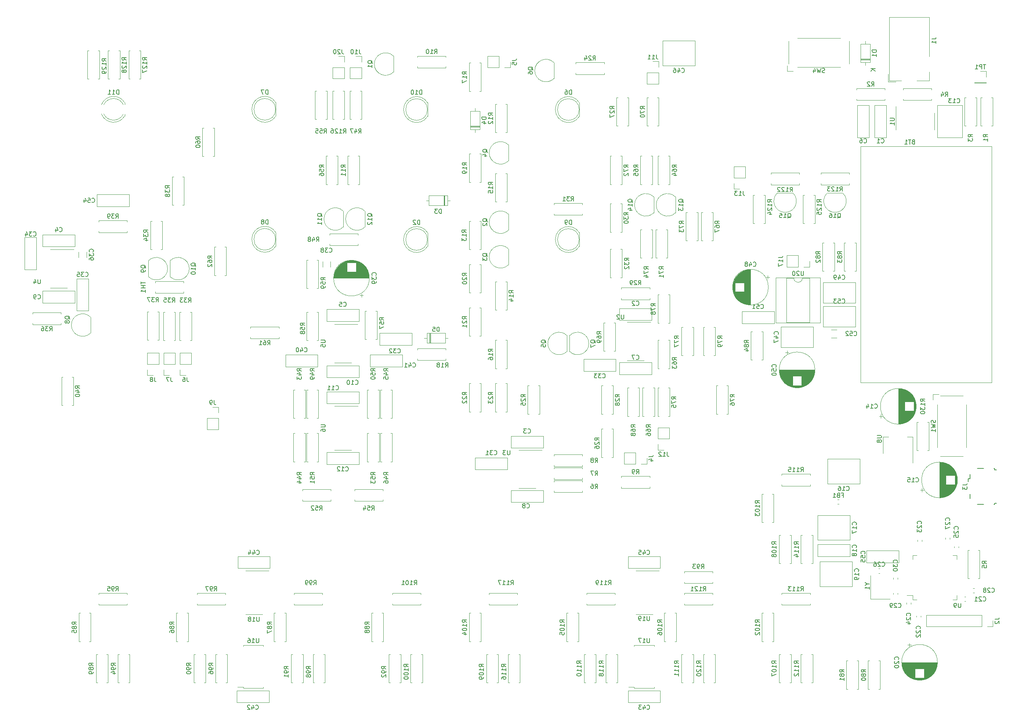
<source format=gbr>
%TF.GenerationSoftware,KiCad,Pcbnew,(6.0.7-1)-1*%
%TF.CreationDate,2022-09-10T00:28:03+02:00*%
%TF.ProjectId,LivSynth_Hardware,4c697653-796e-4746-985f-486172647761,0v01*%
%TF.SameCoordinates,Original*%
%TF.FileFunction,Legend,Bot*%
%TF.FilePolarity,Positive*%
%FSLAX46Y46*%
G04 Gerber Fmt 4.6, Leading zero omitted, Abs format (unit mm)*
G04 Created by KiCad (PCBNEW (6.0.7-1)-1) date 2022-09-10 00:28:03*
%MOMM*%
%LPD*%
G01*
G04 APERTURE LIST*
%ADD10C,0.150000*%
%ADD11C,0.120000*%
G04 APERTURE END LIST*
D10*
%TO.C,C23*%
X291357142Y-183607142D02*
X291404761Y-183559523D01*
X291452380Y-183416666D01*
X291452380Y-183321428D01*
X291404761Y-183178571D01*
X291309523Y-183083333D01*
X291214285Y-183035714D01*
X291023809Y-182988095D01*
X290880952Y-182988095D01*
X290690476Y-183035714D01*
X290595238Y-183083333D01*
X290500000Y-183178571D01*
X290452380Y-183321428D01*
X290452380Y-183416666D01*
X290500000Y-183559523D01*
X290547619Y-183607142D01*
X290547619Y-183988095D02*
X290500000Y-184035714D01*
X290452380Y-184130952D01*
X290452380Y-184369047D01*
X290500000Y-184464285D01*
X290547619Y-184511904D01*
X290642857Y-184559523D01*
X290738095Y-184559523D01*
X290880952Y-184511904D01*
X291452380Y-183940476D01*
X291452380Y-184559523D01*
X290452380Y-184892857D02*
X290452380Y-185511904D01*
X290833333Y-185178571D01*
X290833333Y-185321428D01*
X290880952Y-185416666D01*
X290928571Y-185464285D01*
X291023809Y-185511904D01*
X291261904Y-185511904D01*
X291357142Y-185464285D01*
X291404761Y-185416666D01*
X291452380Y-185321428D01*
X291452380Y-185035714D01*
X291404761Y-184940476D01*
X291357142Y-184892857D01*
%TO.C,R68*%
X225452380Y-161357142D02*
X224976190Y-161023809D01*
X225452380Y-160785714D02*
X224452380Y-160785714D01*
X224452380Y-161166666D01*
X224500000Y-161261904D01*
X224547619Y-161309523D01*
X224642857Y-161357142D01*
X224785714Y-161357142D01*
X224880952Y-161309523D01*
X224928571Y-161261904D01*
X224976190Y-161166666D01*
X224976190Y-160785714D01*
X224452380Y-162214285D02*
X224452380Y-162023809D01*
X224500000Y-161928571D01*
X224547619Y-161880952D01*
X224690476Y-161785714D01*
X224880952Y-161738095D01*
X225261904Y-161738095D01*
X225357142Y-161785714D01*
X225404761Y-161833333D01*
X225452380Y-161928571D01*
X225452380Y-162119047D01*
X225404761Y-162214285D01*
X225357142Y-162261904D01*
X225261904Y-162309523D01*
X225023809Y-162309523D01*
X224928571Y-162261904D01*
X224880952Y-162214285D01*
X224833333Y-162119047D01*
X224833333Y-161928571D01*
X224880952Y-161833333D01*
X224928571Y-161785714D01*
X225023809Y-161738095D01*
X224880952Y-162880952D02*
X224833333Y-162785714D01*
X224785714Y-162738095D01*
X224690476Y-162690476D01*
X224642857Y-162690476D01*
X224547619Y-162738095D01*
X224500000Y-162785714D01*
X224452380Y-162880952D01*
X224452380Y-163071428D01*
X224500000Y-163166666D01*
X224547619Y-163214285D01*
X224642857Y-163261904D01*
X224690476Y-163261904D01*
X224785714Y-163214285D01*
X224833333Y-163166666D01*
X224880952Y-163071428D01*
X224880952Y-162880952D01*
X224928571Y-162785714D01*
X224976190Y-162738095D01*
X225071428Y-162690476D01*
X225261904Y-162690476D01*
X225357142Y-162738095D01*
X225404761Y-162785714D01*
X225452380Y-162880952D01*
X225452380Y-163071428D01*
X225404761Y-163166666D01*
X225357142Y-163214285D01*
X225261904Y-163261904D01*
X225071428Y-163261904D01*
X224976190Y-163214285D01*
X224928571Y-163166666D01*
X224880952Y-163071428D01*
%TO.C,D8*%
X140743095Y-114442380D02*
X140743095Y-113442380D01*
X140505000Y-113442380D01*
X140362142Y-113490000D01*
X140266904Y-113585238D01*
X140219285Y-113680476D01*
X140171666Y-113870952D01*
X140171666Y-114013809D01*
X140219285Y-114204285D01*
X140266904Y-114299523D01*
X140362142Y-114394761D01*
X140505000Y-114442380D01*
X140743095Y-114442380D01*
X139600238Y-113870952D02*
X139695476Y-113823333D01*
X139743095Y-113775714D01*
X139790714Y-113680476D01*
X139790714Y-113632857D01*
X139743095Y-113537619D01*
X139695476Y-113490000D01*
X139600238Y-113442380D01*
X139409761Y-113442380D01*
X139314523Y-113490000D01*
X139266904Y-113537619D01*
X139219285Y-113632857D01*
X139219285Y-113680476D01*
X139266904Y-113775714D01*
X139314523Y-113823333D01*
X139409761Y-113870952D01*
X139600238Y-113870952D01*
X139695476Y-113918571D01*
X139743095Y-113966190D01*
X139790714Y-114061428D01*
X139790714Y-114251904D01*
X139743095Y-114347142D01*
X139695476Y-114394761D01*
X139600238Y-114442380D01*
X139409761Y-114442380D01*
X139314523Y-114394761D01*
X139266904Y-114347142D01*
X139219285Y-114251904D01*
X139219285Y-114061428D01*
X139266904Y-113966190D01*
X139314523Y-113918571D01*
X139409761Y-113870952D01*
%TO.C,R53*%
X165452380Y-172357142D02*
X164976190Y-172023809D01*
X165452380Y-171785714D02*
X164452380Y-171785714D01*
X164452380Y-172166666D01*
X164500000Y-172261904D01*
X164547619Y-172309523D01*
X164642857Y-172357142D01*
X164785714Y-172357142D01*
X164880952Y-172309523D01*
X164928571Y-172261904D01*
X164976190Y-172166666D01*
X164976190Y-171785714D01*
X164452380Y-173261904D02*
X164452380Y-172785714D01*
X164928571Y-172738095D01*
X164880952Y-172785714D01*
X164833333Y-172880952D01*
X164833333Y-173119047D01*
X164880952Y-173214285D01*
X164928571Y-173261904D01*
X165023809Y-173309523D01*
X165261904Y-173309523D01*
X165357142Y-173261904D01*
X165404761Y-173214285D01*
X165452380Y-173119047D01*
X165452380Y-172880952D01*
X165404761Y-172785714D01*
X165357142Y-172738095D01*
X164452380Y-173642857D02*
X164452380Y-174261904D01*
X164833333Y-173928571D01*
X164833333Y-174071428D01*
X164880952Y-174166666D01*
X164928571Y-174214285D01*
X165023809Y-174261904D01*
X165261904Y-174261904D01*
X165357142Y-174214285D01*
X165404761Y-174166666D01*
X165452380Y-174071428D01*
X165452380Y-173785714D01*
X165404761Y-173690476D01*
X165357142Y-173642857D01*
%TO.C,C55*%
X278357142Y-190557142D02*
X278404761Y-190509523D01*
X278452380Y-190366666D01*
X278452380Y-190271428D01*
X278404761Y-190128571D01*
X278309523Y-190033333D01*
X278214285Y-189985714D01*
X278023809Y-189938095D01*
X277880952Y-189938095D01*
X277690476Y-189985714D01*
X277595238Y-190033333D01*
X277500000Y-190128571D01*
X277452380Y-190271428D01*
X277452380Y-190366666D01*
X277500000Y-190509523D01*
X277547619Y-190557142D01*
X277452380Y-191461904D02*
X277452380Y-190985714D01*
X277928571Y-190938095D01*
X277880952Y-190985714D01*
X277833333Y-191080952D01*
X277833333Y-191319047D01*
X277880952Y-191414285D01*
X277928571Y-191461904D01*
X278023809Y-191509523D01*
X278261904Y-191509523D01*
X278357142Y-191461904D01*
X278404761Y-191414285D01*
X278452380Y-191319047D01*
X278452380Y-191080952D01*
X278404761Y-190985714D01*
X278357142Y-190938095D01*
X277452380Y-192414285D02*
X277452380Y-191938095D01*
X277928571Y-191890476D01*
X277880952Y-191938095D01*
X277833333Y-192033333D01*
X277833333Y-192271428D01*
X277880952Y-192366666D01*
X277928571Y-192414285D01*
X278023809Y-192461904D01*
X278261904Y-192461904D01*
X278357142Y-192414285D01*
X278404761Y-192366666D01*
X278452380Y-192271428D01*
X278452380Y-192033333D01*
X278404761Y-191938095D01*
X278357142Y-191890476D01*
%TO.C,R44*%
X148452380Y-172357142D02*
X147976190Y-172023809D01*
X148452380Y-171785714D02*
X147452380Y-171785714D01*
X147452380Y-172166666D01*
X147500000Y-172261904D01*
X147547619Y-172309523D01*
X147642857Y-172357142D01*
X147785714Y-172357142D01*
X147880952Y-172309523D01*
X147928571Y-172261904D01*
X147976190Y-172166666D01*
X147976190Y-171785714D01*
X147785714Y-173214285D02*
X148452380Y-173214285D01*
X147404761Y-172976190D02*
X148119047Y-172738095D01*
X148119047Y-173357142D01*
X147785714Y-174166666D02*
X148452380Y-174166666D01*
X147404761Y-173928571D02*
X148119047Y-173690476D01*
X148119047Y-174309523D01*
%TO.C,J17*%
X258452380Y-122190476D02*
X259166666Y-122190476D01*
X259309523Y-122142857D01*
X259404761Y-122047619D01*
X259452380Y-121904761D01*
X259452380Y-121809523D01*
X259452380Y-123190476D02*
X259452380Y-122619047D01*
X259452380Y-122904761D02*
X258452380Y-122904761D01*
X258595238Y-122809523D01*
X258690476Y-122714285D01*
X258738095Y-122619047D01*
X258452380Y-123523809D02*
X258452380Y-124190476D01*
X259452380Y-123761904D01*
%TO.C,R6*%
X216166666Y-175452380D02*
X216500000Y-174976190D01*
X216738095Y-175452380D02*
X216738095Y-174452380D01*
X216357142Y-174452380D01*
X216261904Y-174500000D01*
X216214285Y-174547619D01*
X216166666Y-174642857D01*
X216166666Y-174785714D01*
X216214285Y-174880952D01*
X216261904Y-174928571D01*
X216357142Y-174976190D01*
X216738095Y-174976190D01*
X215309523Y-174452380D02*
X215500000Y-174452380D01*
X215595238Y-174500000D01*
X215642857Y-174547619D01*
X215738095Y-174690476D01*
X215785714Y-174880952D01*
X215785714Y-175261904D01*
X215738095Y-175357142D01*
X215690476Y-175404761D01*
X215595238Y-175452380D01*
X215404761Y-175452380D01*
X215309523Y-175404761D01*
X215261904Y-175357142D01*
X215214285Y-175261904D01*
X215214285Y-175023809D01*
X215261904Y-174928571D01*
X215309523Y-174880952D01*
X215404761Y-174833333D01*
X215595238Y-174833333D01*
X215690476Y-174880952D01*
X215738095Y-174928571D01*
X215785714Y-175023809D01*
%TO.C,C1*%
X282166666Y-95607142D02*
X282214285Y-95654761D01*
X282357142Y-95702380D01*
X282452380Y-95702380D01*
X282595238Y-95654761D01*
X282690476Y-95559523D01*
X282738095Y-95464285D01*
X282785714Y-95273809D01*
X282785714Y-95130952D01*
X282738095Y-94940476D01*
X282690476Y-94845238D01*
X282595238Y-94750000D01*
X282452380Y-94702380D01*
X282357142Y-94702380D01*
X282214285Y-94750000D01*
X282166666Y-94797619D01*
X281214285Y-95702380D02*
X281785714Y-95702380D01*
X281500000Y-95702380D02*
X281500000Y-94702380D01*
X281595238Y-94845238D01*
X281690476Y-94940476D01*
X281785714Y-94988095D01*
%TO.C,R30*%
X223822380Y-112357142D02*
X223346190Y-112023809D01*
X223822380Y-111785714D02*
X222822380Y-111785714D01*
X222822380Y-112166666D01*
X222870000Y-112261904D01*
X222917619Y-112309523D01*
X223012857Y-112357142D01*
X223155714Y-112357142D01*
X223250952Y-112309523D01*
X223298571Y-112261904D01*
X223346190Y-112166666D01*
X223346190Y-111785714D01*
X222822380Y-112690476D02*
X222822380Y-113309523D01*
X223203333Y-112976190D01*
X223203333Y-113119047D01*
X223250952Y-113214285D01*
X223298571Y-113261904D01*
X223393809Y-113309523D01*
X223631904Y-113309523D01*
X223727142Y-113261904D01*
X223774761Y-113214285D01*
X223822380Y-113119047D01*
X223822380Y-112833333D01*
X223774761Y-112738095D01*
X223727142Y-112690476D01*
X222822380Y-113928571D02*
X222822380Y-114023809D01*
X222870000Y-114119047D01*
X222917619Y-114166666D01*
X223012857Y-114214285D01*
X223203333Y-114261904D01*
X223441428Y-114261904D01*
X223631904Y-114214285D01*
X223727142Y-114166666D01*
X223774761Y-114119047D01*
X223822380Y-114023809D01*
X223822380Y-113928571D01*
X223774761Y-113833333D01*
X223727142Y-113785714D01*
X223631904Y-113738095D01*
X223441428Y-113690476D01*
X223203333Y-113690476D01*
X223012857Y-113738095D01*
X222917619Y-113785714D01*
X222870000Y-113833333D01*
X222822380Y-113928571D01*
%TO.C,R87*%
X141582380Y-206857142D02*
X141106190Y-206523809D01*
X141582380Y-206285714D02*
X140582380Y-206285714D01*
X140582380Y-206666666D01*
X140630000Y-206761904D01*
X140677619Y-206809523D01*
X140772857Y-206857142D01*
X140915714Y-206857142D01*
X141010952Y-206809523D01*
X141058571Y-206761904D01*
X141106190Y-206666666D01*
X141106190Y-206285714D01*
X141010952Y-207428571D02*
X140963333Y-207333333D01*
X140915714Y-207285714D01*
X140820476Y-207238095D01*
X140772857Y-207238095D01*
X140677619Y-207285714D01*
X140630000Y-207333333D01*
X140582380Y-207428571D01*
X140582380Y-207619047D01*
X140630000Y-207714285D01*
X140677619Y-207761904D01*
X140772857Y-207809523D01*
X140820476Y-207809523D01*
X140915714Y-207761904D01*
X140963333Y-207714285D01*
X141010952Y-207619047D01*
X141010952Y-207428571D01*
X141058571Y-207333333D01*
X141106190Y-207285714D01*
X141201428Y-207238095D01*
X141391904Y-207238095D01*
X141487142Y-207285714D01*
X141534761Y-207333333D01*
X141582380Y-207428571D01*
X141582380Y-207619047D01*
X141534761Y-207714285D01*
X141487142Y-207761904D01*
X141391904Y-207809523D01*
X141201428Y-207809523D01*
X141106190Y-207761904D01*
X141058571Y-207714285D01*
X141010952Y-207619047D01*
X140582380Y-208142857D02*
X140582380Y-208809523D01*
X141582380Y-208380952D01*
%TO.C,R71*%
X231952380Y-124857142D02*
X231476190Y-124523809D01*
X231952380Y-124285714D02*
X230952380Y-124285714D01*
X230952380Y-124666666D01*
X231000000Y-124761904D01*
X231047619Y-124809523D01*
X231142857Y-124857142D01*
X231285714Y-124857142D01*
X231380952Y-124809523D01*
X231428571Y-124761904D01*
X231476190Y-124666666D01*
X231476190Y-124285714D01*
X230952380Y-125190476D02*
X230952380Y-125857142D01*
X231952380Y-125428571D01*
X231952380Y-126761904D02*
X231952380Y-126190476D01*
X231952380Y-126476190D02*
X230952380Y-126476190D01*
X231095238Y-126380952D01*
X231190476Y-126285714D01*
X231238095Y-126190476D01*
%TO.C,R89*%
X100452380Y-216357142D02*
X99976190Y-216023809D01*
X100452380Y-215785714D02*
X99452380Y-215785714D01*
X99452380Y-216166666D01*
X99500000Y-216261904D01*
X99547619Y-216309523D01*
X99642857Y-216357142D01*
X99785714Y-216357142D01*
X99880952Y-216309523D01*
X99928571Y-216261904D01*
X99976190Y-216166666D01*
X99976190Y-215785714D01*
X99880952Y-216928571D02*
X99833333Y-216833333D01*
X99785714Y-216785714D01*
X99690476Y-216738095D01*
X99642857Y-216738095D01*
X99547619Y-216785714D01*
X99500000Y-216833333D01*
X99452380Y-216928571D01*
X99452380Y-217119047D01*
X99500000Y-217214285D01*
X99547619Y-217261904D01*
X99642857Y-217309523D01*
X99690476Y-217309523D01*
X99785714Y-217261904D01*
X99833333Y-217214285D01*
X99880952Y-217119047D01*
X99880952Y-216928571D01*
X99928571Y-216833333D01*
X99976190Y-216785714D01*
X100071428Y-216738095D01*
X100261904Y-216738095D01*
X100357142Y-216785714D01*
X100404761Y-216833333D01*
X100452380Y-216928571D01*
X100452380Y-217119047D01*
X100404761Y-217214285D01*
X100357142Y-217261904D01*
X100261904Y-217309523D01*
X100071428Y-217309523D01*
X99976190Y-217261904D01*
X99928571Y-217214285D01*
X99880952Y-217119047D01*
X100452380Y-217785714D02*
X100452380Y-217976190D01*
X100404761Y-218071428D01*
X100357142Y-218119047D01*
X100214285Y-218214285D01*
X100023809Y-218261904D01*
X99642857Y-218261904D01*
X99547619Y-218214285D01*
X99500000Y-218166666D01*
X99452380Y-218071428D01*
X99452380Y-217880952D01*
X99500000Y-217785714D01*
X99547619Y-217738095D01*
X99642857Y-217690476D01*
X99880952Y-217690476D01*
X99976190Y-217738095D01*
X100023809Y-217785714D01*
X100071428Y-217880952D01*
X100071428Y-218071428D01*
X100023809Y-218166666D01*
X99976190Y-218214285D01*
X99880952Y-218261904D01*
%TO.C,R83*%
X273082380Y-121357142D02*
X272606190Y-121023809D01*
X273082380Y-120785714D02*
X272082380Y-120785714D01*
X272082380Y-121166666D01*
X272130000Y-121261904D01*
X272177619Y-121309523D01*
X272272857Y-121357142D01*
X272415714Y-121357142D01*
X272510952Y-121309523D01*
X272558571Y-121261904D01*
X272606190Y-121166666D01*
X272606190Y-120785714D01*
X272510952Y-121928571D02*
X272463333Y-121833333D01*
X272415714Y-121785714D01*
X272320476Y-121738095D01*
X272272857Y-121738095D01*
X272177619Y-121785714D01*
X272130000Y-121833333D01*
X272082380Y-121928571D01*
X272082380Y-122119047D01*
X272130000Y-122214285D01*
X272177619Y-122261904D01*
X272272857Y-122309523D01*
X272320476Y-122309523D01*
X272415714Y-122261904D01*
X272463333Y-122214285D01*
X272510952Y-122119047D01*
X272510952Y-121928571D01*
X272558571Y-121833333D01*
X272606190Y-121785714D01*
X272701428Y-121738095D01*
X272891904Y-121738095D01*
X272987142Y-121785714D01*
X273034761Y-121833333D01*
X273082380Y-121928571D01*
X273082380Y-122119047D01*
X273034761Y-122214285D01*
X272987142Y-122261904D01*
X272891904Y-122309523D01*
X272701428Y-122309523D01*
X272606190Y-122261904D01*
X272558571Y-122214285D01*
X272510952Y-122119047D01*
X272082380Y-122642857D02*
X272082380Y-123261904D01*
X272463333Y-122928571D01*
X272463333Y-123071428D01*
X272510952Y-123166666D01*
X272558571Y-123214285D01*
X272653809Y-123261904D01*
X272891904Y-123261904D01*
X272987142Y-123214285D01*
X273034761Y-123166666D01*
X273082380Y-123071428D01*
X273082380Y-122785714D01*
X273034761Y-122690476D01*
X272987142Y-122642857D01*
%TO.C,R64*%
X234952380Y-101357142D02*
X234476190Y-101023809D01*
X234952380Y-100785714D02*
X233952380Y-100785714D01*
X233952380Y-101166666D01*
X234000000Y-101261904D01*
X234047619Y-101309523D01*
X234142857Y-101357142D01*
X234285714Y-101357142D01*
X234380952Y-101309523D01*
X234428571Y-101261904D01*
X234476190Y-101166666D01*
X234476190Y-100785714D01*
X233952380Y-102214285D02*
X233952380Y-102023809D01*
X234000000Y-101928571D01*
X234047619Y-101880952D01*
X234190476Y-101785714D01*
X234380952Y-101738095D01*
X234761904Y-101738095D01*
X234857142Y-101785714D01*
X234904761Y-101833333D01*
X234952380Y-101928571D01*
X234952380Y-102119047D01*
X234904761Y-102214285D01*
X234857142Y-102261904D01*
X234761904Y-102309523D01*
X234523809Y-102309523D01*
X234428571Y-102261904D01*
X234380952Y-102214285D01*
X234333333Y-102119047D01*
X234333333Y-101928571D01*
X234380952Y-101833333D01*
X234428571Y-101785714D01*
X234523809Y-101738095D01*
X234285714Y-103166666D02*
X234952380Y-103166666D01*
X233904761Y-102928571D02*
X234619047Y-102690476D01*
X234619047Y-103309523D01*
%TO.C,C43*%
X228142857Y-226357142D02*
X228190476Y-226404761D01*
X228333333Y-226452380D01*
X228428571Y-226452380D01*
X228571428Y-226404761D01*
X228666666Y-226309523D01*
X228714285Y-226214285D01*
X228761904Y-226023809D01*
X228761904Y-225880952D01*
X228714285Y-225690476D01*
X228666666Y-225595238D01*
X228571428Y-225500000D01*
X228428571Y-225452380D01*
X228333333Y-225452380D01*
X228190476Y-225500000D01*
X228142857Y-225547619D01*
X227285714Y-225785714D02*
X227285714Y-226452380D01*
X227523809Y-225404761D02*
X227761904Y-226119047D01*
X227142857Y-226119047D01*
X226857142Y-225452380D02*
X226238095Y-225452380D01*
X226571428Y-225833333D01*
X226428571Y-225833333D01*
X226333333Y-225880952D01*
X226285714Y-225928571D01*
X226238095Y-226023809D01*
X226238095Y-226261904D01*
X226285714Y-226357142D01*
X226333333Y-226404761D01*
X226428571Y-226452380D01*
X226714285Y-226452380D01*
X226809523Y-226404761D01*
X226857142Y-226357142D01*
%TO.C,U4*%
X88261904Y-127202380D02*
X88261904Y-128011904D01*
X88214285Y-128107142D01*
X88166666Y-128154761D01*
X88071428Y-128202380D01*
X87880952Y-128202380D01*
X87785714Y-128154761D01*
X87738095Y-128107142D01*
X87690476Y-128011904D01*
X87690476Y-127202380D01*
X86785714Y-127535714D02*
X86785714Y-128202380D01*
X87023809Y-127154761D02*
X87261904Y-127869047D01*
X86642857Y-127869047D01*
%TO.C,C12*%
X158642857Y-171357142D02*
X158690476Y-171404761D01*
X158833333Y-171452380D01*
X158928571Y-171452380D01*
X159071428Y-171404761D01*
X159166666Y-171309523D01*
X159214285Y-171214285D01*
X159261904Y-171023809D01*
X159261904Y-170880952D01*
X159214285Y-170690476D01*
X159166666Y-170595238D01*
X159071428Y-170500000D01*
X158928571Y-170452380D01*
X158833333Y-170452380D01*
X158690476Y-170500000D01*
X158642857Y-170547619D01*
X157690476Y-171452380D02*
X158261904Y-171452380D01*
X157976190Y-171452380D02*
X157976190Y-170452380D01*
X158071428Y-170595238D01*
X158166666Y-170690476D01*
X158261904Y-170738095D01*
X157309523Y-170547619D02*
X157261904Y-170500000D01*
X157166666Y-170452380D01*
X156928571Y-170452380D01*
X156833333Y-170500000D01*
X156785714Y-170547619D01*
X156738095Y-170642857D01*
X156738095Y-170738095D01*
X156785714Y-170880952D01*
X157357142Y-171452380D01*
X156738095Y-171452380D01*
%TO.C,R91*%
X145452380Y-217107142D02*
X144976190Y-216773809D01*
X145452380Y-216535714D02*
X144452380Y-216535714D01*
X144452380Y-216916666D01*
X144500000Y-217011904D01*
X144547619Y-217059523D01*
X144642857Y-217107142D01*
X144785714Y-217107142D01*
X144880952Y-217059523D01*
X144928571Y-217011904D01*
X144976190Y-216916666D01*
X144976190Y-216535714D01*
X145452380Y-217583333D02*
X145452380Y-217773809D01*
X145404761Y-217869047D01*
X145357142Y-217916666D01*
X145214285Y-218011904D01*
X145023809Y-218059523D01*
X144642857Y-218059523D01*
X144547619Y-218011904D01*
X144500000Y-217964285D01*
X144452380Y-217869047D01*
X144452380Y-217678571D01*
X144500000Y-217583333D01*
X144547619Y-217535714D01*
X144642857Y-217488095D01*
X144880952Y-217488095D01*
X144976190Y-217535714D01*
X145023809Y-217583333D01*
X145071428Y-217678571D01*
X145071428Y-217869047D01*
X145023809Y-217964285D01*
X144976190Y-218011904D01*
X144880952Y-218059523D01*
X145452380Y-219011904D02*
X145452380Y-218440476D01*
X145452380Y-218726190D02*
X144452380Y-218726190D01*
X144595238Y-218630952D01*
X144690476Y-218535714D01*
X144738095Y-218440476D01*
%TO.C,Q16*%
X272071428Y-113047619D02*
X272166666Y-113000000D01*
X272261904Y-112904761D01*
X272404761Y-112761904D01*
X272500000Y-112714285D01*
X272595238Y-112714285D01*
X272547619Y-112952380D02*
X272642857Y-112904761D01*
X272738095Y-112809523D01*
X272785714Y-112619047D01*
X272785714Y-112285714D01*
X272738095Y-112095238D01*
X272642857Y-112000000D01*
X272547619Y-111952380D01*
X272357142Y-111952380D01*
X272261904Y-112000000D01*
X272166666Y-112095238D01*
X272119047Y-112285714D01*
X272119047Y-112619047D01*
X272166666Y-112809523D01*
X272261904Y-112904761D01*
X272357142Y-112952380D01*
X272547619Y-112952380D01*
X271166666Y-112952380D02*
X271738095Y-112952380D01*
X271452380Y-112952380D02*
X271452380Y-111952380D01*
X271547619Y-112095238D01*
X271642857Y-112190476D01*
X271738095Y-112238095D01*
X270309523Y-111952380D02*
X270500000Y-111952380D01*
X270595238Y-112000000D01*
X270642857Y-112047619D01*
X270738095Y-112190476D01*
X270785714Y-112380952D01*
X270785714Y-112761904D01*
X270738095Y-112857142D01*
X270690476Y-112904761D01*
X270595238Y-112952380D01*
X270404761Y-112952380D01*
X270309523Y-112904761D01*
X270261904Y-112857142D01*
X270214285Y-112761904D01*
X270214285Y-112523809D01*
X270261904Y-112428571D01*
X270309523Y-112380952D01*
X270404761Y-112333333D01*
X270595238Y-112333333D01*
X270690476Y-112380952D01*
X270738095Y-112428571D01*
X270785714Y-112523809D01*
%TO.C,R70*%
X227582380Y-87857142D02*
X227106190Y-87523809D01*
X227582380Y-87285714D02*
X226582380Y-87285714D01*
X226582380Y-87666666D01*
X226630000Y-87761904D01*
X226677619Y-87809523D01*
X226772857Y-87857142D01*
X226915714Y-87857142D01*
X227010952Y-87809523D01*
X227058571Y-87761904D01*
X227106190Y-87666666D01*
X227106190Y-87285714D01*
X226582380Y-88190476D02*
X226582380Y-88857142D01*
X227582380Y-88428571D01*
X226582380Y-89428571D02*
X226582380Y-89523809D01*
X226630000Y-89619047D01*
X226677619Y-89666666D01*
X226772857Y-89714285D01*
X226963333Y-89761904D01*
X227201428Y-89761904D01*
X227391904Y-89714285D01*
X227487142Y-89666666D01*
X227534761Y-89619047D01*
X227582380Y-89523809D01*
X227582380Y-89428571D01*
X227534761Y-89333333D01*
X227487142Y-89285714D01*
X227391904Y-89238095D01*
X227201428Y-89190476D01*
X226963333Y-89190476D01*
X226772857Y-89238095D01*
X226677619Y-89285714D01*
X226630000Y-89333333D01*
X226582380Y-89428571D01*
%TO.C,C49*%
X273142857Y-127107142D02*
X273190476Y-127154761D01*
X273333333Y-127202380D01*
X273428571Y-127202380D01*
X273571428Y-127154761D01*
X273666666Y-127059523D01*
X273714285Y-126964285D01*
X273761904Y-126773809D01*
X273761904Y-126630952D01*
X273714285Y-126440476D01*
X273666666Y-126345238D01*
X273571428Y-126250000D01*
X273428571Y-126202380D01*
X273333333Y-126202380D01*
X273190476Y-126250000D01*
X273142857Y-126297619D01*
X272285714Y-126535714D02*
X272285714Y-127202380D01*
X272523809Y-126154761D02*
X272761904Y-126869047D01*
X272142857Y-126869047D01*
X271714285Y-127202380D02*
X271523809Y-127202380D01*
X271428571Y-127154761D01*
X271380952Y-127107142D01*
X271285714Y-126964285D01*
X271238095Y-126773809D01*
X271238095Y-126392857D01*
X271285714Y-126297619D01*
X271333333Y-126250000D01*
X271428571Y-126202380D01*
X271619047Y-126202380D01*
X271714285Y-126250000D01*
X271761904Y-126297619D01*
X271809523Y-126392857D01*
X271809523Y-126630952D01*
X271761904Y-126726190D01*
X271714285Y-126773809D01*
X271619047Y-126821428D01*
X271428571Y-126821428D01*
X271333333Y-126773809D01*
X271285714Y-126726190D01*
X271238095Y-126630952D01*
%TO.C,R97*%
X128332857Y-199082380D02*
X128666190Y-198606190D01*
X128904285Y-199082380D02*
X128904285Y-198082380D01*
X128523333Y-198082380D01*
X128428095Y-198130000D01*
X128380476Y-198177619D01*
X128332857Y-198272857D01*
X128332857Y-198415714D01*
X128380476Y-198510952D01*
X128428095Y-198558571D01*
X128523333Y-198606190D01*
X128904285Y-198606190D01*
X127856666Y-199082380D02*
X127666190Y-199082380D01*
X127570952Y-199034761D01*
X127523333Y-198987142D01*
X127428095Y-198844285D01*
X127380476Y-198653809D01*
X127380476Y-198272857D01*
X127428095Y-198177619D01*
X127475714Y-198130000D01*
X127570952Y-198082380D01*
X127761428Y-198082380D01*
X127856666Y-198130000D01*
X127904285Y-198177619D01*
X127951904Y-198272857D01*
X127951904Y-198510952D01*
X127904285Y-198606190D01*
X127856666Y-198653809D01*
X127761428Y-198701428D01*
X127570952Y-198701428D01*
X127475714Y-198653809D01*
X127428095Y-198606190D01*
X127380476Y-198510952D01*
X127047142Y-198082380D02*
X126380476Y-198082380D01*
X126809047Y-199082380D01*
%TO.C,R129*%
X103452380Y-76820952D02*
X102976190Y-76487619D01*
X103452380Y-76249523D02*
X102452380Y-76249523D01*
X102452380Y-76630476D01*
X102500000Y-76725714D01*
X102547619Y-76773333D01*
X102642857Y-76820952D01*
X102785714Y-76820952D01*
X102880952Y-76773333D01*
X102928571Y-76725714D01*
X102976190Y-76630476D01*
X102976190Y-76249523D01*
X103452380Y-77773333D02*
X103452380Y-77201904D01*
X103452380Y-77487619D02*
X102452380Y-77487619D01*
X102595238Y-77392380D01*
X102690476Y-77297142D01*
X102738095Y-77201904D01*
X102547619Y-78154285D02*
X102500000Y-78201904D01*
X102452380Y-78297142D01*
X102452380Y-78535238D01*
X102500000Y-78630476D01*
X102547619Y-78678095D01*
X102642857Y-78725714D01*
X102738095Y-78725714D01*
X102880952Y-78678095D01*
X103452380Y-78106666D01*
X103452380Y-78725714D01*
X103452380Y-79201904D02*
X103452380Y-79392380D01*
X103404761Y-79487619D01*
X103357142Y-79535238D01*
X103214285Y-79630476D01*
X103023809Y-79678095D01*
X102642857Y-79678095D01*
X102547619Y-79630476D01*
X102500000Y-79582857D01*
X102452380Y-79487619D01*
X102452380Y-79297142D01*
X102500000Y-79201904D01*
X102547619Y-79154285D01*
X102642857Y-79106666D01*
X102880952Y-79106666D01*
X102976190Y-79154285D01*
X103023809Y-79201904D01*
X103071428Y-79297142D01*
X103071428Y-79487619D01*
X103023809Y-79582857D01*
X102976190Y-79630476D01*
X102880952Y-79678095D01*
%TO.C,R26*%
X217082380Y-164357142D02*
X216606190Y-164023809D01*
X217082380Y-163785714D02*
X216082380Y-163785714D01*
X216082380Y-164166666D01*
X216130000Y-164261904D01*
X216177619Y-164309523D01*
X216272857Y-164357142D01*
X216415714Y-164357142D01*
X216510952Y-164309523D01*
X216558571Y-164261904D01*
X216606190Y-164166666D01*
X216606190Y-163785714D01*
X216177619Y-164738095D02*
X216130000Y-164785714D01*
X216082380Y-164880952D01*
X216082380Y-165119047D01*
X216130000Y-165214285D01*
X216177619Y-165261904D01*
X216272857Y-165309523D01*
X216368095Y-165309523D01*
X216510952Y-165261904D01*
X217082380Y-164690476D01*
X217082380Y-165309523D01*
X216082380Y-166166666D02*
X216082380Y-165976190D01*
X216130000Y-165880952D01*
X216177619Y-165833333D01*
X216320476Y-165738095D01*
X216510952Y-165690476D01*
X216891904Y-165690476D01*
X216987142Y-165738095D01*
X217034761Y-165785714D01*
X217082380Y-165880952D01*
X217082380Y-166071428D01*
X217034761Y-166166666D01*
X216987142Y-166214285D01*
X216891904Y-166261904D01*
X216653809Y-166261904D01*
X216558571Y-166214285D01*
X216510952Y-166166666D01*
X216463333Y-166071428D01*
X216463333Y-165880952D01*
X216510952Y-165785714D01*
X216558571Y-165738095D01*
X216653809Y-165690476D01*
%TO.C,R124*%
X256952380Y-109380952D02*
X256476190Y-109047619D01*
X256952380Y-108809523D02*
X255952380Y-108809523D01*
X255952380Y-109190476D01*
X256000000Y-109285714D01*
X256047619Y-109333333D01*
X256142857Y-109380952D01*
X256285714Y-109380952D01*
X256380952Y-109333333D01*
X256428571Y-109285714D01*
X256476190Y-109190476D01*
X256476190Y-108809523D01*
X256952380Y-110333333D02*
X256952380Y-109761904D01*
X256952380Y-110047619D02*
X255952380Y-110047619D01*
X256095238Y-109952380D01*
X256190476Y-109857142D01*
X256238095Y-109761904D01*
X256047619Y-110714285D02*
X256000000Y-110761904D01*
X255952380Y-110857142D01*
X255952380Y-111095238D01*
X256000000Y-111190476D01*
X256047619Y-111238095D01*
X256142857Y-111285714D01*
X256238095Y-111285714D01*
X256380952Y-111238095D01*
X256952380Y-110666666D01*
X256952380Y-111285714D01*
X256285714Y-112142857D02*
X256952380Y-112142857D01*
X255904761Y-111904761D02*
X256619047Y-111666666D01*
X256619047Y-112285714D01*
%TO.C,R117*%
X196754047Y-197697380D02*
X197087380Y-197221190D01*
X197325476Y-197697380D02*
X197325476Y-196697380D01*
X196944523Y-196697380D01*
X196849285Y-196745000D01*
X196801666Y-196792619D01*
X196754047Y-196887857D01*
X196754047Y-197030714D01*
X196801666Y-197125952D01*
X196849285Y-197173571D01*
X196944523Y-197221190D01*
X197325476Y-197221190D01*
X195801666Y-197697380D02*
X196373095Y-197697380D01*
X196087380Y-197697380D02*
X196087380Y-196697380D01*
X196182619Y-196840238D01*
X196277857Y-196935476D01*
X196373095Y-196983095D01*
X194849285Y-197697380D02*
X195420714Y-197697380D01*
X195135000Y-197697380D02*
X195135000Y-196697380D01*
X195230238Y-196840238D01*
X195325476Y-196935476D01*
X195420714Y-196983095D01*
X194515952Y-196697380D02*
X193849285Y-196697380D01*
X194277857Y-197697380D01*
%TO.C,R114*%
X263082380Y-188380952D02*
X262606190Y-188047619D01*
X263082380Y-187809523D02*
X262082380Y-187809523D01*
X262082380Y-188190476D01*
X262130000Y-188285714D01*
X262177619Y-188333333D01*
X262272857Y-188380952D01*
X262415714Y-188380952D01*
X262510952Y-188333333D01*
X262558571Y-188285714D01*
X262606190Y-188190476D01*
X262606190Y-187809523D01*
X263082380Y-189333333D02*
X263082380Y-188761904D01*
X263082380Y-189047619D02*
X262082380Y-189047619D01*
X262225238Y-188952380D01*
X262320476Y-188857142D01*
X262368095Y-188761904D01*
X263082380Y-190285714D02*
X263082380Y-189714285D01*
X263082380Y-190000000D02*
X262082380Y-190000000D01*
X262225238Y-189904761D01*
X262320476Y-189809523D01*
X262368095Y-189714285D01*
X262415714Y-191142857D02*
X263082380Y-191142857D01*
X262034761Y-190904761D02*
X262749047Y-190666666D01*
X262749047Y-191285714D01*
%TO.C,Q9*%
X112547619Y-124634761D02*
X112500000Y-124539523D01*
X112404761Y-124444285D01*
X112261904Y-124301428D01*
X112214285Y-124206190D01*
X112214285Y-124110952D01*
X112452380Y-124158571D02*
X112404761Y-124063333D01*
X112309523Y-123968095D01*
X112119047Y-123920476D01*
X111785714Y-123920476D01*
X111595238Y-123968095D01*
X111500000Y-124063333D01*
X111452380Y-124158571D01*
X111452380Y-124349047D01*
X111500000Y-124444285D01*
X111595238Y-124539523D01*
X111785714Y-124587142D01*
X112119047Y-124587142D01*
X112309523Y-124539523D01*
X112404761Y-124444285D01*
X112452380Y-124349047D01*
X112452380Y-124158571D01*
X112452380Y-125063333D02*
X112452380Y-125253809D01*
X112404761Y-125349047D01*
X112357142Y-125396666D01*
X112214285Y-125491904D01*
X112023809Y-125539523D01*
X111642857Y-125539523D01*
X111547619Y-125491904D01*
X111500000Y-125444285D01*
X111452380Y-125349047D01*
X111452380Y-125158571D01*
X111500000Y-125063333D01*
X111547619Y-125015714D01*
X111642857Y-124968095D01*
X111880952Y-124968095D01*
X111976190Y-125015714D01*
X112023809Y-125063333D01*
X112071428Y-125158571D01*
X112071428Y-125349047D01*
X112023809Y-125444285D01*
X111976190Y-125491904D01*
X111880952Y-125539523D01*
%TO.C,R74*%
X228452380Y-124857142D02*
X227976190Y-124523809D01*
X228452380Y-124285714D02*
X227452380Y-124285714D01*
X227452380Y-124666666D01*
X227500000Y-124761904D01*
X227547619Y-124809523D01*
X227642857Y-124857142D01*
X227785714Y-124857142D01*
X227880952Y-124809523D01*
X227928571Y-124761904D01*
X227976190Y-124666666D01*
X227976190Y-124285714D01*
X227452380Y-125190476D02*
X227452380Y-125857142D01*
X228452380Y-125428571D01*
X227785714Y-126666666D02*
X228452380Y-126666666D01*
X227404761Y-126428571D02*
X228119047Y-126190476D01*
X228119047Y-126809523D01*
%TO.C,R113*%
X263619047Y-199082380D02*
X263952380Y-198606190D01*
X264190476Y-199082380D02*
X264190476Y-198082380D01*
X263809523Y-198082380D01*
X263714285Y-198130000D01*
X263666666Y-198177619D01*
X263619047Y-198272857D01*
X263619047Y-198415714D01*
X263666666Y-198510952D01*
X263714285Y-198558571D01*
X263809523Y-198606190D01*
X264190476Y-198606190D01*
X262666666Y-199082380D02*
X263238095Y-199082380D01*
X262952380Y-199082380D02*
X262952380Y-198082380D01*
X263047619Y-198225238D01*
X263142857Y-198320476D01*
X263238095Y-198368095D01*
X261714285Y-199082380D02*
X262285714Y-199082380D01*
X262000000Y-199082380D02*
X262000000Y-198082380D01*
X262095238Y-198225238D01*
X262190476Y-198320476D01*
X262285714Y-198368095D01*
X261380952Y-198082380D02*
X260761904Y-198082380D01*
X261095238Y-198463333D01*
X260952380Y-198463333D01*
X260857142Y-198510952D01*
X260809523Y-198558571D01*
X260761904Y-198653809D01*
X260761904Y-198891904D01*
X260809523Y-198987142D01*
X260857142Y-199034761D01*
X260952380Y-199082380D01*
X261238095Y-199082380D01*
X261333333Y-199034761D01*
X261380952Y-198987142D01*
%TO.C,R3*%
X303202380Y-94333333D02*
X302726190Y-94000000D01*
X303202380Y-93761904D02*
X302202380Y-93761904D01*
X302202380Y-94142857D01*
X302250000Y-94238095D01*
X302297619Y-94285714D01*
X302392857Y-94333333D01*
X302535714Y-94333333D01*
X302630952Y-94285714D01*
X302678571Y-94238095D01*
X302726190Y-94142857D01*
X302726190Y-93761904D01*
X302202380Y-94666666D02*
X302202380Y-95285714D01*
X302583333Y-94952380D01*
X302583333Y-95095238D01*
X302630952Y-95190476D01*
X302678571Y-95238095D01*
X302773809Y-95285714D01*
X303011904Y-95285714D01*
X303107142Y-95238095D01*
X303154761Y-95190476D01*
X303202380Y-95095238D01*
X303202380Y-94809523D01*
X303154761Y-94714285D01*
X303107142Y-94666666D01*
%TO.C,BT1*%
X289535714Y-95428571D02*
X289392857Y-95476190D01*
X289345238Y-95523809D01*
X289297619Y-95619047D01*
X289297619Y-95761904D01*
X289345238Y-95857142D01*
X289392857Y-95904761D01*
X289488095Y-95952380D01*
X289869047Y-95952380D01*
X289869047Y-94952380D01*
X289535714Y-94952380D01*
X289440476Y-95000000D01*
X289392857Y-95047619D01*
X289345238Y-95142857D01*
X289345238Y-95238095D01*
X289392857Y-95333333D01*
X289440476Y-95380952D01*
X289535714Y-95428571D01*
X289869047Y-95428571D01*
X289011904Y-94952380D02*
X288440476Y-94952380D01*
X288726190Y-95952380D02*
X288726190Y-94952380D01*
X287583333Y-95952380D02*
X288154761Y-95952380D01*
X287869047Y-95952380D02*
X287869047Y-94952380D01*
X287964285Y-95095238D01*
X288059523Y-95190476D01*
X288154761Y-95238095D01*
%TO.C,R62*%
X127832380Y-122357142D02*
X127356190Y-122023809D01*
X127832380Y-121785714D02*
X126832380Y-121785714D01*
X126832380Y-122166666D01*
X126880000Y-122261904D01*
X126927619Y-122309523D01*
X127022857Y-122357142D01*
X127165714Y-122357142D01*
X127260952Y-122309523D01*
X127308571Y-122261904D01*
X127356190Y-122166666D01*
X127356190Y-121785714D01*
X126832380Y-123214285D02*
X126832380Y-123023809D01*
X126880000Y-122928571D01*
X126927619Y-122880952D01*
X127070476Y-122785714D01*
X127260952Y-122738095D01*
X127641904Y-122738095D01*
X127737142Y-122785714D01*
X127784761Y-122833333D01*
X127832380Y-122928571D01*
X127832380Y-123119047D01*
X127784761Y-123214285D01*
X127737142Y-123261904D01*
X127641904Y-123309523D01*
X127403809Y-123309523D01*
X127308571Y-123261904D01*
X127260952Y-123214285D01*
X127213333Y-123119047D01*
X127213333Y-122928571D01*
X127260952Y-122833333D01*
X127308571Y-122785714D01*
X127403809Y-122738095D01*
X126927619Y-123690476D02*
X126880000Y-123738095D01*
X126832380Y-123833333D01*
X126832380Y-124071428D01*
X126880000Y-124166666D01*
X126927619Y-124214285D01*
X127022857Y-124261904D01*
X127118095Y-124261904D01*
X127260952Y-124214285D01*
X127832380Y-123642857D01*
X127832380Y-124261904D01*
%TO.C,Q13*%
X236547619Y-109428571D02*
X236500000Y-109333333D01*
X236404761Y-109238095D01*
X236261904Y-109095238D01*
X236214285Y-109000000D01*
X236214285Y-108904761D01*
X236452380Y-108952380D02*
X236404761Y-108857142D01*
X236309523Y-108761904D01*
X236119047Y-108714285D01*
X235785714Y-108714285D01*
X235595238Y-108761904D01*
X235500000Y-108857142D01*
X235452380Y-108952380D01*
X235452380Y-109142857D01*
X235500000Y-109238095D01*
X235595238Y-109333333D01*
X235785714Y-109380952D01*
X236119047Y-109380952D01*
X236309523Y-109333333D01*
X236404761Y-109238095D01*
X236452380Y-109142857D01*
X236452380Y-108952380D01*
X236452380Y-110333333D02*
X236452380Y-109761904D01*
X236452380Y-110047619D02*
X235452380Y-110047619D01*
X235595238Y-109952380D01*
X235690476Y-109857142D01*
X235738095Y-109761904D01*
X235452380Y-110666666D02*
X235452380Y-111285714D01*
X235833333Y-110952380D01*
X235833333Y-111095238D01*
X235880952Y-111190476D01*
X235928571Y-111238095D01*
X236023809Y-111285714D01*
X236261904Y-111285714D01*
X236357142Y-111238095D01*
X236404761Y-111190476D01*
X236452380Y-111095238D01*
X236452380Y-110809523D01*
X236404761Y-110714285D01*
X236357142Y-110666666D01*
%TO.C,R92*%
X167952380Y-217107142D02*
X167476190Y-216773809D01*
X167952380Y-216535714D02*
X166952380Y-216535714D01*
X166952380Y-216916666D01*
X167000000Y-217011904D01*
X167047619Y-217059523D01*
X167142857Y-217107142D01*
X167285714Y-217107142D01*
X167380952Y-217059523D01*
X167428571Y-217011904D01*
X167476190Y-216916666D01*
X167476190Y-216535714D01*
X167952380Y-217583333D02*
X167952380Y-217773809D01*
X167904761Y-217869047D01*
X167857142Y-217916666D01*
X167714285Y-218011904D01*
X167523809Y-218059523D01*
X167142857Y-218059523D01*
X167047619Y-218011904D01*
X167000000Y-217964285D01*
X166952380Y-217869047D01*
X166952380Y-217678571D01*
X167000000Y-217583333D01*
X167047619Y-217535714D01*
X167142857Y-217488095D01*
X167380952Y-217488095D01*
X167476190Y-217535714D01*
X167523809Y-217583333D01*
X167571428Y-217678571D01*
X167571428Y-217869047D01*
X167523809Y-217964285D01*
X167476190Y-218011904D01*
X167380952Y-218059523D01*
X167047619Y-218440476D02*
X167000000Y-218488095D01*
X166952380Y-218583333D01*
X166952380Y-218821428D01*
X167000000Y-218916666D01*
X167047619Y-218964285D01*
X167142857Y-219011904D01*
X167238095Y-219011904D01*
X167380952Y-218964285D01*
X167952380Y-218392857D01*
X167952380Y-219011904D01*
%TO.C,C42*%
X137892857Y-226357142D02*
X137940476Y-226404761D01*
X138083333Y-226452380D01*
X138178571Y-226452380D01*
X138321428Y-226404761D01*
X138416666Y-226309523D01*
X138464285Y-226214285D01*
X138511904Y-226023809D01*
X138511904Y-225880952D01*
X138464285Y-225690476D01*
X138416666Y-225595238D01*
X138321428Y-225500000D01*
X138178571Y-225452380D01*
X138083333Y-225452380D01*
X137940476Y-225500000D01*
X137892857Y-225547619D01*
X137035714Y-225785714D02*
X137035714Y-226452380D01*
X137273809Y-225404761D02*
X137511904Y-226119047D01*
X136892857Y-226119047D01*
X136559523Y-225547619D02*
X136511904Y-225500000D01*
X136416666Y-225452380D01*
X136178571Y-225452380D01*
X136083333Y-225500000D01*
X136035714Y-225547619D01*
X135988095Y-225642857D01*
X135988095Y-225738095D01*
X136035714Y-225880952D01*
X136607142Y-226452380D01*
X135988095Y-226452380D01*
%TO.C,R79*%
X245452380Y-140857142D02*
X244976190Y-140523809D01*
X245452380Y-140285714D02*
X244452380Y-140285714D01*
X244452380Y-140666666D01*
X244500000Y-140761904D01*
X244547619Y-140809523D01*
X244642857Y-140857142D01*
X244785714Y-140857142D01*
X244880952Y-140809523D01*
X244928571Y-140761904D01*
X244976190Y-140666666D01*
X244976190Y-140285714D01*
X244452380Y-141190476D02*
X244452380Y-141857142D01*
X245452380Y-141428571D01*
X245452380Y-142285714D02*
X245452380Y-142476190D01*
X245404761Y-142571428D01*
X245357142Y-142619047D01*
X245214285Y-142714285D01*
X245023809Y-142761904D01*
X244642857Y-142761904D01*
X244547619Y-142714285D01*
X244500000Y-142666666D01*
X244452380Y-142571428D01*
X244452380Y-142380952D01*
X244500000Y-142285714D01*
X244547619Y-142238095D01*
X244642857Y-142190476D01*
X244880952Y-142190476D01*
X244976190Y-142238095D01*
X245023809Y-142285714D01*
X245071428Y-142380952D01*
X245071428Y-142571428D01*
X245023809Y-142666666D01*
X244976190Y-142714285D01*
X244880952Y-142761904D01*
%TO.C,U18*%
X138738095Y-205127380D02*
X138738095Y-205936904D01*
X138690476Y-206032142D01*
X138642857Y-206079761D01*
X138547619Y-206127380D01*
X138357142Y-206127380D01*
X138261904Y-206079761D01*
X138214285Y-206032142D01*
X138166666Y-205936904D01*
X138166666Y-205127380D01*
X137166666Y-206127380D02*
X137738095Y-206127380D01*
X137452380Y-206127380D02*
X137452380Y-205127380D01*
X137547619Y-205270238D01*
X137642857Y-205365476D01*
X137738095Y-205413095D01*
X136595238Y-205555952D02*
X136690476Y-205508333D01*
X136738095Y-205460714D01*
X136785714Y-205365476D01*
X136785714Y-205317857D01*
X136738095Y-205222619D01*
X136690476Y-205175000D01*
X136595238Y-205127380D01*
X136404761Y-205127380D01*
X136309523Y-205175000D01*
X136261904Y-205222619D01*
X136214285Y-205317857D01*
X136214285Y-205365476D01*
X136261904Y-205460714D01*
X136309523Y-205508333D01*
X136404761Y-205555952D01*
X136595238Y-205555952D01*
X136690476Y-205603571D01*
X136738095Y-205651190D01*
X136785714Y-205746428D01*
X136785714Y-205936904D01*
X136738095Y-206032142D01*
X136690476Y-206079761D01*
X136595238Y-206127380D01*
X136404761Y-206127380D01*
X136309523Y-206079761D01*
X136261904Y-206032142D01*
X136214285Y-205936904D01*
X136214285Y-205746428D01*
X136261904Y-205651190D01*
X136309523Y-205603571D01*
X136404761Y-205555952D01*
%TO.C,R16*%
X192582380Y-143857142D02*
X192106190Y-143523809D01*
X192582380Y-143285714D02*
X191582380Y-143285714D01*
X191582380Y-143666666D01*
X191630000Y-143761904D01*
X191677619Y-143809523D01*
X191772857Y-143857142D01*
X191915714Y-143857142D01*
X192010952Y-143809523D01*
X192058571Y-143761904D01*
X192106190Y-143666666D01*
X192106190Y-143285714D01*
X192582380Y-144809523D02*
X192582380Y-144238095D01*
X192582380Y-144523809D02*
X191582380Y-144523809D01*
X191725238Y-144428571D01*
X191820476Y-144333333D01*
X191868095Y-144238095D01*
X191582380Y-145666666D02*
X191582380Y-145476190D01*
X191630000Y-145380952D01*
X191677619Y-145333333D01*
X191820476Y-145238095D01*
X192010952Y-145190476D01*
X192391904Y-145190476D01*
X192487142Y-145238095D01*
X192534761Y-145285714D01*
X192582380Y-145380952D01*
X192582380Y-145571428D01*
X192534761Y-145666666D01*
X192487142Y-145714285D01*
X192391904Y-145761904D01*
X192153809Y-145761904D01*
X192058571Y-145714285D01*
X192010952Y-145666666D01*
X191963333Y-145571428D01*
X191963333Y-145380952D01*
X192010952Y-145285714D01*
X192058571Y-145238095D01*
X192153809Y-145190476D01*
%TO.C,R98*%
X150582380Y-217107142D02*
X150106190Y-216773809D01*
X150582380Y-216535714D02*
X149582380Y-216535714D01*
X149582380Y-216916666D01*
X149630000Y-217011904D01*
X149677619Y-217059523D01*
X149772857Y-217107142D01*
X149915714Y-217107142D01*
X150010952Y-217059523D01*
X150058571Y-217011904D01*
X150106190Y-216916666D01*
X150106190Y-216535714D01*
X150582380Y-217583333D02*
X150582380Y-217773809D01*
X150534761Y-217869047D01*
X150487142Y-217916666D01*
X150344285Y-218011904D01*
X150153809Y-218059523D01*
X149772857Y-218059523D01*
X149677619Y-218011904D01*
X149630000Y-217964285D01*
X149582380Y-217869047D01*
X149582380Y-217678571D01*
X149630000Y-217583333D01*
X149677619Y-217535714D01*
X149772857Y-217488095D01*
X150010952Y-217488095D01*
X150106190Y-217535714D01*
X150153809Y-217583333D01*
X150201428Y-217678571D01*
X150201428Y-217869047D01*
X150153809Y-217964285D01*
X150106190Y-218011904D01*
X150010952Y-218059523D01*
X150010952Y-218630952D02*
X149963333Y-218535714D01*
X149915714Y-218488095D01*
X149820476Y-218440476D01*
X149772857Y-218440476D01*
X149677619Y-218488095D01*
X149630000Y-218535714D01*
X149582380Y-218630952D01*
X149582380Y-218821428D01*
X149630000Y-218916666D01*
X149677619Y-218964285D01*
X149772857Y-219011904D01*
X149820476Y-219011904D01*
X149915714Y-218964285D01*
X149963333Y-218916666D01*
X150010952Y-218821428D01*
X150010952Y-218630952D01*
X150058571Y-218535714D01*
X150106190Y-218488095D01*
X150201428Y-218440476D01*
X150391904Y-218440476D01*
X150487142Y-218488095D01*
X150534761Y-218535714D01*
X150582380Y-218630952D01*
X150582380Y-218821428D01*
X150534761Y-218916666D01*
X150487142Y-218964285D01*
X150391904Y-219011904D01*
X150201428Y-219011904D01*
X150106190Y-218964285D01*
X150058571Y-218916666D01*
X150010952Y-218821428D01*
%TO.C,C8*%
X200416666Y-179857142D02*
X200464285Y-179904761D01*
X200607142Y-179952380D01*
X200702380Y-179952380D01*
X200845238Y-179904761D01*
X200940476Y-179809523D01*
X200988095Y-179714285D01*
X201035714Y-179523809D01*
X201035714Y-179380952D01*
X200988095Y-179190476D01*
X200940476Y-179095238D01*
X200845238Y-179000000D01*
X200702380Y-178952380D01*
X200607142Y-178952380D01*
X200464285Y-179000000D01*
X200416666Y-179047619D01*
X199845238Y-179380952D02*
X199940476Y-179333333D01*
X199988095Y-179285714D01*
X200035714Y-179190476D01*
X200035714Y-179142857D01*
X199988095Y-179047619D01*
X199940476Y-179000000D01*
X199845238Y-178952380D01*
X199654761Y-178952380D01*
X199559523Y-179000000D01*
X199511904Y-179047619D01*
X199464285Y-179142857D01*
X199464285Y-179190476D01*
X199511904Y-179285714D01*
X199559523Y-179333333D01*
X199654761Y-179380952D01*
X199845238Y-179380952D01*
X199940476Y-179428571D01*
X199988095Y-179476190D01*
X200035714Y-179571428D01*
X200035714Y-179761904D01*
X199988095Y-179857142D01*
X199940476Y-179904761D01*
X199845238Y-179952380D01*
X199654761Y-179952380D01*
X199559523Y-179904761D01*
X199511904Y-179857142D01*
X199464285Y-179761904D01*
X199464285Y-179571428D01*
X199511904Y-179476190D01*
X199559523Y-179428571D01*
X199654761Y-179380952D01*
%TO.C,R107*%
X257952380Y-215880952D02*
X257476190Y-215547619D01*
X257952380Y-215309523D02*
X256952380Y-215309523D01*
X256952380Y-215690476D01*
X257000000Y-215785714D01*
X257047619Y-215833333D01*
X257142857Y-215880952D01*
X257285714Y-215880952D01*
X257380952Y-215833333D01*
X257428571Y-215785714D01*
X257476190Y-215690476D01*
X257476190Y-215309523D01*
X257952380Y-216833333D02*
X257952380Y-216261904D01*
X257952380Y-216547619D02*
X256952380Y-216547619D01*
X257095238Y-216452380D01*
X257190476Y-216357142D01*
X257238095Y-216261904D01*
X256952380Y-217452380D02*
X256952380Y-217547619D01*
X257000000Y-217642857D01*
X257047619Y-217690476D01*
X257142857Y-217738095D01*
X257333333Y-217785714D01*
X257571428Y-217785714D01*
X257761904Y-217738095D01*
X257857142Y-217690476D01*
X257904761Y-217642857D01*
X257952380Y-217547619D01*
X257952380Y-217452380D01*
X257904761Y-217357142D01*
X257857142Y-217309523D01*
X257761904Y-217261904D01*
X257571428Y-217214285D01*
X257333333Y-217214285D01*
X257142857Y-217261904D01*
X257047619Y-217309523D01*
X257000000Y-217357142D01*
X256952380Y-217452380D01*
X256952380Y-218119047D02*
X256952380Y-218785714D01*
X257952380Y-218357142D01*
%TO.C,R104*%
X186582380Y-206380952D02*
X186106190Y-206047619D01*
X186582380Y-205809523D02*
X185582380Y-205809523D01*
X185582380Y-206190476D01*
X185630000Y-206285714D01*
X185677619Y-206333333D01*
X185772857Y-206380952D01*
X185915714Y-206380952D01*
X186010952Y-206333333D01*
X186058571Y-206285714D01*
X186106190Y-206190476D01*
X186106190Y-205809523D01*
X186582380Y-207333333D02*
X186582380Y-206761904D01*
X186582380Y-207047619D02*
X185582380Y-207047619D01*
X185725238Y-206952380D01*
X185820476Y-206857142D01*
X185868095Y-206761904D01*
X185582380Y-207952380D02*
X185582380Y-208047619D01*
X185630000Y-208142857D01*
X185677619Y-208190476D01*
X185772857Y-208238095D01*
X185963333Y-208285714D01*
X186201428Y-208285714D01*
X186391904Y-208238095D01*
X186487142Y-208190476D01*
X186534761Y-208142857D01*
X186582380Y-208047619D01*
X186582380Y-207952380D01*
X186534761Y-207857142D01*
X186487142Y-207809523D01*
X186391904Y-207761904D01*
X186201428Y-207714285D01*
X185963333Y-207714285D01*
X185772857Y-207761904D01*
X185677619Y-207809523D01*
X185630000Y-207857142D01*
X185582380Y-207952380D01*
X185915714Y-209142857D02*
X186582380Y-209142857D01*
X185534761Y-208904761D02*
X186249047Y-208666666D01*
X186249047Y-209285714D01*
%TO.C,R82*%
X268082380Y-121357142D02*
X267606190Y-121023809D01*
X268082380Y-120785714D02*
X267082380Y-120785714D01*
X267082380Y-121166666D01*
X267130000Y-121261904D01*
X267177619Y-121309523D01*
X267272857Y-121357142D01*
X267415714Y-121357142D01*
X267510952Y-121309523D01*
X267558571Y-121261904D01*
X267606190Y-121166666D01*
X267606190Y-120785714D01*
X267510952Y-121928571D02*
X267463333Y-121833333D01*
X267415714Y-121785714D01*
X267320476Y-121738095D01*
X267272857Y-121738095D01*
X267177619Y-121785714D01*
X267130000Y-121833333D01*
X267082380Y-121928571D01*
X267082380Y-122119047D01*
X267130000Y-122214285D01*
X267177619Y-122261904D01*
X267272857Y-122309523D01*
X267320476Y-122309523D01*
X267415714Y-122261904D01*
X267463333Y-122214285D01*
X267510952Y-122119047D01*
X267510952Y-121928571D01*
X267558571Y-121833333D01*
X267606190Y-121785714D01*
X267701428Y-121738095D01*
X267891904Y-121738095D01*
X267987142Y-121785714D01*
X268034761Y-121833333D01*
X268082380Y-121928571D01*
X268082380Y-122119047D01*
X268034761Y-122214285D01*
X267987142Y-122261904D01*
X267891904Y-122309523D01*
X267701428Y-122309523D01*
X267606190Y-122261904D01*
X267558571Y-122214285D01*
X267510952Y-122119047D01*
X267177619Y-122690476D02*
X267130000Y-122738095D01*
X267082380Y-122833333D01*
X267082380Y-123071428D01*
X267130000Y-123166666D01*
X267177619Y-123214285D01*
X267272857Y-123261904D01*
X267368095Y-123261904D01*
X267510952Y-123214285D01*
X268082380Y-122642857D01*
X268082380Y-123261904D01*
%TO.C,J3*%
X300952380Y-174666666D02*
X301666666Y-174666666D01*
X301809523Y-174619047D01*
X301904761Y-174523809D01*
X301952380Y-174380952D01*
X301952380Y-174285714D01*
X300952380Y-175047619D02*
X300952380Y-175666666D01*
X301333333Y-175333333D01*
X301333333Y-175476190D01*
X301380952Y-175571428D01*
X301428571Y-175619047D01*
X301523809Y-175666666D01*
X301761904Y-175666666D01*
X301857142Y-175619047D01*
X301904761Y-175571428D01*
X301952380Y-175476190D01*
X301952380Y-175190476D01*
X301904761Y-175095238D01*
X301857142Y-175047619D01*
%TO.C,Q10*%
X124107619Y-124158571D02*
X124060000Y-124063333D01*
X123964761Y-123968095D01*
X123821904Y-123825238D01*
X123774285Y-123730000D01*
X123774285Y-123634761D01*
X124012380Y-123682380D02*
X123964761Y-123587142D01*
X123869523Y-123491904D01*
X123679047Y-123444285D01*
X123345714Y-123444285D01*
X123155238Y-123491904D01*
X123060000Y-123587142D01*
X123012380Y-123682380D01*
X123012380Y-123872857D01*
X123060000Y-123968095D01*
X123155238Y-124063333D01*
X123345714Y-124110952D01*
X123679047Y-124110952D01*
X123869523Y-124063333D01*
X123964761Y-123968095D01*
X124012380Y-123872857D01*
X124012380Y-123682380D01*
X124012380Y-125063333D02*
X124012380Y-124491904D01*
X124012380Y-124777619D02*
X123012380Y-124777619D01*
X123155238Y-124682380D01*
X123250476Y-124587142D01*
X123298095Y-124491904D01*
X123012380Y-125682380D02*
X123012380Y-125777619D01*
X123060000Y-125872857D01*
X123107619Y-125920476D01*
X123202857Y-125968095D01*
X123393333Y-126015714D01*
X123631428Y-126015714D01*
X123821904Y-125968095D01*
X123917142Y-125920476D01*
X123964761Y-125872857D01*
X124012380Y-125777619D01*
X124012380Y-125682380D01*
X123964761Y-125587142D01*
X123917142Y-125539523D01*
X123821904Y-125491904D01*
X123631428Y-125444285D01*
X123393333Y-125444285D01*
X123202857Y-125491904D01*
X123107619Y-125539523D01*
X123060000Y-125587142D01*
X123012380Y-125682380D01*
%TO.C,J13*%
X250309523Y-106807380D02*
X250309523Y-107521666D01*
X250357142Y-107664523D01*
X250452380Y-107759761D01*
X250595238Y-107807380D01*
X250690476Y-107807380D01*
X249309523Y-107807380D02*
X249880952Y-107807380D01*
X249595238Y-107807380D02*
X249595238Y-106807380D01*
X249690476Y-106950238D01*
X249785714Y-107045476D01*
X249880952Y-107093095D01*
X248976190Y-106807380D02*
X248357142Y-106807380D01*
X248690476Y-107188333D01*
X248547619Y-107188333D01*
X248452380Y-107235952D01*
X248404761Y-107283571D01*
X248357142Y-107378809D01*
X248357142Y-107616904D01*
X248404761Y-107712142D01*
X248452380Y-107759761D01*
X248547619Y-107807380D01*
X248833333Y-107807380D01*
X248928571Y-107759761D01*
X248976190Y-107712142D01*
%TO.C,R110*%
X212952380Y-215880952D02*
X212476190Y-215547619D01*
X212952380Y-215309523D02*
X211952380Y-215309523D01*
X211952380Y-215690476D01*
X212000000Y-215785714D01*
X212047619Y-215833333D01*
X212142857Y-215880952D01*
X212285714Y-215880952D01*
X212380952Y-215833333D01*
X212428571Y-215785714D01*
X212476190Y-215690476D01*
X212476190Y-215309523D01*
X212952380Y-216833333D02*
X212952380Y-216261904D01*
X212952380Y-216547619D02*
X211952380Y-216547619D01*
X212095238Y-216452380D01*
X212190476Y-216357142D01*
X212238095Y-216261904D01*
X212952380Y-217785714D02*
X212952380Y-217214285D01*
X212952380Y-217500000D02*
X211952380Y-217500000D01*
X212095238Y-217404761D01*
X212190476Y-217309523D01*
X212238095Y-217214285D01*
X211952380Y-218404761D02*
X211952380Y-218500000D01*
X212000000Y-218595238D01*
X212047619Y-218642857D01*
X212142857Y-218690476D01*
X212333333Y-218738095D01*
X212571428Y-218738095D01*
X212761904Y-218690476D01*
X212857142Y-218642857D01*
X212904761Y-218595238D01*
X212952380Y-218500000D01*
X212952380Y-218404761D01*
X212904761Y-218309523D01*
X212857142Y-218261904D01*
X212761904Y-218214285D01*
X212571428Y-218166666D01*
X212333333Y-218166666D01*
X212142857Y-218214285D01*
X212047619Y-218261904D01*
X212000000Y-218309523D01*
X211952380Y-218404761D01*
%TO.C,R46*%
X168452380Y-172357142D02*
X167976190Y-172023809D01*
X168452380Y-171785714D02*
X167452380Y-171785714D01*
X167452380Y-172166666D01*
X167500000Y-172261904D01*
X167547619Y-172309523D01*
X167642857Y-172357142D01*
X167785714Y-172357142D01*
X167880952Y-172309523D01*
X167928571Y-172261904D01*
X167976190Y-172166666D01*
X167976190Y-171785714D01*
X167785714Y-173214285D02*
X168452380Y-173214285D01*
X167404761Y-172976190D02*
X168119047Y-172738095D01*
X168119047Y-173357142D01*
X167452380Y-174166666D02*
X167452380Y-173976190D01*
X167500000Y-173880952D01*
X167547619Y-173833333D01*
X167690476Y-173738095D01*
X167880952Y-173690476D01*
X168261904Y-173690476D01*
X168357142Y-173738095D01*
X168404761Y-173785714D01*
X168452380Y-173880952D01*
X168452380Y-174071428D01*
X168404761Y-174166666D01*
X168357142Y-174214285D01*
X168261904Y-174261904D01*
X168023809Y-174261904D01*
X167928571Y-174214285D01*
X167880952Y-174166666D01*
X167833333Y-174071428D01*
X167833333Y-173880952D01*
X167880952Y-173785714D01*
X167928571Y-173738095D01*
X168023809Y-173690476D01*
%TO.C,C21*%
X305642857Y-201357142D02*
X305690476Y-201404761D01*
X305833333Y-201452380D01*
X305928571Y-201452380D01*
X306071428Y-201404761D01*
X306166666Y-201309523D01*
X306214285Y-201214285D01*
X306261904Y-201023809D01*
X306261904Y-200880952D01*
X306214285Y-200690476D01*
X306166666Y-200595238D01*
X306071428Y-200500000D01*
X305928571Y-200452380D01*
X305833333Y-200452380D01*
X305690476Y-200500000D01*
X305642857Y-200547619D01*
X305261904Y-200547619D02*
X305214285Y-200500000D01*
X305119047Y-200452380D01*
X304880952Y-200452380D01*
X304785714Y-200500000D01*
X304738095Y-200547619D01*
X304690476Y-200642857D01*
X304690476Y-200738095D01*
X304738095Y-200880952D01*
X305309523Y-201452380D01*
X304690476Y-201452380D01*
X303738095Y-201452380D02*
X304309523Y-201452380D01*
X304023809Y-201452380D02*
X304023809Y-200452380D01*
X304119047Y-200595238D01*
X304214285Y-200690476D01*
X304309523Y-200738095D01*
%TO.C,R105*%
X209082380Y-206380952D02*
X208606190Y-206047619D01*
X209082380Y-205809523D02*
X208082380Y-205809523D01*
X208082380Y-206190476D01*
X208130000Y-206285714D01*
X208177619Y-206333333D01*
X208272857Y-206380952D01*
X208415714Y-206380952D01*
X208510952Y-206333333D01*
X208558571Y-206285714D01*
X208606190Y-206190476D01*
X208606190Y-205809523D01*
X209082380Y-207333333D02*
X209082380Y-206761904D01*
X209082380Y-207047619D02*
X208082380Y-207047619D01*
X208225238Y-206952380D01*
X208320476Y-206857142D01*
X208368095Y-206761904D01*
X208082380Y-207952380D02*
X208082380Y-208047619D01*
X208130000Y-208142857D01*
X208177619Y-208190476D01*
X208272857Y-208238095D01*
X208463333Y-208285714D01*
X208701428Y-208285714D01*
X208891904Y-208238095D01*
X208987142Y-208190476D01*
X209034761Y-208142857D01*
X209082380Y-208047619D01*
X209082380Y-207952380D01*
X209034761Y-207857142D01*
X208987142Y-207809523D01*
X208891904Y-207761904D01*
X208701428Y-207714285D01*
X208463333Y-207714285D01*
X208272857Y-207761904D01*
X208177619Y-207809523D01*
X208130000Y-207857142D01*
X208082380Y-207952380D01*
X208082380Y-209190476D02*
X208082380Y-208714285D01*
X208558571Y-208666666D01*
X208510952Y-208714285D01*
X208463333Y-208809523D01*
X208463333Y-209047619D01*
X208510952Y-209142857D01*
X208558571Y-209190476D01*
X208653809Y-209238095D01*
X208891904Y-209238095D01*
X208987142Y-209190476D01*
X209034761Y-209142857D01*
X209082380Y-209047619D01*
X209082380Y-208809523D01*
X209034761Y-208714285D01*
X208987142Y-208666666D01*
%TO.C,R122*%
X261119047Y-106952380D02*
X261452380Y-106476190D01*
X261690476Y-106952380D02*
X261690476Y-105952380D01*
X261309523Y-105952380D01*
X261214285Y-106000000D01*
X261166666Y-106047619D01*
X261119047Y-106142857D01*
X261119047Y-106285714D01*
X261166666Y-106380952D01*
X261214285Y-106428571D01*
X261309523Y-106476190D01*
X261690476Y-106476190D01*
X260166666Y-106952380D02*
X260738095Y-106952380D01*
X260452380Y-106952380D02*
X260452380Y-105952380D01*
X260547619Y-106095238D01*
X260642857Y-106190476D01*
X260738095Y-106238095D01*
X259785714Y-106047619D02*
X259738095Y-106000000D01*
X259642857Y-105952380D01*
X259404761Y-105952380D01*
X259309523Y-106000000D01*
X259261904Y-106047619D01*
X259214285Y-106142857D01*
X259214285Y-106238095D01*
X259261904Y-106380952D01*
X259833333Y-106952380D01*
X259214285Y-106952380D01*
X258833333Y-106047619D02*
X258785714Y-106000000D01*
X258690476Y-105952380D01*
X258452380Y-105952380D01*
X258357142Y-106000000D01*
X258309523Y-106047619D01*
X258261904Y-106142857D01*
X258261904Y-106238095D01*
X258309523Y-106380952D01*
X258880952Y-106952380D01*
X258261904Y-106952380D01*
%TO.C,J20*%
X157809523Y-74122380D02*
X157809523Y-74836666D01*
X157857142Y-74979523D01*
X157952380Y-75074761D01*
X158095238Y-75122380D01*
X158190476Y-75122380D01*
X157380952Y-74217619D02*
X157333333Y-74170000D01*
X157238095Y-74122380D01*
X157000000Y-74122380D01*
X156904761Y-74170000D01*
X156857142Y-74217619D01*
X156809523Y-74312857D01*
X156809523Y-74408095D01*
X156857142Y-74550952D01*
X157428571Y-75122380D01*
X156809523Y-75122380D01*
X156190476Y-74122380D02*
X156095238Y-74122380D01*
X156000000Y-74170000D01*
X155952380Y-74217619D01*
X155904761Y-74312857D01*
X155857142Y-74503333D01*
X155857142Y-74741428D01*
X155904761Y-74931904D01*
X155952380Y-75027142D01*
X156000000Y-75074761D01*
X156095238Y-75122380D01*
X156190476Y-75122380D01*
X156285714Y-75074761D01*
X156333333Y-75027142D01*
X156380952Y-74931904D01*
X156428571Y-74741428D01*
X156428571Y-74503333D01*
X156380952Y-74312857D01*
X156333333Y-74217619D01*
X156285714Y-74170000D01*
X156190476Y-74122380D01*
%TO.C,D3*%
X180738095Y-111952380D02*
X180738095Y-110952380D01*
X180500000Y-110952380D01*
X180357142Y-111000000D01*
X180261904Y-111095238D01*
X180214285Y-111190476D01*
X180166666Y-111380952D01*
X180166666Y-111523809D01*
X180214285Y-111714285D01*
X180261904Y-111809523D01*
X180357142Y-111904761D01*
X180500000Y-111952380D01*
X180738095Y-111952380D01*
X179833333Y-110952380D02*
X179214285Y-110952380D01*
X179547619Y-111333333D01*
X179404761Y-111333333D01*
X179309523Y-111380952D01*
X179261904Y-111428571D01*
X179214285Y-111523809D01*
X179214285Y-111761904D01*
X179261904Y-111857142D01*
X179309523Y-111904761D01*
X179404761Y-111952380D01*
X179690476Y-111952380D01*
X179785714Y-111904761D01*
X179833333Y-111857142D01*
%TO.C,R76*%
X248322380Y-154357142D02*
X247846190Y-154023809D01*
X248322380Y-153785714D02*
X247322380Y-153785714D01*
X247322380Y-154166666D01*
X247370000Y-154261904D01*
X247417619Y-154309523D01*
X247512857Y-154357142D01*
X247655714Y-154357142D01*
X247750952Y-154309523D01*
X247798571Y-154261904D01*
X247846190Y-154166666D01*
X247846190Y-153785714D01*
X247322380Y-154690476D02*
X247322380Y-155357142D01*
X248322380Y-154928571D01*
X247322380Y-156166666D02*
X247322380Y-155976190D01*
X247370000Y-155880952D01*
X247417619Y-155833333D01*
X247560476Y-155738095D01*
X247750952Y-155690476D01*
X248131904Y-155690476D01*
X248227142Y-155738095D01*
X248274761Y-155785714D01*
X248322380Y-155880952D01*
X248322380Y-156071428D01*
X248274761Y-156166666D01*
X248227142Y-156214285D01*
X248131904Y-156261904D01*
X247893809Y-156261904D01*
X247798571Y-156214285D01*
X247750952Y-156166666D01*
X247703333Y-156071428D01*
X247703333Y-155880952D01*
X247750952Y-155785714D01*
X247798571Y-155738095D01*
X247893809Y-155690476D01*
%TO.C,R65*%
X226082380Y-101357142D02*
X225606190Y-101023809D01*
X226082380Y-100785714D02*
X225082380Y-100785714D01*
X225082380Y-101166666D01*
X225130000Y-101261904D01*
X225177619Y-101309523D01*
X225272857Y-101357142D01*
X225415714Y-101357142D01*
X225510952Y-101309523D01*
X225558571Y-101261904D01*
X225606190Y-101166666D01*
X225606190Y-100785714D01*
X225082380Y-102214285D02*
X225082380Y-102023809D01*
X225130000Y-101928571D01*
X225177619Y-101880952D01*
X225320476Y-101785714D01*
X225510952Y-101738095D01*
X225891904Y-101738095D01*
X225987142Y-101785714D01*
X226034761Y-101833333D01*
X226082380Y-101928571D01*
X226082380Y-102119047D01*
X226034761Y-102214285D01*
X225987142Y-102261904D01*
X225891904Y-102309523D01*
X225653809Y-102309523D01*
X225558571Y-102261904D01*
X225510952Y-102214285D01*
X225463333Y-102119047D01*
X225463333Y-101928571D01*
X225510952Y-101833333D01*
X225558571Y-101785714D01*
X225653809Y-101738095D01*
X225082380Y-103214285D02*
X225082380Y-102738095D01*
X225558571Y-102690476D01*
X225510952Y-102738095D01*
X225463333Y-102833333D01*
X225463333Y-103071428D01*
X225510952Y-103166666D01*
X225558571Y-103214285D01*
X225653809Y-103261904D01*
X225891904Y-103261904D01*
X225987142Y-103214285D01*
X226034761Y-103166666D01*
X226082380Y-103071428D01*
X226082380Y-102833333D01*
X226034761Y-102738095D01*
X225987142Y-102690476D01*
%TO.C,C28*%
X307642857Y-199357142D02*
X307690476Y-199404761D01*
X307833333Y-199452380D01*
X307928571Y-199452380D01*
X308071428Y-199404761D01*
X308166666Y-199309523D01*
X308214285Y-199214285D01*
X308261904Y-199023809D01*
X308261904Y-198880952D01*
X308214285Y-198690476D01*
X308166666Y-198595238D01*
X308071428Y-198500000D01*
X307928571Y-198452380D01*
X307833333Y-198452380D01*
X307690476Y-198500000D01*
X307642857Y-198547619D01*
X307261904Y-198547619D02*
X307214285Y-198500000D01*
X307119047Y-198452380D01*
X306880952Y-198452380D01*
X306785714Y-198500000D01*
X306738095Y-198547619D01*
X306690476Y-198642857D01*
X306690476Y-198738095D01*
X306738095Y-198880952D01*
X307309523Y-199452380D01*
X306690476Y-199452380D01*
X306119047Y-198880952D02*
X306214285Y-198833333D01*
X306261904Y-198785714D01*
X306309523Y-198690476D01*
X306309523Y-198642857D01*
X306261904Y-198547619D01*
X306214285Y-198500000D01*
X306119047Y-198452380D01*
X305928571Y-198452380D01*
X305833333Y-198500000D01*
X305785714Y-198547619D01*
X305738095Y-198642857D01*
X305738095Y-198690476D01*
X305785714Y-198785714D01*
X305833333Y-198833333D01*
X305928571Y-198880952D01*
X306119047Y-198880952D01*
X306214285Y-198928571D01*
X306261904Y-198976190D01*
X306309523Y-199071428D01*
X306309523Y-199261904D01*
X306261904Y-199357142D01*
X306214285Y-199404761D01*
X306119047Y-199452380D01*
X305928571Y-199452380D01*
X305833333Y-199404761D01*
X305785714Y-199357142D01*
X305738095Y-199261904D01*
X305738095Y-199071428D01*
X305785714Y-198976190D01*
X305833333Y-198928571D01*
X305928571Y-198880952D01*
%TO.C,C39*%
X165607142Y-126259793D02*
X165654761Y-126212174D01*
X165702380Y-126069317D01*
X165702380Y-125974079D01*
X165654761Y-125831222D01*
X165559523Y-125735984D01*
X165464285Y-125688365D01*
X165273809Y-125640746D01*
X165130952Y-125640746D01*
X164940476Y-125688365D01*
X164845238Y-125735984D01*
X164750000Y-125831222D01*
X164702380Y-125974079D01*
X164702380Y-126069317D01*
X164750000Y-126212174D01*
X164797619Y-126259793D01*
X164702380Y-126593127D02*
X164702380Y-127212174D01*
X165083333Y-126878841D01*
X165083333Y-127021698D01*
X165130952Y-127116936D01*
X165178571Y-127164555D01*
X165273809Y-127212174D01*
X165511904Y-127212174D01*
X165607142Y-127164555D01*
X165654761Y-127116936D01*
X165702380Y-127021698D01*
X165702380Y-126735984D01*
X165654761Y-126640746D01*
X165607142Y-126593127D01*
X165702380Y-127688365D02*
X165702380Y-127878841D01*
X165654761Y-127974079D01*
X165607142Y-128021698D01*
X165464285Y-128116936D01*
X165273809Y-128164555D01*
X164892857Y-128164555D01*
X164797619Y-128116936D01*
X164750000Y-128069317D01*
X164702380Y-127974079D01*
X164702380Y-127783603D01*
X164750000Y-127688365D01*
X164797619Y-127640746D01*
X164892857Y-127593127D01*
X165130952Y-127593127D01*
X165226190Y-127640746D01*
X165273809Y-127688365D01*
X165321428Y-127783603D01*
X165321428Y-127974079D01*
X165273809Y-128069317D01*
X165226190Y-128116936D01*
X165130952Y-128164555D01*
%TO.C,C46*%
X236142857Y-79357142D02*
X236190476Y-79404761D01*
X236333333Y-79452380D01*
X236428571Y-79452380D01*
X236571428Y-79404761D01*
X236666666Y-79309523D01*
X236714285Y-79214285D01*
X236761904Y-79023809D01*
X236761904Y-78880952D01*
X236714285Y-78690476D01*
X236666666Y-78595238D01*
X236571428Y-78500000D01*
X236428571Y-78452380D01*
X236333333Y-78452380D01*
X236190476Y-78500000D01*
X236142857Y-78547619D01*
X235285714Y-78785714D02*
X235285714Y-79452380D01*
X235523809Y-78404761D02*
X235761904Y-79119047D01*
X235142857Y-79119047D01*
X234333333Y-78452380D02*
X234523809Y-78452380D01*
X234619047Y-78500000D01*
X234666666Y-78547619D01*
X234761904Y-78690476D01*
X234809523Y-78880952D01*
X234809523Y-79261904D01*
X234761904Y-79357142D01*
X234714285Y-79404761D01*
X234619047Y-79452380D01*
X234428571Y-79452380D01*
X234333333Y-79404761D01*
X234285714Y-79357142D01*
X234238095Y-79261904D01*
X234238095Y-79023809D01*
X234285714Y-78928571D01*
X234333333Y-78880952D01*
X234428571Y-78833333D01*
X234619047Y-78833333D01*
X234714285Y-78880952D01*
X234761904Y-78928571D01*
X234809523Y-79023809D01*
%TO.C,R75*%
X234822380Y-154857142D02*
X234346190Y-154523809D01*
X234822380Y-154285714D02*
X233822380Y-154285714D01*
X233822380Y-154666666D01*
X233870000Y-154761904D01*
X233917619Y-154809523D01*
X234012857Y-154857142D01*
X234155714Y-154857142D01*
X234250952Y-154809523D01*
X234298571Y-154761904D01*
X234346190Y-154666666D01*
X234346190Y-154285714D01*
X233822380Y-155190476D02*
X233822380Y-155857142D01*
X234822380Y-155428571D01*
X233822380Y-156714285D02*
X233822380Y-156238095D01*
X234298571Y-156190476D01*
X234250952Y-156238095D01*
X234203333Y-156333333D01*
X234203333Y-156571428D01*
X234250952Y-156666666D01*
X234298571Y-156714285D01*
X234393809Y-156761904D01*
X234631904Y-156761904D01*
X234727142Y-156714285D01*
X234774761Y-156666666D01*
X234822380Y-156571428D01*
X234822380Y-156333333D01*
X234774761Y-156238095D01*
X234727142Y-156190476D01*
%TO.C,R33*%
X122392857Y-132477380D02*
X122726190Y-132001190D01*
X122964285Y-132477380D02*
X122964285Y-131477380D01*
X122583333Y-131477380D01*
X122488095Y-131525000D01*
X122440476Y-131572619D01*
X122392857Y-131667857D01*
X122392857Y-131810714D01*
X122440476Y-131905952D01*
X122488095Y-131953571D01*
X122583333Y-132001190D01*
X122964285Y-132001190D01*
X122059523Y-131477380D02*
X121440476Y-131477380D01*
X121773809Y-131858333D01*
X121630952Y-131858333D01*
X121535714Y-131905952D01*
X121488095Y-131953571D01*
X121440476Y-132048809D01*
X121440476Y-132286904D01*
X121488095Y-132382142D01*
X121535714Y-132429761D01*
X121630952Y-132477380D01*
X121916666Y-132477380D01*
X122011904Y-132429761D01*
X122059523Y-132382142D01*
X121107142Y-131477380D02*
X120488095Y-131477380D01*
X120821428Y-131858333D01*
X120678571Y-131858333D01*
X120583333Y-131905952D01*
X120535714Y-131953571D01*
X120488095Y-132048809D01*
X120488095Y-132286904D01*
X120535714Y-132382142D01*
X120583333Y-132429761D01*
X120678571Y-132477380D01*
X120964285Y-132477380D01*
X121059523Y-132429761D01*
X121107142Y-132382142D01*
%TO.C,Q12*%
X164797619Y-112698571D02*
X164750000Y-112603333D01*
X164654761Y-112508095D01*
X164511904Y-112365238D01*
X164464285Y-112270000D01*
X164464285Y-112174761D01*
X164702380Y-112222380D02*
X164654761Y-112127142D01*
X164559523Y-112031904D01*
X164369047Y-111984285D01*
X164035714Y-111984285D01*
X163845238Y-112031904D01*
X163750000Y-112127142D01*
X163702380Y-112222380D01*
X163702380Y-112412857D01*
X163750000Y-112508095D01*
X163845238Y-112603333D01*
X164035714Y-112650952D01*
X164369047Y-112650952D01*
X164559523Y-112603333D01*
X164654761Y-112508095D01*
X164702380Y-112412857D01*
X164702380Y-112222380D01*
X164702380Y-113603333D02*
X164702380Y-113031904D01*
X164702380Y-113317619D02*
X163702380Y-113317619D01*
X163845238Y-113222380D01*
X163940476Y-113127142D01*
X163988095Y-113031904D01*
X163797619Y-113984285D02*
X163750000Y-114031904D01*
X163702380Y-114127142D01*
X163702380Y-114365238D01*
X163750000Y-114460476D01*
X163797619Y-114508095D01*
X163892857Y-114555714D01*
X163988095Y-114555714D01*
X164130952Y-114508095D01*
X164702380Y-113936666D01*
X164702380Y-114555714D01*
%TO.C,J7*%
X118333333Y-149807380D02*
X118333333Y-150521666D01*
X118380952Y-150664523D01*
X118476190Y-150759761D01*
X118619047Y-150807380D01*
X118714285Y-150807380D01*
X117952380Y-149807380D02*
X117285714Y-149807380D01*
X117714285Y-150807380D01*
%TO.C,R28*%
X221822380Y-154357142D02*
X221346190Y-154023809D01*
X221822380Y-153785714D02*
X220822380Y-153785714D01*
X220822380Y-154166666D01*
X220870000Y-154261904D01*
X220917619Y-154309523D01*
X221012857Y-154357142D01*
X221155714Y-154357142D01*
X221250952Y-154309523D01*
X221298571Y-154261904D01*
X221346190Y-154166666D01*
X221346190Y-153785714D01*
X220917619Y-154738095D02*
X220870000Y-154785714D01*
X220822380Y-154880952D01*
X220822380Y-155119047D01*
X220870000Y-155214285D01*
X220917619Y-155261904D01*
X221012857Y-155309523D01*
X221108095Y-155309523D01*
X221250952Y-155261904D01*
X221822380Y-154690476D01*
X221822380Y-155309523D01*
X221250952Y-155880952D02*
X221203333Y-155785714D01*
X221155714Y-155738095D01*
X221060476Y-155690476D01*
X221012857Y-155690476D01*
X220917619Y-155738095D01*
X220870000Y-155785714D01*
X220822380Y-155880952D01*
X220822380Y-156071428D01*
X220870000Y-156166666D01*
X220917619Y-156214285D01*
X221012857Y-156261904D01*
X221060476Y-156261904D01*
X221155714Y-156214285D01*
X221203333Y-156166666D01*
X221250952Y-156071428D01*
X221250952Y-155880952D01*
X221298571Y-155785714D01*
X221346190Y-155738095D01*
X221441428Y-155690476D01*
X221631904Y-155690476D01*
X221727142Y-155738095D01*
X221774761Y-155785714D01*
X221822380Y-155880952D01*
X221822380Y-156071428D01*
X221774761Y-156166666D01*
X221727142Y-156214285D01*
X221631904Y-156261904D01*
X221441428Y-156261904D01*
X221346190Y-156214285D01*
X221298571Y-156166666D01*
X221250952Y-156071428D01*
%TO.C,C2*%
X225666666Y-133107142D02*
X225714285Y-133154761D01*
X225857142Y-133202380D01*
X225952380Y-133202380D01*
X226095238Y-133154761D01*
X226190476Y-133059523D01*
X226238095Y-132964285D01*
X226285714Y-132773809D01*
X226285714Y-132630952D01*
X226238095Y-132440476D01*
X226190476Y-132345238D01*
X226095238Y-132250000D01*
X225952380Y-132202380D01*
X225857142Y-132202380D01*
X225714285Y-132250000D01*
X225666666Y-132297619D01*
X225285714Y-132297619D02*
X225238095Y-132250000D01*
X225142857Y-132202380D01*
X224904761Y-132202380D01*
X224809523Y-132250000D01*
X224761904Y-132297619D01*
X224714285Y-132392857D01*
X224714285Y-132488095D01*
X224761904Y-132630952D01*
X225333333Y-133202380D01*
X224714285Y-133202380D01*
%TO.C,R39*%
X105642857Y-113082380D02*
X105976190Y-112606190D01*
X106214285Y-113082380D02*
X106214285Y-112082380D01*
X105833333Y-112082380D01*
X105738095Y-112130000D01*
X105690476Y-112177619D01*
X105642857Y-112272857D01*
X105642857Y-112415714D01*
X105690476Y-112510952D01*
X105738095Y-112558571D01*
X105833333Y-112606190D01*
X106214285Y-112606190D01*
X105309523Y-112082380D02*
X104690476Y-112082380D01*
X105023809Y-112463333D01*
X104880952Y-112463333D01*
X104785714Y-112510952D01*
X104738095Y-112558571D01*
X104690476Y-112653809D01*
X104690476Y-112891904D01*
X104738095Y-112987142D01*
X104785714Y-113034761D01*
X104880952Y-113082380D01*
X105166666Y-113082380D01*
X105261904Y-113034761D01*
X105309523Y-112987142D01*
X104214285Y-113082380D02*
X104023809Y-113082380D01*
X103928571Y-113034761D01*
X103880952Y-112987142D01*
X103785714Y-112844285D01*
X103738095Y-112653809D01*
X103738095Y-112272857D01*
X103785714Y-112177619D01*
X103833333Y-112130000D01*
X103928571Y-112082380D01*
X104119047Y-112082380D01*
X104214285Y-112130000D01*
X104261904Y-112177619D01*
X104309523Y-112272857D01*
X104309523Y-112510952D01*
X104261904Y-112606190D01*
X104214285Y-112653809D01*
X104119047Y-112701428D01*
X103928571Y-112701428D01*
X103833333Y-112653809D01*
X103785714Y-112606190D01*
X103738095Y-112510952D01*
%TO.C,C10*%
X160892857Y-151357142D02*
X160940476Y-151404761D01*
X161083333Y-151452380D01*
X161178571Y-151452380D01*
X161321428Y-151404761D01*
X161416666Y-151309523D01*
X161464285Y-151214285D01*
X161511904Y-151023809D01*
X161511904Y-150880952D01*
X161464285Y-150690476D01*
X161416666Y-150595238D01*
X161321428Y-150500000D01*
X161178571Y-150452380D01*
X161083333Y-150452380D01*
X160940476Y-150500000D01*
X160892857Y-150547619D01*
X159940476Y-151452380D02*
X160511904Y-151452380D01*
X160226190Y-151452380D02*
X160226190Y-150452380D01*
X160321428Y-150595238D01*
X160416666Y-150690476D01*
X160511904Y-150738095D01*
X159321428Y-150452380D02*
X159226190Y-150452380D01*
X159130952Y-150500000D01*
X159083333Y-150547619D01*
X159035714Y-150642857D01*
X158988095Y-150833333D01*
X158988095Y-151071428D01*
X159035714Y-151261904D01*
X159083333Y-151357142D01*
X159130952Y-151404761D01*
X159226190Y-151452380D01*
X159321428Y-151452380D01*
X159416666Y-151404761D01*
X159464285Y-151357142D01*
X159511904Y-151261904D01*
X159559523Y-151071428D01*
X159559523Y-150833333D01*
X159511904Y-150642857D01*
X159464285Y-150547619D01*
X159416666Y-150500000D01*
X159321428Y-150452380D01*
%TO.C,R125*%
X268322380Y-109380952D02*
X267846190Y-109047619D01*
X268322380Y-108809523D02*
X267322380Y-108809523D01*
X267322380Y-109190476D01*
X267370000Y-109285714D01*
X267417619Y-109333333D01*
X267512857Y-109380952D01*
X267655714Y-109380952D01*
X267750952Y-109333333D01*
X267798571Y-109285714D01*
X267846190Y-109190476D01*
X267846190Y-108809523D01*
X268322380Y-110333333D02*
X268322380Y-109761904D01*
X268322380Y-110047619D02*
X267322380Y-110047619D01*
X267465238Y-109952380D01*
X267560476Y-109857142D01*
X267608095Y-109761904D01*
X267417619Y-110714285D02*
X267370000Y-110761904D01*
X267322380Y-110857142D01*
X267322380Y-111095238D01*
X267370000Y-111190476D01*
X267417619Y-111238095D01*
X267512857Y-111285714D01*
X267608095Y-111285714D01*
X267750952Y-111238095D01*
X268322380Y-110666666D01*
X268322380Y-111285714D01*
X267322380Y-112190476D02*
X267322380Y-111714285D01*
X267798571Y-111666666D01*
X267750952Y-111714285D01*
X267703333Y-111809523D01*
X267703333Y-112047619D01*
X267750952Y-112142857D01*
X267798571Y-112190476D01*
X267893809Y-112238095D01*
X268131904Y-112238095D01*
X268227142Y-112190476D01*
X268274761Y-112142857D01*
X268322380Y-112047619D01*
X268322380Y-111809523D01*
X268274761Y-111714285D01*
X268227142Y-111666666D01*
%TO.C,R18*%
X181642857Y-147452380D02*
X181976190Y-146976190D01*
X182214285Y-147452380D02*
X182214285Y-146452380D01*
X181833333Y-146452380D01*
X181738095Y-146500000D01*
X181690476Y-146547619D01*
X181642857Y-146642857D01*
X181642857Y-146785714D01*
X181690476Y-146880952D01*
X181738095Y-146928571D01*
X181833333Y-146976190D01*
X182214285Y-146976190D01*
X180690476Y-147452380D02*
X181261904Y-147452380D01*
X180976190Y-147452380D02*
X180976190Y-146452380D01*
X181071428Y-146595238D01*
X181166666Y-146690476D01*
X181261904Y-146738095D01*
X180119047Y-146880952D02*
X180214285Y-146833333D01*
X180261904Y-146785714D01*
X180309523Y-146690476D01*
X180309523Y-146642857D01*
X180261904Y-146547619D01*
X180214285Y-146500000D01*
X180119047Y-146452380D01*
X179928571Y-146452380D01*
X179833333Y-146500000D01*
X179785714Y-146547619D01*
X179738095Y-146642857D01*
X179738095Y-146690476D01*
X179785714Y-146785714D01*
X179833333Y-146833333D01*
X179928571Y-146880952D01*
X180119047Y-146880952D01*
X180214285Y-146928571D01*
X180261904Y-146976190D01*
X180309523Y-147071428D01*
X180309523Y-147261904D01*
X180261904Y-147357142D01*
X180214285Y-147404761D01*
X180119047Y-147452380D01*
X179928571Y-147452380D01*
X179833333Y-147404761D01*
X179785714Y-147357142D01*
X179738095Y-147261904D01*
X179738095Y-147071428D01*
X179785714Y-146976190D01*
X179833333Y-146928571D01*
X179928571Y-146880952D01*
%TO.C,R96*%
X128082380Y-216357142D02*
X127606190Y-216023809D01*
X128082380Y-215785714D02*
X127082380Y-215785714D01*
X127082380Y-216166666D01*
X127130000Y-216261904D01*
X127177619Y-216309523D01*
X127272857Y-216357142D01*
X127415714Y-216357142D01*
X127510952Y-216309523D01*
X127558571Y-216261904D01*
X127606190Y-216166666D01*
X127606190Y-215785714D01*
X128082380Y-216833333D02*
X128082380Y-217023809D01*
X128034761Y-217119047D01*
X127987142Y-217166666D01*
X127844285Y-217261904D01*
X127653809Y-217309523D01*
X127272857Y-217309523D01*
X127177619Y-217261904D01*
X127130000Y-217214285D01*
X127082380Y-217119047D01*
X127082380Y-216928571D01*
X127130000Y-216833333D01*
X127177619Y-216785714D01*
X127272857Y-216738095D01*
X127510952Y-216738095D01*
X127606190Y-216785714D01*
X127653809Y-216833333D01*
X127701428Y-216928571D01*
X127701428Y-217119047D01*
X127653809Y-217214285D01*
X127606190Y-217261904D01*
X127510952Y-217309523D01*
X127082380Y-218166666D02*
X127082380Y-217976190D01*
X127130000Y-217880952D01*
X127177619Y-217833333D01*
X127320476Y-217738095D01*
X127510952Y-217690476D01*
X127891904Y-217690476D01*
X127987142Y-217738095D01*
X128034761Y-217785714D01*
X128082380Y-217880952D01*
X128082380Y-218071428D01*
X128034761Y-218166666D01*
X127987142Y-218214285D01*
X127891904Y-218261904D01*
X127653809Y-218261904D01*
X127558571Y-218214285D01*
X127510952Y-218166666D01*
X127463333Y-218071428D01*
X127463333Y-217880952D01*
X127510952Y-217785714D01*
X127558571Y-217738095D01*
X127653809Y-217690476D01*
%TO.C,J6*%
X122083333Y-149807380D02*
X122083333Y-150521666D01*
X122130952Y-150664523D01*
X122226190Y-150759761D01*
X122369047Y-150807380D01*
X122464285Y-150807380D01*
X121178571Y-149807380D02*
X121369047Y-149807380D01*
X121464285Y-149855000D01*
X121511904Y-149902619D01*
X121607142Y-150045476D01*
X121654761Y-150235952D01*
X121654761Y-150616904D01*
X121607142Y-150712142D01*
X121559523Y-150759761D01*
X121464285Y-150807380D01*
X121273809Y-150807380D01*
X121178571Y-150759761D01*
X121130952Y-150712142D01*
X121083333Y-150616904D01*
X121083333Y-150378809D01*
X121130952Y-150283571D01*
X121178571Y-150235952D01*
X121273809Y-150188333D01*
X121464285Y-150188333D01*
X121559523Y-150235952D01*
X121607142Y-150283571D01*
X121654761Y-150378809D01*
%TO.C,C45*%
X228142857Y-190607142D02*
X228190476Y-190654761D01*
X228333333Y-190702380D01*
X228428571Y-190702380D01*
X228571428Y-190654761D01*
X228666666Y-190559523D01*
X228714285Y-190464285D01*
X228761904Y-190273809D01*
X228761904Y-190130952D01*
X228714285Y-189940476D01*
X228666666Y-189845238D01*
X228571428Y-189750000D01*
X228428571Y-189702380D01*
X228333333Y-189702380D01*
X228190476Y-189750000D01*
X228142857Y-189797619D01*
X227285714Y-190035714D02*
X227285714Y-190702380D01*
X227523809Y-189654761D02*
X227761904Y-190369047D01*
X227142857Y-190369047D01*
X226285714Y-189702380D02*
X226761904Y-189702380D01*
X226809523Y-190178571D01*
X226761904Y-190130952D01*
X226666666Y-190083333D01*
X226428571Y-190083333D01*
X226333333Y-190130952D01*
X226285714Y-190178571D01*
X226238095Y-190273809D01*
X226238095Y-190511904D01*
X226285714Y-190607142D01*
X226333333Y-190654761D01*
X226428571Y-190702380D01*
X226666666Y-190702380D01*
X226761904Y-190654761D01*
X226809523Y-190607142D01*
%TO.C,J2*%
X308362380Y-205666666D02*
X309076666Y-205666666D01*
X309219523Y-205619047D01*
X309314761Y-205523809D01*
X309362380Y-205380952D01*
X309362380Y-205285714D01*
X308457619Y-206095238D02*
X308410000Y-206142857D01*
X308362380Y-206238095D01*
X308362380Y-206476190D01*
X308410000Y-206571428D01*
X308457619Y-206619047D01*
X308552857Y-206666666D01*
X308648095Y-206666666D01*
X308790952Y-206619047D01*
X309362380Y-206047619D01*
X309362380Y-206666666D01*
%TO.C,U17*%
X228738095Y-210077380D02*
X228738095Y-210886904D01*
X228690476Y-210982142D01*
X228642857Y-211029761D01*
X228547619Y-211077380D01*
X228357142Y-211077380D01*
X228261904Y-211029761D01*
X228214285Y-210982142D01*
X228166666Y-210886904D01*
X228166666Y-210077380D01*
X227166666Y-211077380D02*
X227738095Y-211077380D01*
X227452380Y-211077380D02*
X227452380Y-210077380D01*
X227547619Y-210220238D01*
X227642857Y-210315476D01*
X227738095Y-210363095D01*
X226833333Y-210077380D02*
X226166666Y-210077380D01*
X226595238Y-211077380D01*
%TO.C,U16*%
X138600595Y-210077380D02*
X138600595Y-210886904D01*
X138552976Y-210982142D01*
X138505357Y-211029761D01*
X138410119Y-211077380D01*
X138219642Y-211077380D01*
X138124404Y-211029761D01*
X138076785Y-210982142D01*
X138029166Y-210886904D01*
X138029166Y-210077380D01*
X137029166Y-211077380D02*
X137600595Y-211077380D01*
X137314880Y-211077380D02*
X137314880Y-210077380D01*
X137410119Y-210220238D01*
X137505357Y-210315476D01*
X137600595Y-210363095D01*
X136172023Y-210077380D02*
X136362500Y-210077380D01*
X136457738Y-210125000D01*
X136505357Y-210172619D01*
X136600595Y-210315476D01*
X136648214Y-210505952D01*
X136648214Y-210886904D01*
X136600595Y-210982142D01*
X136552976Y-211029761D01*
X136457738Y-211077380D01*
X136267261Y-211077380D01*
X136172023Y-211029761D01*
X136124404Y-210982142D01*
X136076785Y-210886904D01*
X136076785Y-210648809D01*
X136124404Y-210553571D01*
X136172023Y-210505952D01*
X136267261Y-210458333D01*
X136457738Y-210458333D01*
X136552976Y-210505952D01*
X136600595Y-210553571D01*
X136648214Y-210648809D01*
%TO.C,C9*%
X87666666Y-131607142D02*
X87714285Y-131654761D01*
X87857142Y-131702380D01*
X87952380Y-131702380D01*
X88095238Y-131654761D01*
X88190476Y-131559523D01*
X88238095Y-131464285D01*
X88285714Y-131273809D01*
X88285714Y-131130952D01*
X88238095Y-130940476D01*
X88190476Y-130845238D01*
X88095238Y-130750000D01*
X87952380Y-130702380D01*
X87857142Y-130702380D01*
X87714285Y-130750000D01*
X87666666Y-130797619D01*
X87190476Y-131702380D02*
X87000000Y-131702380D01*
X86904761Y-131654761D01*
X86857142Y-131607142D01*
X86761904Y-131464285D01*
X86714285Y-131273809D01*
X86714285Y-130892857D01*
X86761904Y-130797619D01*
X86809523Y-130750000D01*
X86904761Y-130702380D01*
X87095238Y-130702380D01*
X87190476Y-130750000D01*
X87238095Y-130797619D01*
X87285714Y-130892857D01*
X87285714Y-131130952D01*
X87238095Y-131226190D01*
X87190476Y-131273809D01*
X87095238Y-131321428D01*
X86904761Y-131321428D01*
X86809523Y-131273809D01*
X86761904Y-131226190D01*
X86714285Y-131130952D01*
%TO.C,SW1*%
X294622261Y-159709166D02*
X294669880Y-159852023D01*
X294669880Y-160090119D01*
X294622261Y-160185357D01*
X294574642Y-160232976D01*
X294479404Y-160280595D01*
X294384166Y-160280595D01*
X294288928Y-160232976D01*
X294241309Y-160185357D01*
X294193690Y-160090119D01*
X294146071Y-159899642D01*
X294098452Y-159804404D01*
X294050833Y-159756785D01*
X293955595Y-159709166D01*
X293860357Y-159709166D01*
X293765119Y-159756785D01*
X293717500Y-159804404D01*
X293669880Y-159899642D01*
X293669880Y-160137738D01*
X293717500Y-160280595D01*
X293669880Y-160613928D02*
X294669880Y-160852023D01*
X293955595Y-161042500D01*
X294669880Y-161232976D01*
X293669880Y-161471071D01*
X294669880Y-162375833D02*
X294669880Y-161804404D01*
X294669880Y-162090119D02*
X293669880Y-162090119D01*
X293812738Y-161994880D01*
X293907976Y-161899642D01*
X293955595Y-161804404D01*
%TO.C,R56*%
X153582380Y-101357142D02*
X153106190Y-101023809D01*
X153582380Y-100785714D02*
X152582380Y-100785714D01*
X152582380Y-101166666D01*
X152630000Y-101261904D01*
X152677619Y-101309523D01*
X152772857Y-101357142D01*
X152915714Y-101357142D01*
X153010952Y-101309523D01*
X153058571Y-101261904D01*
X153106190Y-101166666D01*
X153106190Y-100785714D01*
X152582380Y-102261904D02*
X152582380Y-101785714D01*
X153058571Y-101738095D01*
X153010952Y-101785714D01*
X152963333Y-101880952D01*
X152963333Y-102119047D01*
X153010952Y-102214285D01*
X153058571Y-102261904D01*
X153153809Y-102309523D01*
X153391904Y-102309523D01*
X153487142Y-102261904D01*
X153534761Y-102214285D01*
X153582380Y-102119047D01*
X153582380Y-101880952D01*
X153534761Y-101785714D01*
X153487142Y-101738095D01*
X152582380Y-103166666D02*
X152582380Y-102976190D01*
X152630000Y-102880952D01*
X152677619Y-102833333D01*
X152820476Y-102738095D01*
X153010952Y-102690476D01*
X153391904Y-102690476D01*
X153487142Y-102738095D01*
X153534761Y-102785714D01*
X153582380Y-102880952D01*
X153582380Y-103071428D01*
X153534761Y-103166666D01*
X153487142Y-103214285D01*
X153391904Y-103261904D01*
X153153809Y-103261904D01*
X153058571Y-103214285D01*
X153010952Y-103166666D01*
X152963333Y-103071428D01*
X152963333Y-102880952D01*
X153010952Y-102785714D01*
X153058571Y-102738095D01*
X153153809Y-102690476D01*
%TO.C,C14*%
X280642857Y-156857142D02*
X280690476Y-156904761D01*
X280833333Y-156952380D01*
X280928571Y-156952380D01*
X281071428Y-156904761D01*
X281166666Y-156809523D01*
X281214285Y-156714285D01*
X281261904Y-156523809D01*
X281261904Y-156380952D01*
X281214285Y-156190476D01*
X281166666Y-156095238D01*
X281071428Y-156000000D01*
X280928571Y-155952380D01*
X280833333Y-155952380D01*
X280690476Y-156000000D01*
X280642857Y-156047619D01*
X279690476Y-156952380D02*
X280261904Y-156952380D01*
X279976190Y-156952380D02*
X279976190Y-155952380D01*
X280071428Y-156095238D01*
X280166666Y-156190476D01*
X280261904Y-156238095D01*
X278833333Y-156285714D02*
X278833333Y-156952380D01*
X279071428Y-155904761D02*
X279309523Y-156619047D01*
X278690476Y-156619047D01*
%TO.C,U2*%
X222761904Y-135372380D02*
X222761904Y-136181904D01*
X222714285Y-136277142D01*
X222666666Y-136324761D01*
X222571428Y-136372380D01*
X222380952Y-136372380D01*
X222285714Y-136324761D01*
X222238095Y-136277142D01*
X222190476Y-136181904D01*
X222190476Y-135372380D01*
X221761904Y-135467619D02*
X221714285Y-135420000D01*
X221619047Y-135372380D01*
X221380952Y-135372380D01*
X221285714Y-135420000D01*
X221238095Y-135467619D01*
X221190476Y-135562857D01*
X221190476Y-135658095D01*
X221238095Y-135800952D01*
X221809523Y-136372380D01*
X221190476Y-136372380D01*
%TO.C,R99*%
X151277857Y-197697380D02*
X151611190Y-197221190D01*
X151849285Y-197697380D02*
X151849285Y-196697380D01*
X151468333Y-196697380D01*
X151373095Y-196745000D01*
X151325476Y-196792619D01*
X151277857Y-196887857D01*
X151277857Y-197030714D01*
X151325476Y-197125952D01*
X151373095Y-197173571D01*
X151468333Y-197221190D01*
X151849285Y-197221190D01*
X150801666Y-197697380D02*
X150611190Y-197697380D01*
X150515952Y-197649761D01*
X150468333Y-197602142D01*
X150373095Y-197459285D01*
X150325476Y-197268809D01*
X150325476Y-196887857D01*
X150373095Y-196792619D01*
X150420714Y-196745000D01*
X150515952Y-196697380D01*
X150706428Y-196697380D01*
X150801666Y-196745000D01*
X150849285Y-196792619D01*
X150896904Y-196887857D01*
X150896904Y-197125952D01*
X150849285Y-197221190D01*
X150801666Y-197268809D01*
X150706428Y-197316428D01*
X150515952Y-197316428D01*
X150420714Y-197268809D01*
X150373095Y-197221190D01*
X150325476Y-197125952D01*
X149849285Y-197697380D02*
X149658809Y-197697380D01*
X149563571Y-197649761D01*
X149515952Y-197602142D01*
X149420714Y-197459285D01*
X149373095Y-197268809D01*
X149373095Y-196887857D01*
X149420714Y-196792619D01*
X149468333Y-196745000D01*
X149563571Y-196697380D01*
X149754047Y-196697380D01*
X149849285Y-196745000D01*
X149896904Y-196792619D01*
X149944523Y-196887857D01*
X149944523Y-197125952D01*
X149896904Y-197221190D01*
X149849285Y-197268809D01*
X149754047Y-197316428D01*
X149563571Y-197316428D01*
X149468333Y-197268809D01*
X149420714Y-197221190D01*
X149373095Y-197125952D01*
%TO.C,U19*%
X228738095Y-204952380D02*
X228738095Y-205761904D01*
X228690476Y-205857142D01*
X228642857Y-205904761D01*
X228547619Y-205952380D01*
X228357142Y-205952380D01*
X228261904Y-205904761D01*
X228214285Y-205857142D01*
X228166666Y-205761904D01*
X228166666Y-204952380D01*
X227166666Y-205952380D02*
X227738095Y-205952380D01*
X227452380Y-205952380D02*
X227452380Y-204952380D01*
X227547619Y-205095238D01*
X227642857Y-205190476D01*
X227738095Y-205238095D01*
X226690476Y-205952380D02*
X226500000Y-205952380D01*
X226404761Y-205904761D01*
X226357142Y-205857142D01*
X226261904Y-205714285D01*
X226214285Y-205523809D01*
X226214285Y-205142857D01*
X226261904Y-205047619D01*
X226309523Y-205000000D01*
X226404761Y-204952380D01*
X226595238Y-204952380D01*
X226690476Y-205000000D01*
X226738095Y-205047619D01*
X226785714Y-205142857D01*
X226785714Y-205380952D01*
X226738095Y-205476190D01*
X226690476Y-205523809D01*
X226595238Y-205571428D01*
X226404761Y-205571428D01*
X226309523Y-205523809D01*
X226261904Y-205476190D01*
X226214285Y-205380952D01*
%TO.C,C29*%
X286092857Y-202857142D02*
X286140476Y-202904761D01*
X286283333Y-202952380D01*
X286378571Y-202952380D01*
X286521428Y-202904761D01*
X286616666Y-202809523D01*
X286664285Y-202714285D01*
X286711904Y-202523809D01*
X286711904Y-202380952D01*
X286664285Y-202190476D01*
X286616666Y-202095238D01*
X286521428Y-202000000D01*
X286378571Y-201952380D01*
X286283333Y-201952380D01*
X286140476Y-202000000D01*
X286092857Y-202047619D01*
X285711904Y-202047619D02*
X285664285Y-202000000D01*
X285569047Y-201952380D01*
X285330952Y-201952380D01*
X285235714Y-202000000D01*
X285188095Y-202047619D01*
X285140476Y-202142857D01*
X285140476Y-202238095D01*
X285188095Y-202380952D01*
X285759523Y-202952380D01*
X285140476Y-202952380D01*
X284664285Y-202952380D02*
X284473809Y-202952380D01*
X284378571Y-202904761D01*
X284330952Y-202857142D01*
X284235714Y-202714285D01*
X284188095Y-202523809D01*
X284188095Y-202142857D01*
X284235714Y-202047619D01*
X284283333Y-202000000D01*
X284378571Y-201952380D01*
X284569047Y-201952380D01*
X284664285Y-202000000D01*
X284711904Y-202047619D01*
X284759523Y-202142857D01*
X284759523Y-202380952D01*
X284711904Y-202476190D01*
X284664285Y-202523809D01*
X284569047Y-202571428D01*
X284378571Y-202571428D01*
X284283333Y-202523809D01*
X284235714Y-202476190D01*
X284188095Y-202380952D01*
%TO.C,Q3*%
X191347619Y-121904761D02*
X191300000Y-121809523D01*
X191204761Y-121714285D01*
X191061904Y-121571428D01*
X191014285Y-121476190D01*
X191014285Y-121380952D01*
X191252380Y-121428571D02*
X191204761Y-121333333D01*
X191109523Y-121238095D01*
X190919047Y-121190476D01*
X190585714Y-121190476D01*
X190395238Y-121238095D01*
X190300000Y-121333333D01*
X190252380Y-121428571D01*
X190252380Y-121619047D01*
X190300000Y-121714285D01*
X190395238Y-121809523D01*
X190585714Y-121857142D01*
X190919047Y-121857142D01*
X191109523Y-121809523D01*
X191204761Y-121714285D01*
X191252380Y-121619047D01*
X191252380Y-121428571D01*
X190252380Y-122190476D02*
X190252380Y-122809523D01*
X190633333Y-122476190D01*
X190633333Y-122619047D01*
X190680952Y-122714285D01*
X190728571Y-122761904D01*
X190823809Y-122809523D01*
X191061904Y-122809523D01*
X191157142Y-122761904D01*
X191204761Y-122714285D01*
X191252380Y-122619047D01*
X191252380Y-122333333D01*
X191204761Y-122238095D01*
X191157142Y-122190476D01*
%TO.C,C50*%
X257857142Y-147454491D02*
X257904761Y-147406872D01*
X257952380Y-147264015D01*
X257952380Y-147168777D01*
X257904761Y-147025920D01*
X257809523Y-146930682D01*
X257714285Y-146883063D01*
X257523809Y-146835444D01*
X257380952Y-146835444D01*
X257190476Y-146883063D01*
X257095238Y-146930682D01*
X257000000Y-147025920D01*
X256952380Y-147168777D01*
X256952380Y-147264015D01*
X257000000Y-147406872D01*
X257047619Y-147454491D01*
X256952380Y-148359253D02*
X256952380Y-147883063D01*
X257428571Y-147835444D01*
X257380952Y-147883063D01*
X257333333Y-147978301D01*
X257333333Y-148216396D01*
X257380952Y-148311634D01*
X257428571Y-148359253D01*
X257523809Y-148406872D01*
X257761904Y-148406872D01*
X257857142Y-148359253D01*
X257904761Y-148311634D01*
X257952380Y-148216396D01*
X257952380Y-147978301D01*
X257904761Y-147883063D01*
X257857142Y-147835444D01*
X256952380Y-149025920D02*
X256952380Y-149121158D01*
X257000000Y-149216396D01*
X257047619Y-149264015D01*
X257142857Y-149311634D01*
X257333333Y-149359253D01*
X257571428Y-149359253D01*
X257761904Y-149311634D01*
X257857142Y-149264015D01*
X257904761Y-149216396D01*
X257952380Y-149121158D01*
X257952380Y-149025920D01*
X257904761Y-148930682D01*
X257857142Y-148883063D01*
X257761904Y-148835444D01*
X257571428Y-148787825D01*
X257333333Y-148787825D01*
X257142857Y-148835444D01*
X257047619Y-148883063D01*
X257000000Y-148930682D01*
X256952380Y-149025920D01*
%TO.C,R108*%
X257952380Y-188380952D02*
X257476190Y-188047619D01*
X257952380Y-187809523D02*
X256952380Y-187809523D01*
X256952380Y-188190476D01*
X257000000Y-188285714D01*
X257047619Y-188333333D01*
X257142857Y-188380952D01*
X257285714Y-188380952D01*
X257380952Y-188333333D01*
X257428571Y-188285714D01*
X257476190Y-188190476D01*
X257476190Y-187809523D01*
X257952380Y-189333333D02*
X257952380Y-188761904D01*
X257952380Y-189047619D02*
X256952380Y-189047619D01*
X257095238Y-188952380D01*
X257190476Y-188857142D01*
X257238095Y-188761904D01*
X256952380Y-189952380D02*
X256952380Y-190047619D01*
X257000000Y-190142857D01*
X257047619Y-190190476D01*
X257142857Y-190238095D01*
X257333333Y-190285714D01*
X257571428Y-190285714D01*
X257761904Y-190238095D01*
X257857142Y-190190476D01*
X257904761Y-190142857D01*
X257952380Y-190047619D01*
X257952380Y-189952380D01*
X257904761Y-189857142D01*
X257857142Y-189809523D01*
X257761904Y-189761904D01*
X257571428Y-189714285D01*
X257333333Y-189714285D01*
X257142857Y-189761904D01*
X257047619Y-189809523D01*
X257000000Y-189857142D01*
X256952380Y-189952380D01*
X257380952Y-190857142D02*
X257333333Y-190761904D01*
X257285714Y-190714285D01*
X257190476Y-190666666D01*
X257142857Y-190666666D01*
X257047619Y-190714285D01*
X257000000Y-190761904D01*
X256952380Y-190857142D01*
X256952380Y-191047619D01*
X257000000Y-191142857D01*
X257047619Y-191190476D01*
X257142857Y-191238095D01*
X257190476Y-191238095D01*
X257285714Y-191190476D01*
X257333333Y-191142857D01*
X257380952Y-191047619D01*
X257380952Y-190857142D01*
X257428571Y-190761904D01*
X257476190Y-190714285D01*
X257571428Y-190666666D01*
X257761904Y-190666666D01*
X257857142Y-190714285D01*
X257904761Y-190761904D01*
X257952380Y-190857142D01*
X257952380Y-191047619D01*
X257904761Y-191142857D01*
X257857142Y-191190476D01*
X257761904Y-191238095D01*
X257571428Y-191238095D01*
X257476190Y-191190476D01*
X257428571Y-191142857D01*
X257380952Y-191047619D01*
%TO.C,J1*%
X293802380Y-71731666D02*
X294516666Y-71731666D01*
X294659523Y-71684047D01*
X294754761Y-71588809D01*
X294802380Y-71445952D01*
X294802380Y-71350714D01*
X294802380Y-72731666D02*
X294802380Y-72160238D01*
X294802380Y-72445952D02*
X293802380Y-72445952D01*
X293945238Y-72350714D01*
X294040476Y-72255476D01*
X294088095Y-72160238D01*
%TO.C,R25*%
X200082380Y-154357142D02*
X199606190Y-154023809D01*
X200082380Y-153785714D02*
X199082380Y-153785714D01*
X199082380Y-154166666D01*
X199130000Y-154261904D01*
X199177619Y-154309523D01*
X199272857Y-154357142D01*
X199415714Y-154357142D01*
X199510952Y-154309523D01*
X199558571Y-154261904D01*
X199606190Y-154166666D01*
X199606190Y-153785714D01*
X199177619Y-154738095D02*
X199130000Y-154785714D01*
X199082380Y-154880952D01*
X199082380Y-155119047D01*
X199130000Y-155214285D01*
X199177619Y-155261904D01*
X199272857Y-155309523D01*
X199368095Y-155309523D01*
X199510952Y-155261904D01*
X200082380Y-154690476D01*
X200082380Y-155309523D01*
X199082380Y-156214285D02*
X199082380Y-155738095D01*
X199558571Y-155690476D01*
X199510952Y-155738095D01*
X199463333Y-155833333D01*
X199463333Y-156071428D01*
X199510952Y-156166666D01*
X199558571Y-156214285D01*
X199653809Y-156261904D01*
X199891904Y-156261904D01*
X199987142Y-156214285D01*
X200034761Y-156166666D01*
X200082380Y-156071428D01*
X200082380Y-155833333D01*
X200034761Y-155738095D01*
X199987142Y-155690476D01*
%TO.C,C26*%
X282342857Y-193357142D02*
X282390476Y-193404761D01*
X282533333Y-193452380D01*
X282628571Y-193452380D01*
X282771428Y-193404761D01*
X282866666Y-193309523D01*
X282914285Y-193214285D01*
X282961904Y-193023809D01*
X282961904Y-192880952D01*
X282914285Y-192690476D01*
X282866666Y-192595238D01*
X282771428Y-192500000D01*
X282628571Y-192452380D01*
X282533333Y-192452380D01*
X282390476Y-192500000D01*
X282342857Y-192547619D01*
X281961904Y-192547619D02*
X281914285Y-192500000D01*
X281819047Y-192452380D01*
X281580952Y-192452380D01*
X281485714Y-192500000D01*
X281438095Y-192547619D01*
X281390476Y-192642857D01*
X281390476Y-192738095D01*
X281438095Y-192880952D01*
X282009523Y-193452380D01*
X281390476Y-193452380D01*
X280533333Y-192452380D02*
X280723809Y-192452380D01*
X280819047Y-192500000D01*
X280866666Y-192547619D01*
X280961904Y-192690476D01*
X281009523Y-192880952D01*
X281009523Y-193261904D01*
X280961904Y-193357142D01*
X280914285Y-193404761D01*
X280819047Y-193452380D01*
X280628571Y-193452380D01*
X280533333Y-193404761D01*
X280485714Y-193357142D01*
X280438095Y-193261904D01*
X280438095Y-193023809D01*
X280485714Y-192928571D01*
X280533333Y-192880952D01*
X280628571Y-192833333D01*
X280819047Y-192833333D01*
X280914285Y-192880952D01*
X280961904Y-192928571D01*
X281009523Y-193023809D01*
%TO.C,C34*%
X86642857Y-117107142D02*
X86690476Y-117154761D01*
X86833333Y-117202380D01*
X86928571Y-117202380D01*
X87071428Y-117154761D01*
X87166666Y-117059523D01*
X87214285Y-116964285D01*
X87261904Y-116773809D01*
X87261904Y-116630952D01*
X87214285Y-116440476D01*
X87166666Y-116345238D01*
X87071428Y-116250000D01*
X86928571Y-116202380D01*
X86833333Y-116202380D01*
X86690476Y-116250000D01*
X86642857Y-116297619D01*
X86309523Y-116202380D02*
X85690476Y-116202380D01*
X86023809Y-116583333D01*
X85880952Y-116583333D01*
X85785714Y-116630952D01*
X85738095Y-116678571D01*
X85690476Y-116773809D01*
X85690476Y-117011904D01*
X85738095Y-117107142D01*
X85785714Y-117154761D01*
X85880952Y-117202380D01*
X86166666Y-117202380D01*
X86261904Y-117154761D01*
X86309523Y-117107142D01*
X84833333Y-116535714D02*
X84833333Y-117202380D01*
X85071428Y-116154761D02*
X85309523Y-116869047D01*
X84690476Y-116869047D01*
%TO.C,R31*%
X210642857Y-109082380D02*
X210976190Y-108606190D01*
X211214285Y-109082380D02*
X211214285Y-108082380D01*
X210833333Y-108082380D01*
X210738095Y-108130000D01*
X210690476Y-108177619D01*
X210642857Y-108272857D01*
X210642857Y-108415714D01*
X210690476Y-108510952D01*
X210738095Y-108558571D01*
X210833333Y-108606190D01*
X211214285Y-108606190D01*
X210309523Y-108082380D02*
X209690476Y-108082380D01*
X210023809Y-108463333D01*
X209880952Y-108463333D01*
X209785714Y-108510952D01*
X209738095Y-108558571D01*
X209690476Y-108653809D01*
X209690476Y-108891904D01*
X209738095Y-108987142D01*
X209785714Y-109034761D01*
X209880952Y-109082380D01*
X210166666Y-109082380D01*
X210261904Y-109034761D01*
X210309523Y-108987142D01*
X208738095Y-109082380D02*
X209309523Y-109082380D01*
X209023809Y-109082380D02*
X209023809Y-108082380D01*
X209119047Y-108225238D01*
X209214285Y-108320476D01*
X209309523Y-108368095D01*
%TO.C,R60*%
X125082380Y-94857142D02*
X124606190Y-94523809D01*
X125082380Y-94285714D02*
X124082380Y-94285714D01*
X124082380Y-94666666D01*
X124130000Y-94761904D01*
X124177619Y-94809523D01*
X124272857Y-94857142D01*
X124415714Y-94857142D01*
X124510952Y-94809523D01*
X124558571Y-94761904D01*
X124606190Y-94666666D01*
X124606190Y-94285714D01*
X124082380Y-95714285D02*
X124082380Y-95523809D01*
X124130000Y-95428571D01*
X124177619Y-95380952D01*
X124320476Y-95285714D01*
X124510952Y-95238095D01*
X124891904Y-95238095D01*
X124987142Y-95285714D01*
X125034761Y-95333333D01*
X125082380Y-95428571D01*
X125082380Y-95619047D01*
X125034761Y-95714285D01*
X124987142Y-95761904D01*
X124891904Y-95809523D01*
X124653809Y-95809523D01*
X124558571Y-95761904D01*
X124510952Y-95714285D01*
X124463333Y-95619047D01*
X124463333Y-95428571D01*
X124510952Y-95333333D01*
X124558571Y-95285714D01*
X124653809Y-95238095D01*
X124082380Y-96428571D02*
X124082380Y-96523809D01*
X124130000Y-96619047D01*
X124177619Y-96666666D01*
X124272857Y-96714285D01*
X124463333Y-96761904D01*
X124701428Y-96761904D01*
X124891904Y-96714285D01*
X124987142Y-96666666D01*
X125034761Y-96619047D01*
X125082380Y-96523809D01*
X125082380Y-96428571D01*
X125034761Y-96333333D01*
X124987142Y-96285714D01*
X124891904Y-96238095D01*
X124701428Y-96190476D01*
X124463333Y-96190476D01*
X124272857Y-96238095D01*
X124177619Y-96285714D01*
X124130000Y-96333333D01*
X124082380Y-96428571D01*
%TO.C,R14*%
X197322380Y-130357142D02*
X196846190Y-130023809D01*
X197322380Y-129785714D02*
X196322380Y-129785714D01*
X196322380Y-130166666D01*
X196370000Y-130261904D01*
X196417619Y-130309523D01*
X196512857Y-130357142D01*
X196655714Y-130357142D01*
X196750952Y-130309523D01*
X196798571Y-130261904D01*
X196846190Y-130166666D01*
X196846190Y-129785714D01*
X197322380Y-131309523D02*
X197322380Y-130738095D01*
X197322380Y-131023809D02*
X196322380Y-131023809D01*
X196465238Y-130928571D01*
X196560476Y-130833333D01*
X196608095Y-130738095D01*
X196655714Y-132166666D02*
X197322380Y-132166666D01*
X196274761Y-131928571D02*
X196989047Y-131690476D01*
X196989047Y-132309523D01*
%TO.C,Q2*%
X191347619Y-113904761D02*
X191300000Y-113809523D01*
X191204761Y-113714285D01*
X191061904Y-113571428D01*
X191014285Y-113476190D01*
X191014285Y-113380952D01*
X191252380Y-113428571D02*
X191204761Y-113333333D01*
X191109523Y-113238095D01*
X190919047Y-113190476D01*
X190585714Y-113190476D01*
X190395238Y-113238095D01*
X190300000Y-113333333D01*
X190252380Y-113428571D01*
X190252380Y-113619047D01*
X190300000Y-113714285D01*
X190395238Y-113809523D01*
X190585714Y-113857142D01*
X190919047Y-113857142D01*
X191109523Y-113809523D01*
X191204761Y-113714285D01*
X191252380Y-113619047D01*
X191252380Y-113428571D01*
X190347619Y-114238095D02*
X190300000Y-114285714D01*
X190252380Y-114380952D01*
X190252380Y-114619047D01*
X190300000Y-114714285D01*
X190347619Y-114761904D01*
X190442857Y-114809523D01*
X190538095Y-114809523D01*
X190680952Y-114761904D01*
X191252380Y-114190476D01*
X191252380Y-114809523D01*
%TO.C,Q14*%
X224847619Y-109428571D02*
X224800000Y-109333333D01*
X224704761Y-109238095D01*
X224561904Y-109095238D01*
X224514285Y-109000000D01*
X224514285Y-108904761D01*
X224752380Y-108952380D02*
X224704761Y-108857142D01*
X224609523Y-108761904D01*
X224419047Y-108714285D01*
X224085714Y-108714285D01*
X223895238Y-108761904D01*
X223800000Y-108857142D01*
X223752380Y-108952380D01*
X223752380Y-109142857D01*
X223800000Y-109238095D01*
X223895238Y-109333333D01*
X224085714Y-109380952D01*
X224419047Y-109380952D01*
X224609523Y-109333333D01*
X224704761Y-109238095D01*
X224752380Y-109142857D01*
X224752380Y-108952380D01*
X224752380Y-110333333D02*
X224752380Y-109761904D01*
X224752380Y-110047619D02*
X223752380Y-110047619D01*
X223895238Y-109952380D01*
X223990476Y-109857142D01*
X224038095Y-109761904D01*
X224085714Y-111190476D02*
X224752380Y-111190476D01*
X223704761Y-110952380D02*
X224419047Y-110714285D01*
X224419047Y-111333333D01*
%TO.C,C19*%
X276857142Y-194607142D02*
X276904761Y-194559523D01*
X276952380Y-194416666D01*
X276952380Y-194321428D01*
X276904761Y-194178571D01*
X276809523Y-194083333D01*
X276714285Y-194035714D01*
X276523809Y-193988095D01*
X276380952Y-193988095D01*
X276190476Y-194035714D01*
X276095238Y-194083333D01*
X276000000Y-194178571D01*
X275952380Y-194321428D01*
X275952380Y-194416666D01*
X276000000Y-194559523D01*
X276047619Y-194607142D01*
X276952380Y-195559523D02*
X276952380Y-194988095D01*
X276952380Y-195273809D02*
X275952380Y-195273809D01*
X276095238Y-195178571D01*
X276190476Y-195083333D01*
X276238095Y-194988095D01*
X276952380Y-196035714D02*
X276952380Y-196226190D01*
X276904761Y-196321428D01*
X276857142Y-196369047D01*
X276714285Y-196464285D01*
X276523809Y-196511904D01*
X276142857Y-196511904D01*
X276047619Y-196464285D01*
X276000000Y-196416666D01*
X275952380Y-196321428D01*
X275952380Y-196130952D01*
X276000000Y-196035714D01*
X276047619Y-195988095D01*
X276142857Y-195940476D01*
X276380952Y-195940476D01*
X276476190Y-195988095D01*
X276523809Y-196035714D01*
X276571428Y-196130952D01*
X276571428Y-196321428D01*
X276523809Y-196416666D01*
X276476190Y-196464285D01*
X276380952Y-196511904D01*
%TO.C,R126*%
X158119047Y-93452380D02*
X158452380Y-92976190D01*
X158690476Y-93452380D02*
X158690476Y-92452380D01*
X158309523Y-92452380D01*
X158214285Y-92500000D01*
X158166666Y-92547619D01*
X158119047Y-92642857D01*
X158119047Y-92785714D01*
X158166666Y-92880952D01*
X158214285Y-92928571D01*
X158309523Y-92976190D01*
X158690476Y-92976190D01*
X157166666Y-93452380D02*
X157738095Y-93452380D01*
X157452380Y-93452380D02*
X157452380Y-92452380D01*
X157547619Y-92595238D01*
X157642857Y-92690476D01*
X157738095Y-92738095D01*
X156785714Y-92547619D02*
X156738095Y-92500000D01*
X156642857Y-92452380D01*
X156404761Y-92452380D01*
X156309523Y-92500000D01*
X156261904Y-92547619D01*
X156214285Y-92642857D01*
X156214285Y-92738095D01*
X156261904Y-92880952D01*
X156833333Y-93452380D01*
X156214285Y-93452380D01*
X155357142Y-92452380D02*
X155547619Y-92452380D01*
X155642857Y-92500000D01*
X155690476Y-92547619D01*
X155785714Y-92690476D01*
X155833333Y-92880952D01*
X155833333Y-93261904D01*
X155785714Y-93357142D01*
X155738095Y-93404761D01*
X155642857Y-93452380D01*
X155452380Y-93452380D01*
X155357142Y-93404761D01*
X155309523Y-93357142D01*
X155261904Y-93261904D01*
X155261904Y-93023809D01*
X155309523Y-92928571D01*
X155357142Y-92880952D01*
X155452380Y-92833333D01*
X155642857Y-92833333D01*
X155738095Y-92880952D01*
X155785714Y-92928571D01*
X155833333Y-93023809D01*
%TO.C,R29*%
X226142857Y-128452380D02*
X226476190Y-127976190D01*
X226714285Y-128452380D02*
X226714285Y-127452380D01*
X226333333Y-127452380D01*
X226238095Y-127500000D01*
X226190476Y-127547619D01*
X226142857Y-127642857D01*
X226142857Y-127785714D01*
X226190476Y-127880952D01*
X226238095Y-127928571D01*
X226333333Y-127976190D01*
X226714285Y-127976190D01*
X225761904Y-127547619D02*
X225714285Y-127500000D01*
X225619047Y-127452380D01*
X225380952Y-127452380D01*
X225285714Y-127500000D01*
X225238095Y-127547619D01*
X225190476Y-127642857D01*
X225190476Y-127738095D01*
X225238095Y-127880952D01*
X225809523Y-128452380D01*
X225190476Y-128452380D01*
X224714285Y-128452380D02*
X224523809Y-128452380D01*
X224428571Y-128404761D01*
X224380952Y-128357142D01*
X224285714Y-128214285D01*
X224238095Y-128023809D01*
X224238095Y-127642857D01*
X224285714Y-127547619D01*
X224333333Y-127500000D01*
X224428571Y-127452380D01*
X224619047Y-127452380D01*
X224714285Y-127500000D01*
X224761904Y-127547619D01*
X224809523Y-127642857D01*
X224809523Y-127880952D01*
X224761904Y-127976190D01*
X224714285Y-128023809D01*
X224619047Y-128071428D01*
X224428571Y-128071428D01*
X224333333Y-128023809D01*
X224285714Y-127976190D01*
X224238095Y-127880952D01*
%TO.C,R61*%
X140642857Y-142322380D02*
X140976190Y-141846190D01*
X141214285Y-142322380D02*
X141214285Y-141322380D01*
X140833333Y-141322380D01*
X140738095Y-141370000D01*
X140690476Y-141417619D01*
X140642857Y-141512857D01*
X140642857Y-141655714D01*
X140690476Y-141750952D01*
X140738095Y-141798571D01*
X140833333Y-141846190D01*
X141214285Y-141846190D01*
X139785714Y-141322380D02*
X139976190Y-141322380D01*
X140071428Y-141370000D01*
X140119047Y-141417619D01*
X140214285Y-141560476D01*
X140261904Y-141750952D01*
X140261904Y-142131904D01*
X140214285Y-142227142D01*
X140166666Y-142274761D01*
X140071428Y-142322380D01*
X139880952Y-142322380D01*
X139785714Y-142274761D01*
X139738095Y-142227142D01*
X139690476Y-142131904D01*
X139690476Y-141893809D01*
X139738095Y-141798571D01*
X139785714Y-141750952D01*
X139880952Y-141703333D01*
X140071428Y-141703333D01*
X140166666Y-141750952D01*
X140214285Y-141798571D01*
X140261904Y-141893809D01*
X138738095Y-142322380D02*
X139309523Y-142322380D01*
X139023809Y-142322380D02*
X139023809Y-141322380D01*
X139119047Y-141465238D01*
X139214285Y-141560476D01*
X139309523Y-141608095D01*
%TO.C,Y1*%
X278926190Y-197523809D02*
X279402380Y-197523809D01*
X278402380Y-197190476D02*
X278926190Y-197523809D01*
X278402380Y-197857142D01*
X279402380Y-198714285D02*
X279402380Y-198142857D01*
X279402380Y-198428571D02*
X278402380Y-198428571D01*
X278545238Y-198333333D01*
X278640476Y-198238095D01*
X278688095Y-198142857D01*
%TO.C,C51*%
X254392857Y-133857142D02*
X254440476Y-133904761D01*
X254583333Y-133952380D01*
X254678571Y-133952380D01*
X254821428Y-133904761D01*
X254916666Y-133809523D01*
X254964285Y-133714285D01*
X255011904Y-133523809D01*
X255011904Y-133380952D01*
X254964285Y-133190476D01*
X254916666Y-133095238D01*
X254821428Y-133000000D01*
X254678571Y-132952380D01*
X254583333Y-132952380D01*
X254440476Y-133000000D01*
X254392857Y-133047619D01*
X253488095Y-132952380D02*
X253964285Y-132952380D01*
X254011904Y-133428571D01*
X253964285Y-133380952D01*
X253869047Y-133333333D01*
X253630952Y-133333333D01*
X253535714Y-133380952D01*
X253488095Y-133428571D01*
X253440476Y-133523809D01*
X253440476Y-133761904D01*
X253488095Y-133857142D01*
X253535714Y-133904761D01*
X253630952Y-133952380D01*
X253869047Y-133952380D01*
X253964285Y-133904761D01*
X254011904Y-133857142D01*
X252488095Y-133952380D02*
X253059523Y-133952380D01*
X252773809Y-133952380D02*
X252773809Y-132952380D01*
X252869047Y-133095238D01*
X252964285Y-133190476D01*
X253059523Y-133238095D01*
%TO.C,U3*%
X196511904Y-166702380D02*
X196511904Y-167511904D01*
X196464285Y-167607142D01*
X196416666Y-167654761D01*
X196321428Y-167702380D01*
X196130952Y-167702380D01*
X196035714Y-167654761D01*
X195988095Y-167607142D01*
X195940476Y-167511904D01*
X195940476Y-166702380D01*
X195559523Y-166702380D02*
X194940476Y-166702380D01*
X195273809Y-167083333D01*
X195130952Y-167083333D01*
X195035714Y-167130952D01*
X194988095Y-167178571D01*
X194940476Y-167273809D01*
X194940476Y-167511904D01*
X194988095Y-167607142D01*
X195035714Y-167654761D01*
X195130952Y-167702380D01*
X195416666Y-167702380D01*
X195511904Y-167654761D01*
X195559523Y-167607142D01*
%TO.C,U6*%
X152952380Y-160738095D02*
X153761904Y-160738095D01*
X153857142Y-160785714D01*
X153904761Y-160833333D01*
X153952380Y-160928571D01*
X153952380Y-161119047D01*
X153904761Y-161214285D01*
X153857142Y-161261904D01*
X153761904Y-161309523D01*
X152952380Y-161309523D01*
X152952380Y-162214285D02*
X152952380Y-162023809D01*
X153000000Y-161928571D01*
X153047619Y-161880952D01*
X153190476Y-161785714D01*
X153380952Y-161738095D01*
X153761904Y-161738095D01*
X153857142Y-161785714D01*
X153904761Y-161833333D01*
X153952380Y-161928571D01*
X153952380Y-162119047D01*
X153904761Y-162214285D01*
X153857142Y-162261904D01*
X153761904Y-162309523D01*
X153523809Y-162309523D01*
X153428571Y-162261904D01*
X153380952Y-162214285D01*
X153333333Y-162119047D01*
X153333333Y-161928571D01*
X153380952Y-161833333D01*
X153428571Y-161785714D01*
X153523809Y-161738095D01*
%TO.C,D7*%
X140743095Y-84442380D02*
X140743095Y-83442380D01*
X140505000Y-83442380D01*
X140362142Y-83490000D01*
X140266904Y-83585238D01*
X140219285Y-83680476D01*
X140171666Y-83870952D01*
X140171666Y-84013809D01*
X140219285Y-84204285D01*
X140266904Y-84299523D01*
X140362142Y-84394761D01*
X140505000Y-84442380D01*
X140743095Y-84442380D01*
X139838333Y-83442380D02*
X139171666Y-83442380D01*
X139600238Y-84442380D01*
%TO.C,Q11*%
X153237619Y-112698571D02*
X153190000Y-112603333D01*
X153094761Y-112508095D01*
X152951904Y-112365238D01*
X152904285Y-112270000D01*
X152904285Y-112174761D01*
X153142380Y-112222380D02*
X153094761Y-112127142D01*
X152999523Y-112031904D01*
X152809047Y-111984285D01*
X152475714Y-111984285D01*
X152285238Y-112031904D01*
X152190000Y-112127142D01*
X152142380Y-112222380D01*
X152142380Y-112412857D01*
X152190000Y-112508095D01*
X152285238Y-112603333D01*
X152475714Y-112650952D01*
X152809047Y-112650952D01*
X152999523Y-112603333D01*
X153094761Y-112508095D01*
X153142380Y-112412857D01*
X153142380Y-112222380D01*
X153142380Y-113603333D02*
X153142380Y-113031904D01*
X153142380Y-113317619D02*
X152142380Y-113317619D01*
X152285238Y-113222380D01*
X152380476Y-113127142D01*
X152428095Y-113031904D01*
X153142380Y-114555714D02*
X153142380Y-113984285D01*
X153142380Y-114270000D02*
X152142380Y-114270000D01*
X152285238Y-114174761D01*
X152380476Y-114079523D01*
X152428095Y-113984285D01*
%TO.C,R4*%
X296916666Y-84952380D02*
X297250000Y-84476190D01*
X297488095Y-84952380D02*
X297488095Y-83952380D01*
X297107142Y-83952380D01*
X297011904Y-84000000D01*
X296964285Y-84047619D01*
X296916666Y-84142857D01*
X296916666Y-84285714D01*
X296964285Y-84380952D01*
X297011904Y-84428571D01*
X297107142Y-84476190D01*
X297488095Y-84476190D01*
X296059523Y-84285714D02*
X296059523Y-84952380D01*
X296297619Y-83904761D02*
X296535714Y-84619047D01*
X295916666Y-84619047D01*
%TO.C,R32*%
X223952380Y-122857142D02*
X223476190Y-122523809D01*
X223952380Y-122285714D02*
X222952380Y-122285714D01*
X222952380Y-122666666D01*
X223000000Y-122761904D01*
X223047619Y-122809523D01*
X223142857Y-122857142D01*
X223285714Y-122857142D01*
X223380952Y-122809523D01*
X223428571Y-122761904D01*
X223476190Y-122666666D01*
X223476190Y-122285714D01*
X222952380Y-123190476D02*
X222952380Y-123809523D01*
X223333333Y-123476190D01*
X223333333Y-123619047D01*
X223380952Y-123714285D01*
X223428571Y-123761904D01*
X223523809Y-123809523D01*
X223761904Y-123809523D01*
X223857142Y-123761904D01*
X223904761Y-123714285D01*
X223952380Y-123619047D01*
X223952380Y-123333333D01*
X223904761Y-123238095D01*
X223857142Y-123190476D01*
X223047619Y-124190476D02*
X223000000Y-124238095D01*
X222952380Y-124333333D01*
X222952380Y-124571428D01*
X223000000Y-124666666D01*
X223047619Y-124714285D01*
X223142857Y-124761904D01*
X223238095Y-124761904D01*
X223380952Y-124714285D01*
X223952380Y-124142857D01*
X223952380Y-124761904D01*
%TO.C,C53*%
X273142857Y-132607142D02*
X273190476Y-132654761D01*
X273333333Y-132702380D01*
X273428571Y-132702380D01*
X273571428Y-132654761D01*
X273666666Y-132559523D01*
X273714285Y-132464285D01*
X273761904Y-132273809D01*
X273761904Y-132130952D01*
X273714285Y-131940476D01*
X273666666Y-131845238D01*
X273571428Y-131750000D01*
X273428571Y-131702380D01*
X273333333Y-131702380D01*
X273190476Y-131750000D01*
X273142857Y-131797619D01*
X272238095Y-131702380D02*
X272714285Y-131702380D01*
X272761904Y-132178571D01*
X272714285Y-132130952D01*
X272619047Y-132083333D01*
X272380952Y-132083333D01*
X272285714Y-132130952D01*
X272238095Y-132178571D01*
X272190476Y-132273809D01*
X272190476Y-132511904D01*
X272238095Y-132607142D01*
X272285714Y-132654761D01*
X272380952Y-132702380D01*
X272619047Y-132702380D01*
X272714285Y-132654761D01*
X272761904Y-132607142D01*
X271857142Y-131702380D02*
X271238095Y-131702380D01*
X271571428Y-132083333D01*
X271428571Y-132083333D01*
X271333333Y-132130952D01*
X271285714Y-132178571D01*
X271238095Y-132273809D01*
X271238095Y-132511904D01*
X271285714Y-132607142D01*
X271333333Y-132654761D01*
X271428571Y-132702380D01*
X271714285Y-132702380D01*
X271809523Y-132654761D01*
X271857142Y-132607142D01*
%TO.C,C30*%
X285807142Y-192607142D02*
X285854761Y-192559523D01*
X285902380Y-192416666D01*
X285902380Y-192321428D01*
X285854761Y-192178571D01*
X285759523Y-192083333D01*
X285664285Y-192035714D01*
X285473809Y-191988095D01*
X285330952Y-191988095D01*
X285140476Y-192035714D01*
X285045238Y-192083333D01*
X284950000Y-192178571D01*
X284902380Y-192321428D01*
X284902380Y-192416666D01*
X284950000Y-192559523D01*
X284997619Y-192607142D01*
X284902380Y-192940476D02*
X284902380Y-193559523D01*
X285283333Y-193226190D01*
X285283333Y-193369047D01*
X285330952Y-193464285D01*
X285378571Y-193511904D01*
X285473809Y-193559523D01*
X285711904Y-193559523D01*
X285807142Y-193511904D01*
X285854761Y-193464285D01*
X285902380Y-193369047D01*
X285902380Y-193083333D01*
X285854761Y-192988095D01*
X285807142Y-192940476D01*
X284902380Y-194178571D02*
X284902380Y-194273809D01*
X284950000Y-194369047D01*
X284997619Y-194416666D01*
X285092857Y-194464285D01*
X285283333Y-194511904D01*
X285521428Y-194511904D01*
X285711904Y-194464285D01*
X285807142Y-194416666D01*
X285854761Y-194369047D01*
X285902380Y-194273809D01*
X285902380Y-194178571D01*
X285854761Y-194083333D01*
X285807142Y-194035714D01*
X285711904Y-193988095D01*
X285521428Y-193940476D01*
X285283333Y-193940476D01*
X285092857Y-193988095D01*
X284997619Y-194035714D01*
X284950000Y-194083333D01*
X284902380Y-194178571D01*
%TO.C,C31*%
X192892857Y-167607142D02*
X192940476Y-167654761D01*
X193083333Y-167702380D01*
X193178571Y-167702380D01*
X193321428Y-167654761D01*
X193416666Y-167559523D01*
X193464285Y-167464285D01*
X193511904Y-167273809D01*
X193511904Y-167130952D01*
X193464285Y-166940476D01*
X193416666Y-166845238D01*
X193321428Y-166750000D01*
X193178571Y-166702380D01*
X193083333Y-166702380D01*
X192940476Y-166750000D01*
X192892857Y-166797619D01*
X192559523Y-166702380D02*
X191940476Y-166702380D01*
X192273809Y-167083333D01*
X192130952Y-167083333D01*
X192035714Y-167130952D01*
X191988095Y-167178571D01*
X191940476Y-167273809D01*
X191940476Y-167511904D01*
X191988095Y-167607142D01*
X192035714Y-167654761D01*
X192130952Y-167702380D01*
X192416666Y-167702380D01*
X192511904Y-167654761D01*
X192559523Y-167607142D01*
X190988095Y-167702380D02*
X191559523Y-167702380D01*
X191273809Y-167702380D02*
X191273809Y-166702380D01*
X191369047Y-166845238D01*
X191464285Y-166940476D01*
X191559523Y-166988095D01*
%TO.C,C20*%
X286107142Y-214954491D02*
X286154761Y-214906872D01*
X286202380Y-214764015D01*
X286202380Y-214668777D01*
X286154761Y-214525920D01*
X286059523Y-214430682D01*
X285964285Y-214383063D01*
X285773809Y-214335444D01*
X285630952Y-214335444D01*
X285440476Y-214383063D01*
X285345238Y-214430682D01*
X285250000Y-214525920D01*
X285202380Y-214668777D01*
X285202380Y-214764015D01*
X285250000Y-214906872D01*
X285297619Y-214954491D01*
X285297619Y-215335444D02*
X285250000Y-215383063D01*
X285202380Y-215478301D01*
X285202380Y-215716396D01*
X285250000Y-215811634D01*
X285297619Y-215859253D01*
X285392857Y-215906872D01*
X285488095Y-215906872D01*
X285630952Y-215859253D01*
X286202380Y-215287825D01*
X286202380Y-215906872D01*
X285202380Y-216525920D02*
X285202380Y-216621158D01*
X285250000Y-216716396D01*
X285297619Y-216764015D01*
X285392857Y-216811634D01*
X285583333Y-216859253D01*
X285821428Y-216859253D01*
X286011904Y-216811634D01*
X286107142Y-216764015D01*
X286154761Y-216716396D01*
X286202380Y-216621158D01*
X286202380Y-216525920D01*
X286154761Y-216430682D01*
X286107142Y-216383063D01*
X286011904Y-216335444D01*
X285821428Y-216287825D01*
X285583333Y-216287825D01*
X285392857Y-216335444D01*
X285297619Y-216383063D01*
X285250000Y-216430682D01*
X285202380Y-216525920D01*
%TO.C,R54*%
X164642857Y-180452380D02*
X164976190Y-179976190D01*
X165214285Y-180452380D02*
X165214285Y-179452380D01*
X164833333Y-179452380D01*
X164738095Y-179500000D01*
X164690476Y-179547619D01*
X164642857Y-179642857D01*
X164642857Y-179785714D01*
X164690476Y-179880952D01*
X164738095Y-179928571D01*
X164833333Y-179976190D01*
X165214285Y-179976190D01*
X163738095Y-179452380D02*
X164214285Y-179452380D01*
X164261904Y-179928571D01*
X164214285Y-179880952D01*
X164119047Y-179833333D01*
X163880952Y-179833333D01*
X163785714Y-179880952D01*
X163738095Y-179928571D01*
X163690476Y-180023809D01*
X163690476Y-180261904D01*
X163738095Y-180357142D01*
X163785714Y-180404761D01*
X163880952Y-180452380D01*
X164119047Y-180452380D01*
X164214285Y-180404761D01*
X164261904Y-180357142D01*
X162833333Y-179785714D02*
X162833333Y-180452380D01*
X163071428Y-179404761D02*
X163309523Y-180119047D01*
X162690476Y-180119047D01*
%TO.C,Q4*%
X191347619Y-97904761D02*
X191300000Y-97809523D01*
X191204761Y-97714285D01*
X191061904Y-97571428D01*
X191014285Y-97476190D01*
X191014285Y-97380952D01*
X191252380Y-97428571D02*
X191204761Y-97333333D01*
X191109523Y-97238095D01*
X190919047Y-97190476D01*
X190585714Y-97190476D01*
X190395238Y-97238095D01*
X190300000Y-97333333D01*
X190252380Y-97428571D01*
X190252380Y-97619047D01*
X190300000Y-97714285D01*
X190395238Y-97809523D01*
X190585714Y-97857142D01*
X190919047Y-97857142D01*
X191109523Y-97809523D01*
X191204761Y-97714285D01*
X191252380Y-97619047D01*
X191252380Y-97428571D01*
X190585714Y-98714285D02*
X191252380Y-98714285D01*
X190204761Y-98476190D02*
X190919047Y-98238095D01*
X190919047Y-98857142D01*
%TO.C,R63*%
X234952380Y-145857142D02*
X234476190Y-145523809D01*
X234952380Y-145285714D02*
X233952380Y-145285714D01*
X233952380Y-145666666D01*
X234000000Y-145761904D01*
X234047619Y-145809523D01*
X234142857Y-145857142D01*
X234285714Y-145857142D01*
X234380952Y-145809523D01*
X234428571Y-145761904D01*
X234476190Y-145666666D01*
X234476190Y-145285714D01*
X233952380Y-146714285D02*
X233952380Y-146523809D01*
X234000000Y-146428571D01*
X234047619Y-146380952D01*
X234190476Y-146285714D01*
X234380952Y-146238095D01*
X234761904Y-146238095D01*
X234857142Y-146285714D01*
X234904761Y-146333333D01*
X234952380Y-146428571D01*
X234952380Y-146619047D01*
X234904761Y-146714285D01*
X234857142Y-146761904D01*
X234761904Y-146809523D01*
X234523809Y-146809523D01*
X234428571Y-146761904D01*
X234380952Y-146714285D01*
X234333333Y-146619047D01*
X234333333Y-146428571D01*
X234380952Y-146333333D01*
X234428571Y-146285714D01*
X234523809Y-146238095D01*
X233952380Y-147142857D02*
X233952380Y-147761904D01*
X234333333Y-147428571D01*
X234333333Y-147571428D01*
X234380952Y-147666666D01*
X234428571Y-147714285D01*
X234523809Y-147761904D01*
X234761904Y-147761904D01*
X234857142Y-147714285D01*
X234904761Y-147666666D01*
X234952380Y-147571428D01*
X234952380Y-147285714D01*
X234904761Y-147190476D01*
X234857142Y-147142857D01*
%TO.C,J9*%
X128333333Y-155122380D02*
X128333333Y-155836666D01*
X128380952Y-155979523D01*
X128476190Y-156074761D01*
X128619047Y-156122380D01*
X128714285Y-156122380D01*
X127809523Y-156122380D02*
X127619047Y-156122380D01*
X127523809Y-156074761D01*
X127476190Y-156027142D01*
X127380952Y-155884285D01*
X127333333Y-155693809D01*
X127333333Y-155312857D01*
X127380952Y-155217619D01*
X127428571Y-155170000D01*
X127523809Y-155122380D01*
X127714285Y-155122380D01*
X127809523Y-155170000D01*
X127857142Y-155217619D01*
X127904761Y-155312857D01*
X127904761Y-155550952D01*
X127857142Y-155646190D01*
X127809523Y-155693809D01*
X127714285Y-155741428D01*
X127523809Y-155741428D01*
X127428571Y-155693809D01*
X127380952Y-155646190D01*
X127333333Y-155550952D01*
%TO.C,R34*%
X113082380Y-116357142D02*
X112606190Y-116023809D01*
X113082380Y-115785714D02*
X112082380Y-115785714D01*
X112082380Y-116166666D01*
X112130000Y-116261904D01*
X112177619Y-116309523D01*
X112272857Y-116357142D01*
X112415714Y-116357142D01*
X112510952Y-116309523D01*
X112558571Y-116261904D01*
X112606190Y-116166666D01*
X112606190Y-115785714D01*
X112082380Y-116690476D02*
X112082380Y-117309523D01*
X112463333Y-116976190D01*
X112463333Y-117119047D01*
X112510952Y-117214285D01*
X112558571Y-117261904D01*
X112653809Y-117309523D01*
X112891904Y-117309523D01*
X112987142Y-117261904D01*
X113034761Y-117214285D01*
X113082380Y-117119047D01*
X113082380Y-116833333D01*
X113034761Y-116738095D01*
X112987142Y-116690476D01*
X112415714Y-118166666D02*
X113082380Y-118166666D01*
X112034761Y-117928571D02*
X112749047Y-117690476D01*
X112749047Y-118309523D01*
%TO.C,R10*%
X179142857Y-75082380D02*
X179476190Y-74606190D01*
X179714285Y-75082380D02*
X179714285Y-74082380D01*
X179333333Y-74082380D01*
X179238095Y-74130000D01*
X179190476Y-74177619D01*
X179142857Y-74272857D01*
X179142857Y-74415714D01*
X179190476Y-74510952D01*
X179238095Y-74558571D01*
X179333333Y-74606190D01*
X179714285Y-74606190D01*
X178190476Y-75082380D02*
X178761904Y-75082380D01*
X178476190Y-75082380D02*
X178476190Y-74082380D01*
X178571428Y-74225238D01*
X178666666Y-74320476D01*
X178761904Y-74368095D01*
X177571428Y-74082380D02*
X177476190Y-74082380D01*
X177380952Y-74130000D01*
X177333333Y-74177619D01*
X177285714Y-74272857D01*
X177238095Y-74463333D01*
X177238095Y-74701428D01*
X177285714Y-74891904D01*
X177333333Y-74987142D01*
X177380952Y-75034761D01*
X177476190Y-75082380D01*
X177571428Y-75082380D01*
X177666666Y-75034761D01*
X177714285Y-74987142D01*
X177761904Y-74891904D01*
X177809523Y-74701428D01*
X177809523Y-74463333D01*
X177761904Y-74272857D01*
X177714285Y-74177619D01*
X177666666Y-74130000D01*
X177571428Y-74082380D01*
%TO.C,R12*%
X192582380Y-89357142D02*
X192106190Y-89023809D01*
X192582380Y-88785714D02*
X191582380Y-88785714D01*
X191582380Y-89166666D01*
X191630000Y-89261904D01*
X191677619Y-89309523D01*
X191772857Y-89357142D01*
X191915714Y-89357142D01*
X192010952Y-89309523D01*
X192058571Y-89261904D01*
X192106190Y-89166666D01*
X192106190Y-88785714D01*
X192582380Y-90309523D02*
X192582380Y-89738095D01*
X192582380Y-90023809D02*
X191582380Y-90023809D01*
X191725238Y-89928571D01*
X191820476Y-89833333D01*
X191868095Y-89738095D01*
X191677619Y-90690476D02*
X191630000Y-90738095D01*
X191582380Y-90833333D01*
X191582380Y-91071428D01*
X191630000Y-91166666D01*
X191677619Y-91214285D01*
X191772857Y-91261904D01*
X191868095Y-91261904D01*
X192010952Y-91214285D01*
X192582380Y-90642857D01*
X192582380Y-91261904D01*
%TO.C,C40*%
X149142857Y-143857142D02*
X149190476Y-143904761D01*
X149333333Y-143952380D01*
X149428571Y-143952380D01*
X149571428Y-143904761D01*
X149666666Y-143809523D01*
X149714285Y-143714285D01*
X149761904Y-143523809D01*
X149761904Y-143380952D01*
X149714285Y-143190476D01*
X149666666Y-143095238D01*
X149571428Y-143000000D01*
X149428571Y-142952380D01*
X149333333Y-142952380D01*
X149190476Y-143000000D01*
X149142857Y-143047619D01*
X148285714Y-143285714D02*
X148285714Y-143952380D01*
X148523809Y-142904761D02*
X148761904Y-143619047D01*
X148142857Y-143619047D01*
X147571428Y-142952380D02*
X147476190Y-142952380D01*
X147380952Y-143000000D01*
X147333333Y-143047619D01*
X147285714Y-143142857D01*
X147238095Y-143333333D01*
X147238095Y-143571428D01*
X147285714Y-143761904D01*
X147333333Y-143857142D01*
X147380952Y-143904761D01*
X147476190Y-143952380D01*
X147571428Y-143952380D01*
X147666666Y-143904761D01*
X147714285Y-143857142D01*
X147761904Y-143761904D01*
X147809523Y-143571428D01*
X147809523Y-143333333D01*
X147761904Y-143142857D01*
X147714285Y-143047619D01*
X147666666Y-143000000D01*
X147571428Y-142952380D01*
%TO.C,C47*%
X258357142Y-139857142D02*
X258404761Y-139809523D01*
X258452380Y-139666666D01*
X258452380Y-139571428D01*
X258404761Y-139428571D01*
X258309523Y-139333333D01*
X258214285Y-139285714D01*
X258023809Y-139238095D01*
X257880952Y-139238095D01*
X257690476Y-139285714D01*
X257595238Y-139333333D01*
X257500000Y-139428571D01*
X257452380Y-139571428D01*
X257452380Y-139666666D01*
X257500000Y-139809523D01*
X257547619Y-139857142D01*
X257785714Y-140714285D02*
X258452380Y-140714285D01*
X257404761Y-140476190D02*
X258119047Y-140238095D01*
X258119047Y-140857142D01*
X257452380Y-141142857D02*
X257452380Y-141809523D01*
X258452380Y-141380952D01*
%TO.C,R123*%
X272619047Y-106822380D02*
X272952380Y-106346190D01*
X273190476Y-106822380D02*
X273190476Y-105822380D01*
X272809523Y-105822380D01*
X272714285Y-105870000D01*
X272666666Y-105917619D01*
X272619047Y-106012857D01*
X272619047Y-106155714D01*
X272666666Y-106250952D01*
X272714285Y-106298571D01*
X272809523Y-106346190D01*
X273190476Y-106346190D01*
X271666666Y-106822380D02*
X272238095Y-106822380D01*
X271952380Y-106822380D02*
X271952380Y-105822380D01*
X272047619Y-105965238D01*
X272142857Y-106060476D01*
X272238095Y-106108095D01*
X271285714Y-105917619D02*
X271238095Y-105870000D01*
X271142857Y-105822380D01*
X270904761Y-105822380D01*
X270809523Y-105870000D01*
X270761904Y-105917619D01*
X270714285Y-106012857D01*
X270714285Y-106108095D01*
X270761904Y-106250952D01*
X271333333Y-106822380D01*
X270714285Y-106822380D01*
X270380952Y-105822380D02*
X269761904Y-105822380D01*
X270095238Y-106203333D01*
X269952380Y-106203333D01*
X269857142Y-106250952D01*
X269809523Y-106298571D01*
X269761904Y-106393809D01*
X269761904Y-106631904D01*
X269809523Y-106727142D01*
X269857142Y-106774761D01*
X269952380Y-106822380D01*
X270238095Y-106822380D01*
X270333333Y-106774761D01*
X270380952Y-106727142D01*
%TO.C,R15*%
X192582380Y-105357142D02*
X192106190Y-105023809D01*
X192582380Y-104785714D02*
X191582380Y-104785714D01*
X191582380Y-105166666D01*
X191630000Y-105261904D01*
X191677619Y-105309523D01*
X191772857Y-105357142D01*
X191915714Y-105357142D01*
X192010952Y-105309523D01*
X192058571Y-105261904D01*
X192106190Y-105166666D01*
X192106190Y-104785714D01*
X192582380Y-106309523D02*
X192582380Y-105738095D01*
X192582380Y-106023809D02*
X191582380Y-106023809D01*
X191725238Y-105928571D01*
X191820476Y-105833333D01*
X191868095Y-105738095D01*
X191582380Y-107214285D02*
X191582380Y-106738095D01*
X192058571Y-106690476D01*
X192010952Y-106738095D01*
X191963333Y-106833333D01*
X191963333Y-107071428D01*
X192010952Y-107166666D01*
X192058571Y-107214285D01*
X192153809Y-107261904D01*
X192391904Y-107261904D01*
X192487142Y-107214285D01*
X192534761Y-107166666D01*
X192582380Y-107071428D01*
X192582380Y-106833333D01*
X192534761Y-106738095D01*
X192487142Y-106690476D01*
%TO.C,R109*%
X190452380Y-216630952D02*
X189976190Y-216297619D01*
X190452380Y-216059523D02*
X189452380Y-216059523D01*
X189452380Y-216440476D01*
X189500000Y-216535714D01*
X189547619Y-216583333D01*
X189642857Y-216630952D01*
X189785714Y-216630952D01*
X189880952Y-216583333D01*
X189928571Y-216535714D01*
X189976190Y-216440476D01*
X189976190Y-216059523D01*
X190452380Y-217583333D02*
X190452380Y-217011904D01*
X190452380Y-217297619D02*
X189452380Y-217297619D01*
X189595238Y-217202380D01*
X189690476Y-217107142D01*
X189738095Y-217011904D01*
X189452380Y-218202380D02*
X189452380Y-218297619D01*
X189500000Y-218392857D01*
X189547619Y-218440476D01*
X189642857Y-218488095D01*
X189833333Y-218535714D01*
X190071428Y-218535714D01*
X190261904Y-218488095D01*
X190357142Y-218440476D01*
X190404761Y-218392857D01*
X190452380Y-218297619D01*
X190452380Y-218202380D01*
X190404761Y-218107142D01*
X190357142Y-218059523D01*
X190261904Y-218011904D01*
X190071428Y-217964285D01*
X189833333Y-217964285D01*
X189642857Y-218011904D01*
X189547619Y-218059523D01*
X189500000Y-218107142D01*
X189452380Y-218202380D01*
X190452380Y-219011904D02*
X190452380Y-219202380D01*
X190404761Y-219297619D01*
X190357142Y-219345238D01*
X190214285Y-219440476D01*
X190023809Y-219488095D01*
X189642857Y-219488095D01*
X189547619Y-219440476D01*
X189500000Y-219392857D01*
X189452380Y-219297619D01*
X189452380Y-219107142D01*
X189500000Y-219011904D01*
X189547619Y-218964285D01*
X189642857Y-218916666D01*
X189880952Y-218916666D01*
X189976190Y-218964285D01*
X190023809Y-219011904D01*
X190071428Y-219107142D01*
X190071428Y-219297619D01*
X190023809Y-219392857D01*
X189976190Y-219440476D01*
X189880952Y-219488095D01*
%TO.C,R101*%
X174444047Y-197697380D02*
X174777380Y-197221190D01*
X175015476Y-197697380D02*
X175015476Y-196697380D01*
X174634523Y-196697380D01*
X174539285Y-196745000D01*
X174491666Y-196792619D01*
X174444047Y-196887857D01*
X174444047Y-197030714D01*
X174491666Y-197125952D01*
X174539285Y-197173571D01*
X174634523Y-197221190D01*
X175015476Y-197221190D01*
X173491666Y-197697380D02*
X174063095Y-197697380D01*
X173777380Y-197697380D02*
X173777380Y-196697380D01*
X173872619Y-196840238D01*
X173967857Y-196935476D01*
X174063095Y-196983095D01*
X172872619Y-196697380D02*
X172777380Y-196697380D01*
X172682142Y-196745000D01*
X172634523Y-196792619D01*
X172586904Y-196887857D01*
X172539285Y-197078333D01*
X172539285Y-197316428D01*
X172586904Y-197506904D01*
X172634523Y-197602142D01*
X172682142Y-197649761D01*
X172777380Y-197697380D01*
X172872619Y-197697380D01*
X172967857Y-197649761D01*
X173015476Y-197602142D01*
X173063095Y-197506904D01*
X173110714Y-197316428D01*
X173110714Y-197078333D01*
X173063095Y-196887857D01*
X173015476Y-196792619D01*
X172967857Y-196745000D01*
X172872619Y-196697380D01*
X171586904Y-197697380D02*
X172158333Y-197697380D01*
X171872619Y-197697380D02*
X171872619Y-196697380D01*
X171967857Y-196840238D01*
X172063095Y-196935476D01*
X172158333Y-196983095D01*
%TO.C,D9*%
X210743095Y-114492380D02*
X210743095Y-113492380D01*
X210505000Y-113492380D01*
X210362142Y-113540000D01*
X210266904Y-113635238D01*
X210219285Y-113730476D01*
X210171666Y-113920952D01*
X210171666Y-114063809D01*
X210219285Y-114254285D01*
X210266904Y-114349523D01*
X210362142Y-114444761D01*
X210505000Y-114492380D01*
X210743095Y-114492380D01*
X209695476Y-114492380D02*
X209505000Y-114492380D01*
X209409761Y-114444761D01*
X209362142Y-114397142D01*
X209266904Y-114254285D01*
X209219285Y-114063809D01*
X209219285Y-113682857D01*
X209266904Y-113587619D01*
X209314523Y-113540000D01*
X209409761Y-113492380D01*
X209600238Y-113492380D01*
X209695476Y-113540000D01*
X209743095Y-113587619D01*
X209790714Y-113682857D01*
X209790714Y-113920952D01*
X209743095Y-114016190D01*
X209695476Y-114063809D01*
X209600238Y-114111428D01*
X209409761Y-114111428D01*
X209314523Y-114063809D01*
X209266904Y-114016190D01*
X209219285Y-113920952D01*
%TO.C,C44*%
X138142857Y-190607142D02*
X138190476Y-190654761D01*
X138333333Y-190702380D01*
X138428571Y-190702380D01*
X138571428Y-190654761D01*
X138666666Y-190559523D01*
X138714285Y-190464285D01*
X138761904Y-190273809D01*
X138761904Y-190130952D01*
X138714285Y-189940476D01*
X138666666Y-189845238D01*
X138571428Y-189750000D01*
X138428571Y-189702380D01*
X138333333Y-189702380D01*
X138190476Y-189750000D01*
X138142857Y-189797619D01*
X137285714Y-190035714D02*
X137285714Y-190702380D01*
X137523809Y-189654761D02*
X137761904Y-190369047D01*
X137142857Y-190369047D01*
X136333333Y-190035714D02*
X136333333Y-190702380D01*
X136571428Y-189654761D02*
X136809523Y-190369047D01*
X136190476Y-190369047D01*
%TO.C,D2*%
X175743095Y-114492380D02*
X175743095Y-113492380D01*
X175505000Y-113492380D01*
X175362142Y-113540000D01*
X175266904Y-113635238D01*
X175219285Y-113730476D01*
X175171666Y-113920952D01*
X175171666Y-114063809D01*
X175219285Y-114254285D01*
X175266904Y-114349523D01*
X175362142Y-114444761D01*
X175505000Y-114492380D01*
X175743095Y-114492380D01*
X174790714Y-113587619D02*
X174743095Y-113540000D01*
X174647857Y-113492380D01*
X174409761Y-113492380D01*
X174314523Y-113540000D01*
X174266904Y-113587619D01*
X174219285Y-113682857D01*
X174219285Y-113778095D01*
X174266904Y-113920952D01*
X174838333Y-114492380D01*
X174219285Y-114492380D01*
%TO.C,R19*%
X186582380Y-100857142D02*
X186106190Y-100523809D01*
X186582380Y-100285714D02*
X185582380Y-100285714D01*
X185582380Y-100666666D01*
X185630000Y-100761904D01*
X185677619Y-100809523D01*
X185772857Y-100857142D01*
X185915714Y-100857142D01*
X186010952Y-100809523D01*
X186058571Y-100761904D01*
X186106190Y-100666666D01*
X186106190Y-100285714D01*
X186582380Y-101809523D02*
X186582380Y-101238095D01*
X186582380Y-101523809D02*
X185582380Y-101523809D01*
X185725238Y-101428571D01*
X185820476Y-101333333D01*
X185868095Y-101238095D01*
X186582380Y-102285714D02*
X186582380Y-102476190D01*
X186534761Y-102571428D01*
X186487142Y-102619047D01*
X186344285Y-102714285D01*
X186153809Y-102761904D01*
X185772857Y-102761904D01*
X185677619Y-102714285D01*
X185630000Y-102666666D01*
X185582380Y-102571428D01*
X185582380Y-102380952D01*
X185630000Y-102285714D01*
X185677619Y-102238095D01*
X185772857Y-102190476D01*
X186010952Y-102190476D01*
X186106190Y-102238095D01*
X186153809Y-102285714D01*
X186201428Y-102380952D01*
X186201428Y-102571428D01*
X186153809Y-102666666D01*
X186106190Y-102714285D01*
X186010952Y-102761904D01*
%TO.C,R77*%
X235452380Y-140857142D02*
X234976190Y-140523809D01*
X235452380Y-140285714D02*
X234452380Y-140285714D01*
X234452380Y-140666666D01*
X234500000Y-140761904D01*
X234547619Y-140809523D01*
X234642857Y-140857142D01*
X234785714Y-140857142D01*
X234880952Y-140809523D01*
X234928571Y-140761904D01*
X234976190Y-140666666D01*
X234976190Y-140285714D01*
X234452380Y-141190476D02*
X234452380Y-141857142D01*
X235452380Y-141428571D01*
X234452380Y-142142857D02*
X234452380Y-142809523D01*
X235452380Y-142380952D01*
%TO.C,C36*%
X100407142Y-120857142D02*
X100454761Y-120809523D01*
X100502380Y-120666666D01*
X100502380Y-120571428D01*
X100454761Y-120428571D01*
X100359523Y-120333333D01*
X100264285Y-120285714D01*
X100073809Y-120238095D01*
X99930952Y-120238095D01*
X99740476Y-120285714D01*
X99645238Y-120333333D01*
X99550000Y-120428571D01*
X99502380Y-120571428D01*
X99502380Y-120666666D01*
X99550000Y-120809523D01*
X99597619Y-120857142D01*
X99502380Y-121190476D02*
X99502380Y-121809523D01*
X99883333Y-121476190D01*
X99883333Y-121619047D01*
X99930952Y-121714285D01*
X99978571Y-121761904D01*
X100073809Y-121809523D01*
X100311904Y-121809523D01*
X100407142Y-121761904D01*
X100454761Y-121714285D01*
X100502380Y-121619047D01*
X100502380Y-121333333D01*
X100454761Y-121238095D01*
X100407142Y-121190476D01*
X99502380Y-122666666D02*
X99502380Y-122476190D01*
X99550000Y-122380952D01*
X99597619Y-122333333D01*
X99740476Y-122238095D01*
X99930952Y-122190476D01*
X100311904Y-122190476D01*
X100407142Y-122238095D01*
X100454761Y-122285714D01*
X100502380Y-122380952D01*
X100502380Y-122571428D01*
X100454761Y-122666666D01*
X100407142Y-122714285D01*
X100311904Y-122761904D01*
X100073809Y-122761904D01*
X99978571Y-122714285D01*
X99930952Y-122666666D01*
X99883333Y-122571428D01*
X99883333Y-122380952D01*
X99930952Y-122285714D01*
X99978571Y-122238095D01*
X100073809Y-122190476D01*
%TO.C,C17*%
X276357142Y-183857142D02*
X276404761Y-183809523D01*
X276452380Y-183666666D01*
X276452380Y-183571428D01*
X276404761Y-183428571D01*
X276309523Y-183333333D01*
X276214285Y-183285714D01*
X276023809Y-183238095D01*
X275880952Y-183238095D01*
X275690476Y-183285714D01*
X275595238Y-183333333D01*
X275500000Y-183428571D01*
X275452380Y-183571428D01*
X275452380Y-183666666D01*
X275500000Y-183809523D01*
X275547619Y-183857142D01*
X276452380Y-184809523D02*
X276452380Y-184238095D01*
X276452380Y-184523809D02*
X275452380Y-184523809D01*
X275595238Y-184428571D01*
X275690476Y-184333333D01*
X275738095Y-184238095D01*
X275452380Y-185142857D02*
X275452380Y-185809523D01*
X276452380Y-185380952D01*
%TO.C,R51*%
X151452380Y-172357142D02*
X150976190Y-172023809D01*
X151452380Y-171785714D02*
X150452380Y-171785714D01*
X150452380Y-172166666D01*
X150500000Y-172261904D01*
X150547619Y-172309523D01*
X150642857Y-172357142D01*
X150785714Y-172357142D01*
X150880952Y-172309523D01*
X150928571Y-172261904D01*
X150976190Y-172166666D01*
X150976190Y-171785714D01*
X150452380Y-173261904D02*
X150452380Y-172785714D01*
X150928571Y-172738095D01*
X150880952Y-172785714D01*
X150833333Y-172880952D01*
X150833333Y-173119047D01*
X150880952Y-173214285D01*
X150928571Y-173261904D01*
X151023809Y-173309523D01*
X151261904Y-173309523D01*
X151357142Y-173261904D01*
X151404761Y-173214285D01*
X151452380Y-173119047D01*
X151452380Y-172880952D01*
X151404761Y-172785714D01*
X151357142Y-172738095D01*
X151452380Y-174261904D02*
X151452380Y-173690476D01*
X151452380Y-173976190D02*
X150452380Y-173976190D01*
X150595238Y-173880952D01*
X150690476Y-173785714D01*
X150738095Y-173690476D01*
%TO.C,J5*%
X197057380Y-76666666D02*
X197771666Y-76666666D01*
X197914523Y-76619047D01*
X198009761Y-76523809D01*
X198057380Y-76380952D01*
X198057380Y-76285714D01*
X197057380Y-77619047D02*
X197057380Y-77142857D01*
X197533571Y-77095238D01*
X197485952Y-77142857D01*
X197438333Y-77238095D01*
X197438333Y-77476190D01*
X197485952Y-77571428D01*
X197533571Y-77619047D01*
X197628809Y-77666666D01*
X197866904Y-77666666D01*
X197962142Y-77619047D01*
X198009761Y-77571428D01*
X198057380Y-77476190D01*
X198057380Y-77238095D01*
X198009761Y-77142857D01*
X197962142Y-77095238D01*
%TO.C,R5*%
X306452380Y-192833333D02*
X305976190Y-192500000D01*
X306452380Y-192261904D02*
X305452380Y-192261904D01*
X305452380Y-192642857D01*
X305500000Y-192738095D01*
X305547619Y-192785714D01*
X305642857Y-192833333D01*
X305785714Y-192833333D01*
X305880952Y-192785714D01*
X305928571Y-192738095D01*
X305976190Y-192642857D01*
X305976190Y-192261904D01*
X305452380Y-193738095D02*
X305452380Y-193261904D01*
X305928571Y-193214285D01*
X305880952Y-193261904D01*
X305833333Y-193357142D01*
X305833333Y-193595238D01*
X305880952Y-193690476D01*
X305928571Y-193738095D01*
X306023809Y-193785714D01*
X306261904Y-193785714D01*
X306357142Y-193738095D01*
X306404761Y-193690476D01*
X306452380Y-193595238D01*
X306452380Y-193357142D01*
X306404761Y-193261904D01*
X306357142Y-193214285D01*
%TO.C,R49*%
X151452380Y-148357142D02*
X150976190Y-148023809D01*
X151452380Y-147785714D02*
X150452380Y-147785714D01*
X150452380Y-148166666D01*
X150500000Y-148261904D01*
X150547619Y-148309523D01*
X150642857Y-148357142D01*
X150785714Y-148357142D01*
X150880952Y-148309523D01*
X150928571Y-148261904D01*
X150976190Y-148166666D01*
X150976190Y-147785714D01*
X150785714Y-149214285D02*
X151452380Y-149214285D01*
X150404761Y-148976190D02*
X151119047Y-148738095D01*
X151119047Y-149357142D01*
X151452380Y-149785714D02*
X151452380Y-149976190D01*
X151404761Y-150071428D01*
X151357142Y-150119047D01*
X151214285Y-150214285D01*
X151023809Y-150261904D01*
X150642857Y-150261904D01*
X150547619Y-150214285D01*
X150500000Y-150166666D01*
X150452380Y-150071428D01*
X150452380Y-149880952D01*
X150500000Y-149785714D01*
X150547619Y-149738095D01*
X150642857Y-149690476D01*
X150880952Y-149690476D01*
X150976190Y-149738095D01*
X151023809Y-149785714D01*
X151071428Y-149880952D01*
X151071428Y-150071428D01*
X151023809Y-150166666D01*
X150976190Y-150214285D01*
X150880952Y-150261904D01*
%TO.C,R90*%
X122952380Y-216357142D02*
X122476190Y-216023809D01*
X122952380Y-215785714D02*
X121952380Y-215785714D01*
X121952380Y-216166666D01*
X122000000Y-216261904D01*
X122047619Y-216309523D01*
X122142857Y-216357142D01*
X122285714Y-216357142D01*
X122380952Y-216309523D01*
X122428571Y-216261904D01*
X122476190Y-216166666D01*
X122476190Y-215785714D01*
X122952380Y-216833333D02*
X122952380Y-217023809D01*
X122904761Y-217119047D01*
X122857142Y-217166666D01*
X122714285Y-217261904D01*
X122523809Y-217309523D01*
X122142857Y-217309523D01*
X122047619Y-217261904D01*
X122000000Y-217214285D01*
X121952380Y-217119047D01*
X121952380Y-216928571D01*
X122000000Y-216833333D01*
X122047619Y-216785714D01*
X122142857Y-216738095D01*
X122380952Y-216738095D01*
X122476190Y-216785714D01*
X122523809Y-216833333D01*
X122571428Y-216928571D01*
X122571428Y-217119047D01*
X122523809Y-217214285D01*
X122476190Y-217261904D01*
X122380952Y-217309523D01*
X121952380Y-217928571D02*
X121952380Y-218023809D01*
X122000000Y-218119047D01*
X122047619Y-218166666D01*
X122142857Y-218214285D01*
X122333333Y-218261904D01*
X122571428Y-218261904D01*
X122761904Y-218214285D01*
X122857142Y-218166666D01*
X122904761Y-218119047D01*
X122952380Y-218023809D01*
X122952380Y-217928571D01*
X122904761Y-217833333D01*
X122857142Y-217785714D01*
X122761904Y-217738095D01*
X122571428Y-217690476D01*
X122333333Y-217690476D01*
X122142857Y-217738095D01*
X122047619Y-217785714D01*
X122000000Y-217833333D01*
X121952380Y-217928571D01*
%TO.C,C27*%
X297857142Y-182857142D02*
X297904761Y-182809523D01*
X297952380Y-182666666D01*
X297952380Y-182571428D01*
X297904761Y-182428571D01*
X297809523Y-182333333D01*
X297714285Y-182285714D01*
X297523809Y-182238095D01*
X297380952Y-182238095D01*
X297190476Y-182285714D01*
X297095238Y-182333333D01*
X297000000Y-182428571D01*
X296952380Y-182571428D01*
X296952380Y-182666666D01*
X297000000Y-182809523D01*
X297047619Y-182857142D01*
X297047619Y-183238095D02*
X297000000Y-183285714D01*
X296952380Y-183380952D01*
X296952380Y-183619047D01*
X297000000Y-183714285D01*
X297047619Y-183761904D01*
X297142857Y-183809523D01*
X297238095Y-183809523D01*
X297380952Y-183761904D01*
X297952380Y-183190476D01*
X297952380Y-183809523D01*
X296952380Y-184142857D02*
X296952380Y-184809523D01*
X297952380Y-184380952D01*
%TO.C,TH1*%
X111452380Y-127714285D02*
X111452380Y-128285714D01*
X112452380Y-128000000D02*
X111452380Y-128000000D01*
X112452380Y-128619047D02*
X111452380Y-128619047D01*
X111928571Y-128619047D02*
X111928571Y-129190476D01*
X112452380Y-129190476D02*
X111452380Y-129190476D01*
X112452380Y-130190476D02*
X112452380Y-129619047D01*
X112452380Y-129904761D02*
X111452380Y-129904761D01*
X111595238Y-129809523D01*
X111690476Y-129714285D01*
X111738095Y-129619047D01*
%TO.C,R80*%
X278582380Y-217857142D02*
X278106190Y-217523809D01*
X278582380Y-217285714D02*
X277582380Y-217285714D01*
X277582380Y-217666666D01*
X277630000Y-217761904D01*
X277677619Y-217809523D01*
X277772857Y-217857142D01*
X277915714Y-217857142D01*
X278010952Y-217809523D01*
X278058571Y-217761904D01*
X278106190Y-217666666D01*
X278106190Y-217285714D01*
X278010952Y-218428571D02*
X277963333Y-218333333D01*
X277915714Y-218285714D01*
X277820476Y-218238095D01*
X277772857Y-218238095D01*
X277677619Y-218285714D01*
X277630000Y-218333333D01*
X277582380Y-218428571D01*
X277582380Y-218619047D01*
X277630000Y-218714285D01*
X277677619Y-218761904D01*
X277772857Y-218809523D01*
X277820476Y-218809523D01*
X277915714Y-218761904D01*
X277963333Y-218714285D01*
X278010952Y-218619047D01*
X278010952Y-218428571D01*
X278058571Y-218333333D01*
X278106190Y-218285714D01*
X278201428Y-218238095D01*
X278391904Y-218238095D01*
X278487142Y-218285714D01*
X278534761Y-218333333D01*
X278582380Y-218428571D01*
X278582380Y-218619047D01*
X278534761Y-218714285D01*
X278487142Y-218761904D01*
X278391904Y-218809523D01*
X278201428Y-218809523D01*
X278106190Y-218761904D01*
X278058571Y-218714285D01*
X278010952Y-218619047D01*
X277582380Y-219428571D02*
X277582380Y-219523809D01*
X277630000Y-219619047D01*
X277677619Y-219666666D01*
X277772857Y-219714285D01*
X277963333Y-219761904D01*
X278201428Y-219761904D01*
X278391904Y-219714285D01*
X278487142Y-219666666D01*
X278534761Y-219619047D01*
X278582380Y-219523809D01*
X278582380Y-219428571D01*
X278534761Y-219333333D01*
X278487142Y-219285714D01*
X278391904Y-219238095D01*
X278201428Y-219190476D01*
X277963333Y-219190476D01*
X277772857Y-219238095D01*
X277677619Y-219285714D01*
X277630000Y-219333333D01*
X277582380Y-219428571D01*
%TO.C,R103*%
X254082380Y-178880952D02*
X253606190Y-178547619D01*
X254082380Y-178309523D02*
X253082380Y-178309523D01*
X253082380Y-178690476D01*
X253130000Y-178785714D01*
X253177619Y-178833333D01*
X253272857Y-178880952D01*
X253415714Y-178880952D01*
X253510952Y-178833333D01*
X253558571Y-178785714D01*
X253606190Y-178690476D01*
X253606190Y-178309523D01*
X254082380Y-179833333D02*
X254082380Y-179261904D01*
X254082380Y-179547619D02*
X253082380Y-179547619D01*
X253225238Y-179452380D01*
X253320476Y-179357142D01*
X253368095Y-179261904D01*
X253082380Y-180452380D02*
X253082380Y-180547619D01*
X253130000Y-180642857D01*
X253177619Y-180690476D01*
X253272857Y-180738095D01*
X253463333Y-180785714D01*
X253701428Y-180785714D01*
X253891904Y-180738095D01*
X253987142Y-180690476D01*
X254034761Y-180642857D01*
X254082380Y-180547619D01*
X254082380Y-180452380D01*
X254034761Y-180357142D01*
X253987142Y-180309523D01*
X253891904Y-180261904D01*
X253701428Y-180214285D01*
X253463333Y-180214285D01*
X253272857Y-180261904D01*
X253177619Y-180309523D01*
X253130000Y-180357142D01*
X253082380Y-180452380D01*
X253082380Y-181119047D02*
X253082380Y-181738095D01*
X253463333Y-181404761D01*
X253463333Y-181547619D01*
X253510952Y-181642857D01*
X253558571Y-181690476D01*
X253653809Y-181738095D01*
X253891904Y-181738095D01*
X253987142Y-181690476D01*
X254034761Y-181642857D01*
X254082380Y-181547619D01*
X254082380Y-181261904D01*
X254034761Y-181166666D01*
X253987142Y-181119047D01*
%TO.C,R20*%
X186582380Y-126357142D02*
X186106190Y-126023809D01*
X186582380Y-125785714D02*
X185582380Y-125785714D01*
X185582380Y-126166666D01*
X185630000Y-126261904D01*
X185677619Y-126309523D01*
X185772857Y-126357142D01*
X185915714Y-126357142D01*
X186010952Y-126309523D01*
X186058571Y-126261904D01*
X186106190Y-126166666D01*
X186106190Y-125785714D01*
X185677619Y-126738095D02*
X185630000Y-126785714D01*
X185582380Y-126880952D01*
X185582380Y-127119047D01*
X185630000Y-127214285D01*
X185677619Y-127261904D01*
X185772857Y-127309523D01*
X185868095Y-127309523D01*
X186010952Y-127261904D01*
X186582380Y-126690476D01*
X186582380Y-127309523D01*
X185582380Y-127928571D02*
X185582380Y-128023809D01*
X185630000Y-128119047D01*
X185677619Y-128166666D01*
X185772857Y-128214285D01*
X185963333Y-128261904D01*
X186201428Y-128261904D01*
X186391904Y-128214285D01*
X186487142Y-128166666D01*
X186534761Y-128119047D01*
X186582380Y-128023809D01*
X186582380Y-127928571D01*
X186534761Y-127833333D01*
X186487142Y-127785714D01*
X186391904Y-127738095D01*
X186201428Y-127690476D01*
X185963333Y-127690476D01*
X185772857Y-127738095D01*
X185677619Y-127785714D01*
X185630000Y-127833333D01*
X185582380Y-127928571D01*
%TO.C,R94*%
X105582380Y-216357142D02*
X105106190Y-216023809D01*
X105582380Y-215785714D02*
X104582380Y-215785714D01*
X104582380Y-216166666D01*
X104630000Y-216261904D01*
X104677619Y-216309523D01*
X104772857Y-216357142D01*
X104915714Y-216357142D01*
X105010952Y-216309523D01*
X105058571Y-216261904D01*
X105106190Y-216166666D01*
X105106190Y-215785714D01*
X105582380Y-216833333D02*
X105582380Y-217023809D01*
X105534761Y-217119047D01*
X105487142Y-217166666D01*
X105344285Y-217261904D01*
X105153809Y-217309523D01*
X104772857Y-217309523D01*
X104677619Y-217261904D01*
X104630000Y-217214285D01*
X104582380Y-217119047D01*
X104582380Y-216928571D01*
X104630000Y-216833333D01*
X104677619Y-216785714D01*
X104772857Y-216738095D01*
X105010952Y-216738095D01*
X105106190Y-216785714D01*
X105153809Y-216833333D01*
X105201428Y-216928571D01*
X105201428Y-217119047D01*
X105153809Y-217214285D01*
X105106190Y-217261904D01*
X105010952Y-217309523D01*
X104915714Y-218166666D02*
X105582380Y-218166666D01*
X104534761Y-217928571D02*
X105249047Y-217690476D01*
X105249047Y-218309523D01*
%TO.C,C35*%
X98642857Y-126457142D02*
X98690476Y-126504761D01*
X98833333Y-126552380D01*
X98928571Y-126552380D01*
X99071428Y-126504761D01*
X99166666Y-126409523D01*
X99214285Y-126314285D01*
X99261904Y-126123809D01*
X99261904Y-125980952D01*
X99214285Y-125790476D01*
X99166666Y-125695238D01*
X99071428Y-125600000D01*
X98928571Y-125552380D01*
X98833333Y-125552380D01*
X98690476Y-125600000D01*
X98642857Y-125647619D01*
X98309523Y-125552380D02*
X97690476Y-125552380D01*
X98023809Y-125933333D01*
X97880952Y-125933333D01*
X97785714Y-125980952D01*
X97738095Y-126028571D01*
X97690476Y-126123809D01*
X97690476Y-126361904D01*
X97738095Y-126457142D01*
X97785714Y-126504761D01*
X97880952Y-126552380D01*
X98166666Y-126552380D01*
X98261904Y-126504761D01*
X98309523Y-126457142D01*
X96785714Y-125552380D02*
X97261904Y-125552380D01*
X97309523Y-126028571D01*
X97261904Y-125980952D01*
X97166666Y-125933333D01*
X96928571Y-125933333D01*
X96833333Y-125980952D01*
X96785714Y-126028571D01*
X96738095Y-126123809D01*
X96738095Y-126361904D01*
X96785714Y-126457142D01*
X96833333Y-126504761D01*
X96928571Y-126552380D01*
X97166666Y-126552380D01*
X97261904Y-126504761D01*
X97309523Y-126457142D01*
%TO.C,C11*%
X156392857Y-152607142D02*
X156440476Y-152654761D01*
X156583333Y-152702380D01*
X156678571Y-152702380D01*
X156821428Y-152654761D01*
X156916666Y-152559523D01*
X156964285Y-152464285D01*
X157011904Y-152273809D01*
X157011904Y-152130952D01*
X156964285Y-151940476D01*
X156916666Y-151845238D01*
X156821428Y-151750000D01*
X156678571Y-151702380D01*
X156583333Y-151702380D01*
X156440476Y-151750000D01*
X156392857Y-151797619D01*
X155440476Y-152702380D02*
X156011904Y-152702380D01*
X155726190Y-152702380D02*
X155726190Y-151702380D01*
X155821428Y-151845238D01*
X155916666Y-151940476D01*
X156011904Y-151988095D01*
X154488095Y-152702380D02*
X155059523Y-152702380D01*
X154773809Y-152702380D02*
X154773809Y-151702380D01*
X154869047Y-151845238D01*
X154964285Y-151940476D01*
X155059523Y-151988095D01*
%TO.C,C41*%
X174142857Y-147357142D02*
X174190476Y-147404761D01*
X174333333Y-147452380D01*
X174428571Y-147452380D01*
X174571428Y-147404761D01*
X174666666Y-147309523D01*
X174714285Y-147214285D01*
X174761904Y-147023809D01*
X174761904Y-146880952D01*
X174714285Y-146690476D01*
X174666666Y-146595238D01*
X174571428Y-146500000D01*
X174428571Y-146452380D01*
X174333333Y-146452380D01*
X174190476Y-146500000D01*
X174142857Y-146547619D01*
X173285714Y-146785714D02*
X173285714Y-147452380D01*
X173523809Y-146404761D02*
X173761904Y-147119047D01*
X173142857Y-147119047D01*
X172238095Y-147452380D02*
X172809523Y-147452380D01*
X172523809Y-147452380D02*
X172523809Y-146452380D01*
X172619047Y-146595238D01*
X172714285Y-146690476D01*
X172809523Y-146738095D01*
%TO.C,C25*%
X299857142Y-184857142D02*
X299904761Y-184809523D01*
X299952380Y-184666666D01*
X299952380Y-184571428D01*
X299904761Y-184428571D01*
X299809523Y-184333333D01*
X299714285Y-184285714D01*
X299523809Y-184238095D01*
X299380952Y-184238095D01*
X299190476Y-184285714D01*
X299095238Y-184333333D01*
X299000000Y-184428571D01*
X298952380Y-184571428D01*
X298952380Y-184666666D01*
X299000000Y-184809523D01*
X299047619Y-184857142D01*
X299047619Y-185238095D02*
X299000000Y-185285714D01*
X298952380Y-185380952D01*
X298952380Y-185619047D01*
X299000000Y-185714285D01*
X299047619Y-185761904D01*
X299142857Y-185809523D01*
X299238095Y-185809523D01*
X299380952Y-185761904D01*
X299952380Y-185190476D01*
X299952380Y-185809523D01*
X298952380Y-186714285D02*
X298952380Y-186238095D01*
X299428571Y-186190476D01*
X299380952Y-186238095D01*
X299333333Y-186333333D01*
X299333333Y-186571428D01*
X299380952Y-186666666D01*
X299428571Y-186714285D01*
X299523809Y-186761904D01*
X299761904Y-186761904D01*
X299857142Y-186714285D01*
X299904761Y-186666666D01*
X299952380Y-186571428D01*
X299952380Y-186333333D01*
X299904761Y-186238095D01*
X299857142Y-186190476D01*
%TO.C,J12*%
X232809523Y-167057380D02*
X232809523Y-167771666D01*
X232857142Y-167914523D01*
X232952380Y-168009761D01*
X233095238Y-168057380D01*
X233190476Y-168057380D01*
X231809523Y-168057380D02*
X232380952Y-168057380D01*
X232095238Y-168057380D02*
X232095238Y-167057380D01*
X232190476Y-167200238D01*
X232285714Y-167295476D01*
X232380952Y-167343095D01*
X231428571Y-167152619D02*
X231380952Y-167105000D01*
X231285714Y-167057380D01*
X231047619Y-167057380D01*
X230952380Y-167105000D01*
X230904761Y-167152619D01*
X230857142Y-167247857D01*
X230857142Y-167343095D01*
X230904761Y-167485952D01*
X231476190Y-168057380D01*
X230857142Y-168057380D01*
%TO.C,R106*%
X231582380Y-206380952D02*
X231106190Y-206047619D01*
X231582380Y-205809523D02*
X230582380Y-205809523D01*
X230582380Y-206190476D01*
X230630000Y-206285714D01*
X230677619Y-206333333D01*
X230772857Y-206380952D01*
X230915714Y-206380952D01*
X231010952Y-206333333D01*
X231058571Y-206285714D01*
X231106190Y-206190476D01*
X231106190Y-205809523D01*
X231582380Y-207333333D02*
X231582380Y-206761904D01*
X231582380Y-207047619D02*
X230582380Y-207047619D01*
X230725238Y-206952380D01*
X230820476Y-206857142D01*
X230868095Y-206761904D01*
X230582380Y-207952380D02*
X230582380Y-208047619D01*
X230630000Y-208142857D01*
X230677619Y-208190476D01*
X230772857Y-208238095D01*
X230963333Y-208285714D01*
X231201428Y-208285714D01*
X231391904Y-208238095D01*
X231487142Y-208190476D01*
X231534761Y-208142857D01*
X231582380Y-208047619D01*
X231582380Y-207952380D01*
X231534761Y-207857142D01*
X231487142Y-207809523D01*
X231391904Y-207761904D01*
X231201428Y-207714285D01*
X230963333Y-207714285D01*
X230772857Y-207761904D01*
X230677619Y-207809523D01*
X230630000Y-207857142D01*
X230582380Y-207952380D01*
X230582380Y-209142857D02*
X230582380Y-208952380D01*
X230630000Y-208857142D01*
X230677619Y-208809523D01*
X230820476Y-208714285D01*
X231010952Y-208666666D01*
X231391904Y-208666666D01*
X231487142Y-208714285D01*
X231534761Y-208761904D01*
X231582380Y-208857142D01*
X231582380Y-209047619D01*
X231534761Y-209142857D01*
X231487142Y-209190476D01*
X231391904Y-209238095D01*
X231153809Y-209238095D01*
X231058571Y-209190476D01*
X231010952Y-209142857D01*
X230963333Y-209047619D01*
X230963333Y-208857142D01*
X231010952Y-208761904D01*
X231058571Y-208714285D01*
X231153809Y-208666666D01*
%TO.C,R57*%
X167452380Y-136607142D02*
X166976190Y-136273809D01*
X167452380Y-136035714D02*
X166452380Y-136035714D01*
X166452380Y-136416666D01*
X166500000Y-136511904D01*
X166547619Y-136559523D01*
X166642857Y-136607142D01*
X166785714Y-136607142D01*
X166880952Y-136559523D01*
X166928571Y-136511904D01*
X166976190Y-136416666D01*
X166976190Y-136035714D01*
X166452380Y-137511904D02*
X166452380Y-137035714D01*
X166928571Y-136988095D01*
X166880952Y-137035714D01*
X166833333Y-137130952D01*
X166833333Y-137369047D01*
X166880952Y-137464285D01*
X166928571Y-137511904D01*
X167023809Y-137559523D01*
X167261904Y-137559523D01*
X167357142Y-137511904D01*
X167404761Y-137464285D01*
X167452380Y-137369047D01*
X167452380Y-137130952D01*
X167404761Y-137035714D01*
X167357142Y-136988095D01*
X166452380Y-137892857D02*
X166452380Y-138559523D01*
X167452380Y-138130952D01*
%TO.C,D10*%
X176219285Y-84492380D02*
X176219285Y-83492380D01*
X175981190Y-83492380D01*
X175838333Y-83540000D01*
X175743095Y-83635238D01*
X175695476Y-83730476D01*
X175647857Y-83920952D01*
X175647857Y-84063809D01*
X175695476Y-84254285D01*
X175743095Y-84349523D01*
X175838333Y-84444761D01*
X175981190Y-84492380D01*
X176219285Y-84492380D01*
X174695476Y-84492380D02*
X175266904Y-84492380D01*
X174981190Y-84492380D02*
X174981190Y-83492380D01*
X175076428Y-83635238D01*
X175171666Y-83730476D01*
X175266904Y-83778095D01*
X174076428Y-83492380D02*
X173981190Y-83492380D01*
X173885952Y-83540000D01*
X173838333Y-83587619D01*
X173790714Y-83682857D01*
X173743095Y-83873333D01*
X173743095Y-84111428D01*
X173790714Y-84301904D01*
X173838333Y-84397142D01*
X173885952Y-84444761D01*
X173981190Y-84492380D01*
X174076428Y-84492380D01*
X174171666Y-84444761D01*
X174219285Y-84397142D01*
X174266904Y-84301904D01*
X174314523Y-84111428D01*
X174314523Y-83873333D01*
X174266904Y-83682857D01*
X174219285Y-83587619D01*
X174171666Y-83540000D01*
X174076428Y-83492380D01*
%TO.C,R24*%
X215642857Y-76582380D02*
X215976190Y-76106190D01*
X216214285Y-76582380D02*
X216214285Y-75582380D01*
X215833333Y-75582380D01*
X215738095Y-75630000D01*
X215690476Y-75677619D01*
X215642857Y-75772857D01*
X215642857Y-75915714D01*
X215690476Y-76010952D01*
X215738095Y-76058571D01*
X215833333Y-76106190D01*
X216214285Y-76106190D01*
X215261904Y-75677619D02*
X215214285Y-75630000D01*
X215119047Y-75582380D01*
X214880952Y-75582380D01*
X214785714Y-75630000D01*
X214738095Y-75677619D01*
X214690476Y-75772857D01*
X214690476Y-75868095D01*
X214738095Y-76010952D01*
X215309523Y-76582380D01*
X214690476Y-76582380D01*
X213833333Y-75915714D02*
X213833333Y-76582380D01*
X214071428Y-75534761D02*
X214309523Y-76249047D01*
X213690476Y-76249047D01*
%TO.C,R17*%
X186582380Y-79857142D02*
X186106190Y-79523809D01*
X186582380Y-79285714D02*
X185582380Y-79285714D01*
X185582380Y-79666666D01*
X185630000Y-79761904D01*
X185677619Y-79809523D01*
X185772857Y-79857142D01*
X185915714Y-79857142D01*
X186010952Y-79809523D01*
X186058571Y-79761904D01*
X186106190Y-79666666D01*
X186106190Y-79285714D01*
X186582380Y-80809523D02*
X186582380Y-80238095D01*
X186582380Y-80523809D02*
X185582380Y-80523809D01*
X185725238Y-80428571D01*
X185820476Y-80333333D01*
X185868095Y-80238095D01*
X185582380Y-81142857D02*
X185582380Y-81809523D01*
X186582380Y-81380952D01*
%TO.C,R23*%
X192582380Y-153857142D02*
X192106190Y-153523809D01*
X192582380Y-153285714D02*
X191582380Y-153285714D01*
X191582380Y-153666666D01*
X191630000Y-153761904D01*
X191677619Y-153809523D01*
X191772857Y-153857142D01*
X191915714Y-153857142D01*
X192010952Y-153809523D01*
X192058571Y-153761904D01*
X192106190Y-153666666D01*
X192106190Y-153285714D01*
X191677619Y-154238095D02*
X191630000Y-154285714D01*
X191582380Y-154380952D01*
X191582380Y-154619047D01*
X191630000Y-154714285D01*
X191677619Y-154761904D01*
X191772857Y-154809523D01*
X191868095Y-154809523D01*
X192010952Y-154761904D01*
X192582380Y-154190476D01*
X192582380Y-154809523D01*
X191582380Y-155142857D02*
X191582380Y-155761904D01*
X191963333Y-155428571D01*
X191963333Y-155571428D01*
X192010952Y-155666666D01*
X192058571Y-155714285D01*
X192153809Y-155761904D01*
X192391904Y-155761904D01*
X192487142Y-155714285D01*
X192534761Y-155666666D01*
X192582380Y-155571428D01*
X192582380Y-155285714D01*
X192534761Y-155190476D01*
X192487142Y-155142857D01*
%TO.C,C13*%
X299642857Y-86357142D02*
X299690476Y-86404761D01*
X299833333Y-86452380D01*
X299928571Y-86452380D01*
X300071428Y-86404761D01*
X300166666Y-86309523D01*
X300214285Y-86214285D01*
X300261904Y-86023809D01*
X300261904Y-85880952D01*
X300214285Y-85690476D01*
X300166666Y-85595238D01*
X300071428Y-85500000D01*
X299928571Y-85452380D01*
X299833333Y-85452380D01*
X299690476Y-85500000D01*
X299642857Y-85547619D01*
X298690476Y-86452380D02*
X299261904Y-86452380D01*
X298976190Y-86452380D02*
X298976190Y-85452380D01*
X299071428Y-85595238D01*
X299166666Y-85690476D01*
X299261904Y-85738095D01*
X298357142Y-85452380D02*
X297738095Y-85452380D01*
X298071428Y-85833333D01*
X297928571Y-85833333D01*
X297833333Y-85880952D01*
X297785714Y-85928571D01*
X297738095Y-86023809D01*
X297738095Y-86261904D01*
X297785714Y-86357142D01*
X297833333Y-86404761D01*
X297928571Y-86452380D01*
X298214285Y-86452380D01*
X298309523Y-86404761D01*
X298357142Y-86357142D01*
%TO.C,R67*%
X244822380Y-114357142D02*
X244346190Y-114023809D01*
X244822380Y-113785714D02*
X243822380Y-113785714D01*
X243822380Y-114166666D01*
X243870000Y-114261904D01*
X243917619Y-114309523D01*
X244012857Y-114357142D01*
X244155714Y-114357142D01*
X244250952Y-114309523D01*
X244298571Y-114261904D01*
X244346190Y-114166666D01*
X244346190Y-113785714D01*
X243822380Y-115214285D02*
X243822380Y-115023809D01*
X243870000Y-114928571D01*
X243917619Y-114880952D01*
X244060476Y-114785714D01*
X244250952Y-114738095D01*
X244631904Y-114738095D01*
X244727142Y-114785714D01*
X244774761Y-114833333D01*
X244822380Y-114928571D01*
X244822380Y-115119047D01*
X244774761Y-115214285D01*
X244727142Y-115261904D01*
X244631904Y-115309523D01*
X244393809Y-115309523D01*
X244298571Y-115261904D01*
X244250952Y-115214285D01*
X244203333Y-115119047D01*
X244203333Y-114928571D01*
X244250952Y-114833333D01*
X244298571Y-114785714D01*
X244393809Y-114738095D01*
X243822380Y-115642857D02*
X243822380Y-116309523D01*
X244822380Y-115880952D01*
%TO.C,C48*%
X252642857Y-124107142D02*
X252690476Y-124154761D01*
X252833333Y-124202380D01*
X252928571Y-124202380D01*
X253071428Y-124154761D01*
X253166666Y-124059523D01*
X253214285Y-123964285D01*
X253261904Y-123773809D01*
X253261904Y-123630952D01*
X253214285Y-123440476D01*
X253166666Y-123345238D01*
X253071428Y-123250000D01*
X252928571Y-123202380D01*
X252833333Y-123202380D01*
X252690476Y-123250000D01*
X252642857Y-123297619D01*
X251785714Y-123535714D02*
X251785714Y-124202380D01*
X252023809Y-123154761D02*
X252261904Y-123869047D01*
X251642857Y-123869047D01*
X251119047Y-123630952D02*
X251214285Y-123583333D01*
X251261904Y-123535714D01*
X251309523Y-123440476D01*
X251309523Y-123392857D01*
X251261904Y-123297619D01*
X251214285Y-123250000D01*
X251119047Y-123202380D01*
X250928571Y-123202380D01*
X250833333Y-123250000D01*
X250785714Y-123297619D01*
X250738095Y-123392857D01*
X250738095Y-123440476D01*
X250785714Y-123535714D01*
X250833333Y-123583333D01*
X250928571Y-123630952D01*
X251119047Y-123630952D01*
X251214285Y-123678571D01*
X251261904Y-123726190D01*
X251309523Y-123821428D01*
X251309523Y-124011904D01*
X251261904Y-124107142D01*
X251214285Y-124154761D01*
X251119047Y-124202380D01*
X250928571Y-124202380D01*
X250833333Y-124154761D01*
X250785714Y-124107142D01*
X250738095Y-124011904D01*
X250738095Y-123821428D01*
X250785714Y-123726190D01*
X250833333Y-123678571D01*
X250928571Y-123630952D01*
%TO.C,R127*%
X112822380Y-76570952D02*
X112346190Y-76237619D01*
X112822380Y-75999523D02*
X111822380Y-75999523D01*
X111822380Y-76380476D01*
X111870000Y-76475714D01*
X111917619Y-76523333D01*
X112012857Y-76570952D01*
X112155714Y-76570952D01*
X112250952Y-76523333D01*
X112298571Y-76475714D01*
X112346190Y-76380476D01*
X112346190Y-75999523D01*
X112822380Y-77523333D02*
X112822380Y-76951904D01*
X112822380Y-77237619D02*
X111822380Y-77237619D01*
X111965238Y-77142380D01*
X112060476Y-77047142D01*
X112108095Y-76951904D01*
X111917619Y-77904285D02*
X111870000Y-77951904D01*
X111822380Y-78047142D01*
X111822380Y-78285238D01*
X111870000Y-78380476D01*
X111917619Y-78428095D01*
X112012857Y-78475714D01*
X112108095Y-78475714D01*
X112250952Y-78428095D01*
X112822380Y-77856666D01*
X112822380Y-78475714D01*
X111822380Y-78809047D02*
X111822380Y-79475714D01*
X112822380Y-79047142D01*
%TO.C,R8*%
X216166666Y-169452380D02*
X216500000Y-168976190D01*
X216738095Y-169452380D02*
X216738095Y-168452380D01*
X216357142Y-168452380D01*
X216261904Y-168500000D01*
X216214285Y-168547619D01*
X216166666Y-168642857D01*
X216166666Y-168785714D01*
X216214285Y-168880952D01*
X216261904Y-168928571D01*
X216357142Y-168976190D01*
X216738095Y-168976190D01*
X215595238Y-168880952D02*
X215690476Y-168833333D01*
X215738095Y-168785714D01*
X215785714Y-168690476D01*
X215785714Y-168642857D01*
X215738095Y-168547619D01*
X215690476Y-168500000D01*
X215595238Y-168452380D01*
X215404761Y-168452380D01*
X215309523Y-168500000D01*
X215261904Y-168547619D01*
X215214285Y-168642857D01*
X215214285Y-168690476D01*
X215261904Y-168785714D01*
X215309523Y-168833333D01*
X215404761Y-168880952D01*
X215595238Y-168880952D01*
X215690476Y-168928571D01*
X215738095Y-168976190D01*
X215785714Y-169071428D01*
X215785714Y-169261904D01*
X215738095Y-169357142D01*
X215690476Y-169404761D01*
X215595238Y-169452380D01*
X215404761Y-169452380D01*
X215309523Y-169404761D01*
X215261904Y-169357142D01*
X215214285Y-169261904D01*
X215214285Y-169071428D01*
X215261904Y-168976190D01*
X215309523Y-168928571D01*
X215404761Y-168880952D01*
%TO.C,R38*%
X118082380Y-106167142D02*
X117606190Y-105833809D01*
X118082380Y-105595714D02*
X117082380Y-105595714D01*
X117082380Y-105976666D01*
X117130000Y-106071904D01*
X117177619Y-106119523D01*
X117272857Y-106167142D01*
X117415714Y-106167142D01*
X117510952Y-106119523D01*
X117558571Y-106071904D01*
X117606190Y-105976666D01*
X117606190Y-105595714D01*
X117082380Y-106500476D02*
X117082380Y-107119523D01*
X117463333Y-106786190D01*
X117463333Y-106929047D01*
X117510952Y-107024285D01*
X117558571Y-107071904D01*
X117653809Y-107119523D01*
X117891904Y-107119523D01*
X117987142Y-107071904D01*
X118034761Y-107024285D01*
X118082380Y-106929047D01*
X118082380Y-106643333D01*
X118034761Y-106548095D01*
X117987142Y-106500476D01*
X117510952Y-107690952D02*
X117463333Y-107595714D01*
X117415714Y-107548095D01*
X117320476Y-107500476D01*
X117272857Y-107500476D01*
X117177619Y-107548095D01*
X117130000Y-107595714D01*
X117082380Y-107690952D01*
X117082380Y-107881428D01*
X117130000Y-107976666D01*
X117177619Y-108024285D01*
X117272857Y-108071904D01*
X117320476Y-108071904D01*
X117415714Y-108024285D01*
X117463333Y-107976666D01*
X117510952Y-107881428D01*
X117510952Y-107690952D01*
X117558571Y-107595714D01*
X117606190Y-107548095D01*
X117701428Y-107500476D01*
X117891904Y-107500476D01*
X117987142Y-107548095D01*
X118034761Y-107595714D01*
X118082380Y-107690952D01*
X118082380Y-107881428D01*
X118034761Y-107976666D01*
X117987142Y-108024285D01*
X117891904Y-108071904D01*
X117701428Y-108071904D01*
X117606190Y-108024285D01*
X117558571Y-107976666D01*
X117510952Y-107881428D01*
%TO.C,TP1*%
X306261904Y-77622380D02*
X305690476Y-77622380D01*
X305976190Y-78622380D02*
X305976190Y-77622380D01*
X305357142Y-78622380D02*
X305357142Y-77622380D01*
X304976190Y-77622380D01*
X304880952Y-77670000D01*
X304833333Y-77717619D01*
X304785714Y-77812857D01*
X304785714Y-77955714D01*
X304833333Y-78050952D01*
X304880952Y-78098571D01*
X304976190Y-78146190D01*
X305357142Y-78146190D01*
X303833333Y-78622380D02*
X304404761Y-78622380D01*
X304119047Y-78622380D02*
X304119047Y-77622380D01*
X304214285Y-77765238D01*
X304309523Y-77860476D01*
X304404761Y-77908095D01*
%TO.C,FB1*%
X273083333Y-176998571D02*
X273416666Y-176998571D01*
X273416666Y-177522380D02*
X273416666Y-176522380D01*
X272940476Y-176522380D01*
X272226190Y-176998571D02*
X272083333Y-177046190D01*
X272035714Y-177093809D01*
X271988095Y-177189047D01*
X271988095Y-177331904D01*
X272035714Y-177427142D01*
X272083333Y-177474761D01*
X272178571Y-177522380D01*
X272559523Y-177522380D01*
X272559523Y-176522380D01*
X272226190Y-176522380D01*
X272130952Y-176570000D01*
X272083333Y-176617619D01*
X272035714Y-176712857D01*
X272035714Y-176808095D01*
X272083333Y-176903333D01*
X272130952Y-176950952D01*
X272226190Y-176998571D01*
X272559523Y-176998571D01*
X271035714Y-177522380D02*
X271607142Y-177522380D01*
X271321428Y-177522380D02*
X271321428Y-176522380D01*
X271416666Y-176665238D01*
X271511904Y-176760476D01*
X271607142Y-176808095D01*
%TO.C,R47*%
X161642857Y-93452380D02*
X161976190Y-92976190D01*
X162214285Y-93452380D02*
X162214285Y-92452380D01*
X161833333Y-92452380D01*
X161738095Y-92500000D01*
X161690476Y-92547619D01*
X161642857Y-92642857D01*
X161642857Y-92785714D01*
X161690476Y-92880952D01*
X161738095Y-92928571D01*
X161833333Y-92976190D01*
X162214285Y-92976190D01*
X160785714Y-92785714D02*
X160785714Y-93452380D01*
X161023809Y-92404761D02*
X161261904Y-93119047D01*
X160642857Y-93119047D01*
X160357142Y-92452380D02*
X159690476Y-92452380D01*
X160119047Y-93452380D01*
%TO.C,R84*%
X251582380Y-141857142D02*
X251106190Y-141523809D01*
X251582380Y-141285714D02*
X250582380Y-141285714D01*
X250582380Y-141666666D01*
X250630000Y-141761904D01*
X250677619Y-141809523D01*
X250772857Y-141857142D01*
X250915714Y-141857142D01*
X251010952Y-141809523D01*
X251058571Y-141761904D01*
X251106190Y-141666666D01*
X251106190Y-141285714D01*
X251010952Y-142428571D02*
X250963333Y-142333333D01*
X250915714Y-142285714D01*
X250820476Y-142238095D01*
X250772857Y-142238095D01*
X250677619Y-142285714D01*
X250630000Y-142333333D01*
X250582380Y-142428571D01*
X250582380Y-142619047D01*
X250630000Y-142714285D01*
X250677619Y-142761904D01*
X250772857Y-142809523D01*
X250820476Y-142809523D01*
X250915714Y-142761904D01*
X250963333Y-142714285D01*
X251010952Y-142619047D01*
X251010952Y-142428571D01*
X251058571Y-142333333D01*
X251106190Y-142285714D01*
X251201428Y-142238095D01*
X251391904Y-142238095D01*
X251487142Y-142285714D01*
X251534761Y-142333333D01*
X251582380Y-142428571D01*
X251582380Y-142619047D01*
X251534761Y-142714285D01*
X251487142Y-142761904D01*
X251391904Y-142809523D01*
X251201428Y-142809523D01*
X251106190Y-142761904D01*
X251058571Y-142714285D01*
X251010952Y-142619047D01*
X250915714Y-143666666D02*
X251582380Y-143666666D01*
X250534761Y-143428571D02*
X251249047Y-143190476D01*
X251249047Y-143809523D01*
%TO.C,R1*%
X306702380Y-94333333D02*
X306226190Y-94000000D01*
X306702380Y-93761904D02*
X305702380Y-93761904D01*
X305702380Y-94142857D01*
X305750000Y-94238095D01*
X305797619Y-94285714D01*
X305892857Y-94333333D01*
X306035714Y-94333333D01*
X306130952Y-94285714D01*
X306178571Y-94238095D01*
X306226190Y-94142857D01*
X306226190Y-93761904D01*
X306702380Y-95285714D02*
X306702380Y-94714285D01*
X306702380Y-95000000D02*
X305702380Y-95000000D01*
X305845238Y-94904761D01*
X305940476Y-94809523D01*
X305988095Y-94714285D01*
%TO.C,Q15*%
X260571428Y-113047619D02*
X260666666Y-113000000D01*
X260761904Y-112904761D01*
X260904761Y-112761904D01*
X261000000Y-112714285D01*
X261095238Y-112714285D01*
X261047619Y-112952380D02*
X261142857Y-112904761D01*
X261238095Y-112809523D01*
X261285714Y-112619047D01*
X261285714Y-112285714D01*
X261238095Y-112095238D01*
X261142857Y-112000000D01*
X261047619Y-111952380D01*
X260857142Y-111952380D01*
X260761904Y-112000000D01*
X260666666Y-112095238D01*
X260619047Y-112285714D01*
X260619047Y-112619047D01*
X260666666Y-112809523D01*
X260761904Y-112904761D01*
X260857142Y-112952380D01*
X261047619Y-112952380D01*
X259666666Y-112952380D02*
X260238095Y-112952380D01*
X259952380Y-112952380D02*
X259952380Y-111952380D01*
X260047619Y-112095238D01*
X260142857Y-112190476D01*
X260238095Y-112238095D01*
X258761904Y-111952380D02*
X259238095Y-111952380D01*
X259285714Y-112428571D01*
X259238095Y-112380952D01*
X259142857Y-112333333D01*
X258904761Y-112333333D01*
X258809523Y-112380952D01*
X258761904Y-112428571D01*
X258714285Y-112523809D01*
X258714285Y-112761904D01*
X258761904Y-112857142D01*
X258809523Y-112904761D01*
X258904761Y-112952380D01*
X259142857Y-112952380D01*
X259238095Y-112904761D01*
X259285714Y-112857142D01*
%TO.C,C18*%
X276357142Y-189107142D02*
X276404761Y-189059523D01*
X276452380Y-188916666D01*
X276452380Y-188821428D01*
X276404761Y-188678571D01*
X276309523Y-188583333D01*
X276214285Y-188535714D01*
X276023809Y-188488095D01*
X275880952Y-188488095D01*
X275690476Y-188535714D01*
X275595238Y-188583333D01*
X275500000Y-188678571D01*
X275452380Y-188821428D01*
X275452380Y-188916666D01*
X275500000Y-189059523D01*
X275547619Y-189107142D01*
X276452380Y-190059523D02*
X276452380Y-189488095D01*
X276452380Y-189773809D02*
X275452380Y-189773809D01*
X275595238Y-189678571D01*
X275690476Y-189583333D01*
X275738095Y-189488095D01*
X275880952Y-190630952D02*
X275833333Y-190535714D01*
X275785714Y-190488095D01*
X275690476Y-190440476D01*
X275642857Y-190440476D01*
X275547619Y-190488095D01*
X275500000Y-190535714D01*
X275452380Y-190630952D01*
X275452380Y-190821428D01*
X275500000Y-190916666D01*
X275547619Y-190964285D01*
X275642857Y-191011904D01*
X275690476Y-191011904D01*
X275785714Y-190964285D01*
X275833333Y-190916666D01*
X275880952Y-190821428D01*
X275880952Y-190630952D01*
X275928571Y-190535714D01*
X275976190Y-190488095D01*
X276071428Y-190440476D01*
X276261904Y-190440476D01*
X276357142Y-190488095D01*
X276404761Y-190535714D01*
X276452380Y-190630952D01*
X276452380Y-190821428D01*
X276404761Y-190916666D01*
X276357142Y-190964285D01*
X276261904Y-191011904D01*
X276071428Y-191011904D01*
X275976190Y-190964285D01*
X275928571Y-190916666D01*
X275880952Y-190821428D01*
%TO.C,C22*%
X291107142Y-207857142D02*
X291154761Y-207809523D01*
X291202380Y-207666666D01*
X291202380Y-207571428D01*
X291154761Y-207428571D01*
X291059523Y-207333333D01*
X290964285Y-207285714D01*
X290773809Y-207238095D01*
X290630952Y-207238095D01*
X290440476Y-207285714D01*
X290345238Y-207333333D01*
X290250000Y-207428571D01*
X290202380Y-207571428D01*
X290202380Y-207666666D01*
X290250000Y-207809523D01*
X290297619Y-207857142D01*
X290297619Y-208238095D02*
X290250000Y-208285714D01*
X290202380Y-208380952D01*
X290202380Y-208619047D01*
X290250000Y-208714285D01*
X290297619Y-208761904D01*
X290392857Y-208809523D01*
X290488095Y-208809523D01*
X290630952Y-208761904D01*
X291202380Y-208190476D01*
X291202380Y-208809523D01*
X290297619Y-209190476D02*
X290250000Y-209238095D01*
X290202380Y-209333333D01*
X290202380Y-209571428D01*
X290250000Y-209666666D01*
X290297619Y-209714285D01*
X290392857Y-209761904D01*
X290488095Y-209761904D01*
X290630952Y-209714285D01*
X291202380Y-209142857D01*
X291202380Y-209761904D01*
%TO.C,U1*%
X284172380Y-89988095D02*
X284981904Y-89988095D01*
X285077142Y-90035714D01*
X285124761Y-90083333D01*
X285172380Y-90178571D01*
X285172380Y-90369047D01*
X285124761Y-90464285D01*
X285077142Y-90511904D01*
X284981904Y-90559523D01*
X284172380Y-90559523D01*
X285172380Y-91559523D02*
X285172380Y-90988095D01*
X285172380Y-91273809D02*
X284172380Y-91273809D01*
X284315238Y-91178571D01*
X284410476Y-91083333D01*
X284458095Y-90988095D01*
%TO.C,C33*%
X217892857Y-149857142D02*
X217940476Y-149904761D01*
X218083333Y-149952380D01*
X218178571Y-149952380D01*
X218321428Y-149904761D01*
X218416666Y-149809523D01*
X218464285Y-149714285D01*
X218511904Y-149523809D01*
X218511904Y-149380952D01*
X218464285Y-149190476D01*
X218416666Y-149095238D01*
X218321428Y-149000000D01*
X218178571Y-148952380D01*
X218083333Y-148952380D01*
X217940476Y-149000000D01*
X217892857Y-149047619D01*
X217559523Y-148952380D02*
X216940476Y-148952380D01*
X217273809Y-149333333D01*
X217130952Y-149333333D01*
X217035714Y-149380952D01*
X216988095Y-149428571D01*
X216940476Y-149523809D01*
X216940476Y-149761904D01*
X216988095Y-149857142D01*
X217035714Y-149904761D01*
X217130952Y-149952380D01*
X217416666Y-149952380D01*
X217511904Y-149904761D01*
X217559523Y-149857142D01*
X216607142Y-148952380D02*
X215988095Y-148952380D01*
X216321428Y-149333333D01*
X216178571Y-149333333D01*
X216083333Y-149380952D01*
X216035714Y-149428571D01*
X215988095Y-149523809D01*
X215988095Y-149761904D01*
X216035714Y-149857142D01*
X216083333Y-149904761D01*
X216178571Y-149952380D01*
X216464285Y-149952380D01*
X216559523Y-149904761D01*
X216607142Y-149857142D01*
%TO.C,R43*%
X148452380Y-148357142D02*
X147976190Y-148023809D01*
X148452380Y-147785714D02*
X147452380Y-147785714D01*
X147452380Y-148166666D01*
X147500000Y-148261904D01*
X147547619Y-148309523D01*
X147642857Y-148357142D01*
X147785714Y-148357142D01*
X147880952Y-148309523D01*
X147928571Y-148261904D01*
X147976190Y-148166666D01*
X147976190Y-147785714D01*
X147785714Y-149214285D02*
X148452380Y-149214285D01*
X147404761Y-148976190D02*
X148119047Y-148738095D01*
X148119047Y-149357142D01*
X147452380Y-149642857D02*
X147452380Y-150261904D01*
X147833333Y-149928571D01*
X147833333Y-150071428D01*
X147880952Y-150166666D01*
X147928571Y-150214285D01*
X148023809Y-150261904D01*
X148261904Y-150261904D01*
X148357142Y-150214285D01*
X148404761Y-150166666D01*
X148452380Y-150071428D01*
X148452380Y-149785714D01*
X148404761Y-149690476D01*
X148357142Y-149642857D01*
%TO.C,C16*%
X274142857Y-175857142D02*
X274190476Y-175904761D01*
X274333333Y-175952380D01*
X274428571Y-175952380D01*
X274571428Y-175904761D01*
X274666666Y-175809523D01*
X274714285Y-175714285D01*
X274761904Y-175523809D01*
X274761904Y-175380952D01*
X274714285Y-175190476D01*
X274666666Y-175095238D01*
X274571428Y-175000000D01*
X274428571Y-174952380D01*
X274333333Y-174952380D01*
X274190476Y-175000000D01*
X274142857Y-175047619D01*
X273190476Y-175952380D02*
X273761904Y-175952380D01*
X273476190Y-175952380D02*
X273476190Y-174952380D01*
X273571428Y-175095238D01*
X273666666Y-175190476D01*
X273761904Y-175238095D01*
X272333333Y-174952380D02*
X272523809Y-174952380D01*
X272619047Y-175000000D01*
X272666666Y-175047619D01*
X272761904Y-175190476D01*
X272809523Y-175380952D01*
X272809523Y-175761904D01*
X272761904Y-175857142D01*
X272714285Y-175904761D01*
X272619047Y-175952380D01*
X272428571Y-175952380D01*
X272333333Y-175904761D01*
X272285714Y-175857142D01*
X272238095Y-175761904D01*
X272238095Y-175523809D01*
X272285714Y-175428571D01*
X272333333Y-175380952D01*
X272428571Y-175333333D01*
X272619047Y-175333333D01*
X272714285Y-175380952D01*
X272761904Y-175428571D01*
X272809523Y-175523809D01*
%TO.C,D1*%
X281072380Y-74261904D02*
X280072380Y-74261904D01*
X280072380Y-74500000D01*
X280120000Y-74642857D01*
X280215238Y-74738095D01*
X280310476Y-74785714D01*
X280500952Y-74833333D01*
X280643809Y-74833333D01*
X280834285Y-74785714D01*
X280929523Y-74738095D01*
X281024761Y-74642857D01*
X281072380Y-74500000D01*
X281072380Y-74261904D01*
X281072380Y-75785714D02*
X281072380Y-75214285D01*
X281072380Y-75500000D02*
X280072380Y-75500000D01*
X280215238Y-75404761D01*
X280310476Y-75309523D01*
X280358095Y-75214285D01*
X280752380Y-78548095D02*
X279752380Y-78548095D01*
X280752380Y-79119523D02*
X280180952Y-78690952D01*
X279752380Y-79119523D02*
X280323809Y-78548095D01*
%TO.C,R9*%
X225666666Y-172082380D02*
X226000000Y-171606190D01*
X226238095Y-172082380D02*
X226238095Y-171082380D01*
X225857142Y-171082380D01*
X225761904Y-171130000D01*
X225714285Y-171177619D01*
X225666666Y-171272857D01*
X225666666Y-171415714D01*
X225714285Y-171510952D01*
X225761904Y-171558571D01*
X225857142Y-171606190D01*
X226238095Y-171606190D01*
X225190476Y-172082380D02*
X225000000Y-172082380D01*
X224904761Y-172034761D01*
X224857142Y-171987142D01*
X224761904Y-171844285D01*
X224714285Y-171653809D01*
X224714285Y-171272857D01*
X224761904Y-171177619D01*
X224809523Y-171130000D01*
X224904761Y-171082380D01*
X225095238Y-171082380D01*
X225190476Y-171130000D01*
X225238095Y-171177619D01*
X225285714Y-171272857D01*
X225285714Y-171510952D01*
X225238095Y-171606190D01*
X225190476Y-171653809D01*
X225095238Y-171701428D01*
X224904761Y-171701428D01*
X224809523Y-171653809D01*
X224761904Y-171606190D01*
X224714285Y-171510952D01*
%TO.C,R116*%
X195582380Y-216630952D02*
X195106190Y-216297619D01*
X195582380Y-216059523D02*
X194582380Y-216059523D01*
X194582380Y-216440476D01*
X194630000Y-216535714D01*
X194677619Y-216583333D01*
X194772857Y-216630952D01*
X194915714Y-216630952D01*
X195010952Y-216583333D01*
X195058571Y-216535714D01*
X195106190Y-216440476D01*
X195106190Y-216059523D01*
X195582380Y-217583333D02*
X195582380Y-217011904D01*
X195582380Y-217297619D02*
X194582380Y-217297619D01*
X194725238Y-217202380D01*
X194820476Y-217107142D01*
X194868095Y-217011904D01*
X195582380Y-218535714D02*
X195582380Y-217964285D01*
X195582380Y-218250000D02*
X194582380Y-218250000D01*
X194725238Y-218154761D01*
X194820476Y-218059523D01*
X194868095Y-217964285D01*
X194582380Y-219392857D02*
X194582380Y-219202380D01*
X194630000Y-219107142D01*
X194677619Y-219059523D01*
X194820476Y-218964285D01*
X195010952Y-218916666D01*
X195391904Y-218916666D01*
X195487142Y-218964285D01*
X195534761Y-219011904D01*
X195582380Y-219107142D01*
X195582380Y-219297619D01*
X195534761Y-219392857D01*
X195487142Y-219440476D01*
X195391904Y-219488095D01*
X195153809Y-219488095D01*
X195058571Y-219440476D01*
X195010952Y-219392857D01*
X194963333Y-219297619D01*
X194963333Y-219107142D01*
X195010952Y-219011904D01*
X195058571Y-218964285D01*
X195153809Y-218916666D01*
%TO.C,R115*%
X263619047Y-171582380D02*
X263952380Y-171106190D01*
X264190476Y-171582380D02*
X264190476Y-170582380D01*
X263809523Y-170582380D01*
X263714285Y-170630000D01*
X263666666Y-170677619D01*
X263619047Y-170772857D01*
X263619047Y-170915714D01*
X263666666Y-171010952D01*
X263714285Y-171058571D01*
X263809523Y-171106190D01*
X264190476Y-171106190D01*
X262666666Y-171582380D02*
X263238095Y-171582380D01*
X262952380Y-171582380D02*
X262952380Y-170582380D01*
X263047619Y-170725238D01*
X263142857Y-170820476D01*
X263238095Y-170868095D01*
X261714285Y-171582380D02*
X262285714Y-171582380D01*
X262000000Y-171582380D02*
X262000000Y-170582380D01*
X262095238Y-170725238D01*
X262190476Y-170820476D01*
X262285714Y-170868095D01*
X260809523Y-170582380D02*
X261285714Y-170582380D01*
X261333333Y-171058571D01*
X261285714Y-171010952D01*
X261190476Y-170963333D01*
X260952380Y-170963333D01*
X260857142Y-171010952D01*
X260809523Y-171058571D01*
X260761904Y-171153809D01*
X260761904Y-171391904D01*
X260809523Y-171487142D01*
X260857142Y-171534761D01*
X260952380Y-171582380D01*
X261190476Y-171582380D01*
X261285714Y-171534761D01*
X261333333Y-171487142D01*
%TO.C,D4*%
X191072380Y-89761904D02*
X190072380Y-89761904D01*
X190072380Y-90000000D01*
X190120000Y-90142857D01*
X190215238Y-90238095D01*
X190310476Y-90285714D01*
X190500952Y-90333333D01*
X190643809Y-90333333D01*
X190834285Y-90285714D01*
X190929523Y-90238095D01*
X191024761Y-90142857D01*
X191072380Y-90000000D01*
X191072380Y-89761904D01*
X190405714Y-91190476D02*
X191072380Y-91190476D01*
X190024761Y-90952380D02*
X190739047Y-90714285D01*
X190739047Y-91333333D01*
%TO.C,C3*%
X200666666Y-162607142D02*
X200714285Y-162654761D01*
X200857142Y-162702380D01*
X200952380Y-162702380D01*
X201095238Y-162654761D01*
X201190476Y-162559523D01*
X201238095Y-162464285D01*
X201285714Y-162273809D01*
X201285714Y-162130952D01*
X201238095Y-161940476D01*
X201190476Y-161845238D01*
X201095238Y-161750000D01*
X200952380Y-161702380D01*
X200857142Y-161702380D01*
X200714285Y-161750000D01*
X200666666Y-161797619D01*
X200333333Y-161702380D02*
X199714285Y-161702380D01*
X200047619Y-162083333D01*
X199904761Y-162083333D01*
X199809523Y-162130952D01*
X199761904Y-162178571D01*
X199714285Y-162273809D01*
X199714285Y-162511904D01*
X199761904Y-162607142D01*
X199809523Y-162654761D01*
X199904761Y-162702380D01*
X200190476Y-162702380D01*
X200285714Y-162654761D01*
X200333333Y-162607142D01*
%TO.C,R48*%
X151892857Y-118452380D02*
X152226190Y-117976190D01*
X152464285Y-118452380D02*
X152464285Y-117452380D01*
X152083333Y-117452380D01*
X151988095Y-117500000D01*
X151940476Y-117547619D01*
X151892857Y-117642857D01*
X151892857Y-117785714D01*
X151940476Y-117880952D01*
X151988095Y-117928571D01*
X152083333Y-117976190D01*
X152464285Y-117976190D01*
X151035714Y-117785714D02*
X151035714Y-118452380D01*
X151273809Y-117404761D02*
X151511904Y-118119047D01*
X150892857Y-118119047D01*
X150369047Y-117880952D02*
X150464285Y-117833333D01*
X150511904Y-117785714D01*
X150559523Y-117690476D01*
X150559523Y-117642857D01*
X150511904Y-117547619D01*
X150464285Y-117500000D01*
X150369047Y-117452380D01*
X150178571Y-117452380D01*
X150083333Y-117500000D01*
X150035714Y-117547619D01*
X149988095Y-117642857D01*
X149988095Y-117690476D01*
X150035714Y-117785714D01*
X150083333Y-117833333D01*
X150178571Y-117880952D01*
X150369047Y-117880952D01*
X150464285Y-117928571D01*
X150511904Y-117976190D01*
X150559523Y-118071428D01*
X150559523Y-118261904D01*
X150511904Y-118357142D01*
X150464285Y-118404761D01*
X150369047Y-118452380D01*
X150178571Y-118452380D01*
X150083333Y-118404761D01*
X150035714Y-118357142D01*
X149988095Y-118261904D01*
X149988095Y-118071428D01*
X150035714Y-117976190D01*
X150083333Y-117928571D01*
X150178571Y-117880952D01*
%TO.C,R73*%
X236582380Y-114357142D02*
X236106190Y-114023809D01*
X236582380Y-113785714D02*
X235582380Y-113785714D01*
X235582380Y-114166666D01*
X235630000Y-114261904D01*
X235677619Y-114309523D01*
X235772857Y-114357142D01*
X235915714Y-114357142D01*
X236010952Y-114309523D01*
X236058571Y-114261904D01*
X236106190Y-114166666D01*
X236106190Y-113785714D01*
X235582380Y-114690476D02*
X235582380Y-115357142D01*
X236582380Y-114928571D01*
X235582380Y-115642857D02*
X235582380Y-116261904D01*
X235963333Y-115928571D01*
X235963333Y-116071428D01*
X236010952Y-116166666D01*
X236058571Y-116214285D01*
X236153809Y-116261904D01*
X236391904Y-116261904D01*
X236487142Y-116214285D01*
X236534761Y-116166666D01*
X236582380Y-116071428D01*
X236582380Y-115785714D01*
X236534761Y-115690476D01*
X236487142Y-115642857D01*
%TO.C,Q7*%
X216247619Y-141904761D02*
X216200000Y-141809523D01*
X216104761Y-141714285D01*
X215961904Y-141571428D01*
X215914285Y-141476190D01*
X215914285Y-141380952D01*
X216152380Y-141428571D02*
X216104761Y-141333333D01*
X216009523Y-141238095D01*
X215819047Y-141190476D01*
X215485714Y-141190476D01*
X215295238Y-141238095D01*
X215200000Y-141333333D01*
X215152380Y-141428571D01*
X215152380Y-141619047D01*
X215200000Y-141714285D01*
X215295238Y-141809523D01*
X215485714Y-141857142D01*
X215819047Y-141857142D01*
X216009523Y-141809523D01*
X216104761Y-141714285D01*
X216152380Y-141619047D01*
X216152380Y-141428571D01*
X215152380Y-142190476D02*
X215152380Y-142857142D01*
X216152380Y-142428571D01*
%TO.C,R55*%
X153642857Y-93452380D02*
X153976190Y-92976190D01*
X154214285Y-93452380D02*
X154214285Y-92452380D01*
X153833333Y-92452380D01*
X153738095Y-92500000D01*
X153690476Y-92547619D01*
X153642857Y-92642857D01*
X153642857Y-92785714D01*
X153690476Y-92880952D01*
X153738095Y-92928571D01*
X153833333Y-92976190D01*
X154214285Y-92976190D01*
X152738095Y-92452380D02*
X153214285Y-92452380D01*
X153261904Y-92928571D01*
X153214285Y-92880952D01*
X153119047Y-92833333D01*
X152880952Y-92833333D01*
X152785714Y-92880952D01*
X152738095Y-92928571D01*
X152690476Y-93023809D01*
X152690476Y-93261904D01*
X152738095Y-93357142D01*
X152785714Y-93404761D01*
X152880952Y-93452380D01*
X153119047Y-93452380D01*
X153214285Y-93404761D01*
X153261904Y-93357142D01*
X151785714Y-92452380D02*
X152261904Y-92452380D01*
X152309523Y-92928571D01*
X152261904Y-92880952D01*
X152166666Y-92833333D01*
X151928571Y-92833333D01*
X151833333Y-92880952D01*
X151785714Y-92928571D01*
X151738095Y-93023809D01*
X151738095Y-93261904D01*
X151785714Y-93357142D01*
X151833333Y-93404761D01*
X151928571Y-93452380D01*
X152166666Y-93452380D01*
X152261904Y-93404761D01*
X152309523Y-93357142D01*
%TO.C,C54*%
X100142857Y-109357142D02*
X100190476Y-109404761D01*
X100333333Y-109452380D01*
X100428571Y-109452380D01*
X100571428Y-109404761D01*
X100666666Y-109309523D01*
X100714285Y-109214285D01*
X100761904Y-109023809D01*
X100761904Y-108880952D01*
X100714285Y-108690476D01*
X100666666Y-108595238D01*
X100571428Y-108500000D01*
X100428571Y-108452380D01*
X100333333Y-108452380D01*
X100190476Y-108500000D01*
X100142857Y-108547619D01*
X99238095Y-108452380D02*
X99714285Y-108452380D01*
X99761904Y-108928571D01*
X99714285Y-108880952D01*
X99619047Y-108833333D01*
X99380952Y-108833333D01*
X99285714Y-108880952D01*
X99238095Y-108928571D01*
X99190476Y-109023809D01*
X99190476Y-109261904D01*
X99238095Y-109357142D01*
X99285714Y-109404761D01*
X99380952Y-109452380D01*
X99619047Y-109452380D01*
X99714285Y-109404761D01*
X99761904Y-109357142D01*
X98333333Y-108785714D02*
X98333333Y-109452380D01*
X98571428Y-108404761D02*
X98809523Y-109119047D01*
X98190476Y-109119047D01*
%TO.C,R95*%
X105642857Y-199082380D02*
X105976190Y-198606190D01*
X106214285Y-199082380D02*
X106214285Y-198082380D01*
X105833333Y-198082380D01*
X105738095Y-198130000D01*
X105690476Y-198177619D01*
X105642857Y-198272857D01*
X105642857Y-198415714D01*
X105690476Y-198510952D01*
X105738095Y-198558571D01*
X105833333Y-198606190D01*
X106214285Y-198606190D01*
X105166666Y-199082380D02*
X104976190Y-199082380D01*
X104880952Y-199034761D01*
X104833333Y-198987142D01*
X104738095Y-198844285D01*
X104690476Y-198653809D01*
X104690476Y-198272857D01*
X104738095Y-198177619D01*
X104785714Y-198130000D01*
X104880952Y-198082380D01*
X105071428Y-198082380D01*
X105166666Y-198130000D01*
X105214285Y-198177619D01*
X105261904Y-198272857D01*
X105261904Y-198510952D01*
X105214285Y-198606190D01*
X105166666Y-198653809D01*
X105071428Y-198701428D01*
X104880952Y-198701428D01*
X104785714Y-198653809D01*
X104738095Y-198606190D01*
X104690476Y-198510952D01*
X103785714Y-198082380D02*
X104261904Y-198082380D01*
X104309523Y-198558571D01*
X104261904Y-198510952D01*
X104166666Y-198463333D01*
X103928571Y-198463333D01*
X103833333Y-198510952D01*
X103785714Y-198558571D01*
X103738095Y-198653809D01*
X103738095Y-198891904D01*
X103785714Y-198987142D01*
X103833333Y-199034761D01*
X103928571Y-199082380D01*
X104166666Y-199082380D01*
X104261904Y-199034761D01*
X104309523Y-198987142D01*
%TO.C,R130*%
X292202380Y-155380952D02*
X291726190Y-155047619D01*
X292202380Y-154809523D02*
X291202380Y-154809523D01*
X291202380Y-155190476D01*
X291250000Y-155285714D01*
X291297619Y-155333333D01*
X291392857Y-155380952D01*
X291535714Y-155380952D01*
X291630952Y-155333333D01*
X291678571Y-155285714D01*
X291726190Y-155190476D01*
X291726190Y-154809523D01*
X292202380Y-156333333D02*
X292202380Y-155761904D01*
X292202380Y-156047619D02*
X291202380Y-156047619D01*
X291345238Y-155952380D01*
X291440476Y-155857142D01*
X291488095Y-155761904D01*
X291202380Y-156666666D02*
X291202380Y-157285714D01*
X291583333Y-156952380D01*
X291583333Y-157095238D01*
X291630952Y-157190476D01*
X291678571Y-157238095D01*
X291773809Y-157285714D01*
X292011904Y-157285714D01*
X292107142Y-157238095D01*
X292154761Y-157190476D01*
X292202380Y-157095238D01*
X292202380Y-156809523D01*
X292154761Y-156714285D01*
X292107142Y-156666666D01*
X291202380Y-157904761D02*
X291202380Y-158000000D01*
X291250000Y-158095238D01*
X291297619Y-158142857D01*
X291392857Y-158190476D01*
X291583333Y-158238095D01*
X291821428Y-158238095D01*
X292011904Y-158190476D01*
X292107142Y-158142857D01*
X292154761Y-158095238D01*
X292202380Y-158000000D01*
X292202380Y-157904761D01*
X292154761Y-157809523D01*
X292107142Y-157761904D01*
X292011904Y-157714285D01*
X291821428Y-157666666D01*
X291583333Y-157666666D01*
X291392857Y-157714285D01*
X291297619Y-157761904D01*
X291250000Y-157809523D01*
X291202380Y-157904761D01*
%TO.C,R121*%
X241119047Y-199082380D02*
X241452380Y-198606190D01*
X241690476Y-199082380D02*
X241690476Y-198082380D01*
X241309523Y-198082380D01*
X241214285Y-198130000D01*
X241166666Y-198177619D01*
X241119047Y-198272857D01*
X241119047Y-198415714D01*
X241166666Y-198510952D01*
X241214285Y-198558571D01*
X241309523Y-198606190D01*
X241690476Y-198606190D01*
X240166666Y-199082380D02*
X240738095Y-199082380D01*
X240452380Y-199082380D02*
X240452380Y-198082380D01*
X240547619Y-198225238D01*
X240642857Y-198320476D01*
X240738095Y-198368095D01*
X239785714Y-198177619D02*
X239738095Y-198130000D01*
X239642857Y-198082380D01*
X239404761Y-198082380D01*
X239309523Y-198130000D01*
X239261904Y-198177619D01*
X239214285Y-198272857D01*
X239214285Y-198368095D01*
X239261904Y-198510952D01*
X239833333Y-199082380D01*
X239214285Y-199082380D01*
X238261904Y-199082380D02*
X238833333Y-199082380D01*
X238547619Y-199082380D02*
X238547619Y-198082380D01*
X238642857Y-198225238D01*
X238738095Y-198320476D01*
X238833333Y-198368095D01*
%TO.C,R36*%
X90392857Y-139072380D02*
X90726190Y-138596190D01*
X90964285Y-139072380D02*
X90964285Y-138072380D01*
X90583333Y-138072380D01*
X90488095Y-138120000D01*
X90440476Y-138167619D01*
X90392857Y-138262857D01*
X90392857Y-138405714D01*
X90440476Y-138500952D01*
X90488095Y-138548571D01*
X90583333Y-138596190D01*
X90964285Y-138596190D01*
X90059523Y-138072380D02*
X89440476Y-138072380D01*
X89773809Y-138453333D01*
X89630952Y-138453333D01*
X89535714Y-138500952D01*
X89488095Y-138548571D01*
X89440476Y-138643809D01*
X89440476Y-138881904D01*
X89488095Y-138977142D01*
X89535714Y-139024761D01*
X89630952Y-139072380D01*
X89916666Y-139072380D01*
X90011904Y-139024761D01*
X90059523Y-138977142D01*
X88583333Y-138072380D02*
X88773809Y-138072380D01*
X88869047Y-138120000D01*
X88916666Y-138167619D01*
X89011904Y-138310476D01*
X89059523Y-138500952D01*
X89059523Y-138881904D01*
X89011904Y-138977142D01*
X88964285Y-139024761D01*
X88869047Y-139072380D01*
X88678571Y-139072380D01*
X88583333Y-139024761D01*
X88535714Y-138977142D01*
X88488095Y-138881904D01*
X88488095Y-138643809D01*
X88535714Y-138548571D01*
X88583333Y-138500952D01*
X88678571Y-138453333D01*
X88869047Y-138453333D01*
X88964285Y-138500952D01*
X89011904Y-138548571D01*
X89059523Y-138643809D01*
%TO.C,R7*%
X216166666Y-172452380D02*
X216500000Y-171976190D01*
X216738095Y-172452380D02*
X216738095Y-171452380D01*
X216357142Y-171452380D01*
X216261904Y-171500000D01*
X216214285Y-171547619D01*
X216166666Y-171642857D01*
X216166666Y-171785714D01*
X216214285Y-171880952D01*
X216261904Y-171928571D01*
X216357142Y-171976190D01*
X216738095Y-171976190D01*
X215833333Y-171452380D02*
X215166666Y-171452380D01*
X215595238Y-172452380D01*
%TO.C,R58*%
X149202380Y-137857142D02*
X148726190Y-137523809D01*
X149202380Y-137285714D02*
X148202380Y-137285714D01*
X148202380Y-137666666D01*
X148250000Y-137761904D01*
X148297619Y-137809523D01*
X148392857Y-137857142D01*
X148535714Y-137857142D01*
X148630952Y-137809523D01*
X148678571Y-137761904D01*
X148726190Y-137666666D01*
X148726190Y-137285714D01*
X148202380Y-138761904D02*
X148202380Y-138285714D01*
X148678571Y-138238095D01*
X148630952Y-138285714D01*
X148583333Y-138380952D01*
X148583333Y-138619047D01*
X148630952Y-138714285D01*
X148678571Y-138761904D01*
X148773809Y-138809523D01*
X149011904Y-138809523D01*
X149107142Y-138761904D01*
X149154761Y-138714285D01*
X149202380Y-138619047D01*
X149202380Y-138380952D01*
X149154761Y-138285714D01*
X149107142Y-138238095D01*
X148630952Y-139380952D02*
X148583333Y-139285714D01*
X148535714Y-139238095D01*
X148440476Y-139190476D01*
X148392857Y-139190476D01*
X148297619Y-139238095D01*
X148250000Y-139285714D01*
X148202380Y-139380952D01*
X148202380Y-139571428D01*
X148250000Y-139666666D01*
X148297619Y-139714285D01*
X148392857Y-139761904D01*
X148440476Y-139761904D01*
X148535714Y-139714285D01*
X148583333Y-139666666D01*
X148630952Y-139571428D01*
X148630952Y-139380952D01*
X148678571Y-139285714D01*
X148726190Y-139238095D01*
X148821428Y-139190476D01*
X149011904Y-139190476D01*
X149107142Y-139238095D01*
X149154761Y-139285714D01*
X149202380Y-139380952D01*
X149202380Y-139571428D01*
X149154761Y-139666666D01*
X149107142Y-139714285D01*
X149011904Y-139761904D01*
X148821428Y-139761904D01*
X148726190Y-139714285D01*
X148678571Y-139666666D01*
X148630952Y-139571428D01*
%TO.C,R93*%
X240642857Y-193952380D02*
X240976190Y-193476190D01*
X241214285Y-193952380D02*
X241214285Y-192952380D01*
X240833333Y-192952380D01*
X240738095Y-193000000D01*
X240690476Y-193047619D01*
X240642857Y-193142857D01*
X240642857Y-193285714D01*
X240690476Y-193380952D01*
X240738095Y-193428571D01*
X240833333Y-193476190D01*
X241214285Y-193476190D01*
X240166666Y-193952380D02*
X239976190Y-193952380D01*
X239880952Y-193904761D01*
X239833333Y-193857142D01*
X239738095Y-193714285D01*
X239690476Y-193523809D01*
X239690476Y-193142857D01*
X239738095Y-193047619D01*
X239785714Y-193000000D01*
X239880952Y-192952380D01*
X240071428Y-192952380D01*
X240166666Y-193000000D01*
X240214285Y-193047619D01*
X240261904Y-193142857D01*
X240261904Y-193380952D01*
X240214285Y-193476190D01*
X240166666Y-193523809D01*
X240071428Y-193571428D01*
X239880952Y-193571428D01*
X239785714Y-193523809D01*
X239738095Y-193476190D01*
X239690476Y-193380952D01*
X239357142Y-192952380D02*
X238738095Y-192952380D01*
X239071428Y-193333333D01*
X238928571Y-193333333D01*
X238833333Y-193380952D01*
X238785714Y-193428571D01*
X238738095Y-193523809D01*
X238738095Y-193761904D01*
X238785714Y-193857142D01*
X238833333Y-193904761D01*
X238928571Y-193952380D01*
X239214285Y-193952380D01*
X239309523Y-193904761D01*
X239357142Y-193857142D01*
%TO.C,R13*%
X186452380Y-116357142D02*
X185976190Y-116023809D01*
X186452380Y-115785714D02*
X185452380Y-115785714D01*
X185452380Y-116166666D01*
X185500000Y-116261904D01*
X185547619Y-116309523D01*
X185642857Y-116357142D01*
X185785714Y-116357142D01*
X185880952Y-116309523D01*
X185928571Y-116261904D01*
X185976190Y-116166666D01*
X185976190Y-115785714D01*
X186452380Y-117309523D02*
X186452380Y-116738095D01*
X186452380Y-117023809D02*
X185452380Y-117023809D01*
X185595238Y-116928571D01*
X185690476Y-116833333D01*
X185738095Y-116738095D01*
X185452380Y-117642857D02*
X185452380Y-118261904D01*
X185833333Y-117928571D01*
X185833333Y-118071428D01*
X185880952Y-118166666D01*
X185928571Y-118214285D01*
X186023809Y-118261904D01*
X186261904Y-118261904D01*
X186357142Y-118214285D01*
X186404761Y-118166666D01*
X186452380Y-118071428D01*
X186452380Y-117785714D01*
X186404761Y-117690476D01*
X186357142Y-117642857D01*
%TO.C,R81*%
X273582380Y-217857142D02*
X273106190Y-217523809D01*
X273582380Y-217285714D02*
X272582380Y-217285714D01*
X272582380Y-217666666D01*
X272630000Y-217761904D01*
X272677619Y-217809523D01*
X272772857Y-217857142D01*
X272915714Y-217857142D01*
X273010952Y-217809523D01*
X273058571Y-217761904D01*
X273106190Y-217666666D01*
X273106190Y-217285714D01*
X273010952Y-218428571D02*
X272963333Y-218333333D01*
X272915714Y-218285714D01*
X272820476Y-218238095D01*
X272772857Y-218238095D01*
X272677619Y-218285714D01*
X272630000Y-218333333D01*
X272582380Y-218428571D01*
X272582380Y-218619047D01*
X272630000Y-218714285D01*
X272677619Y-218761904D01*
X272772857Y-218809523D01*
X272820476Y-218809523D01*
X272915714Y-218761904D01*
X272963333Y-218714285D01*
X273010952Y-218619047D01*
X273010952Y-218428571D01*
X273058571Y-218333333D01*
X273106190Y-218285714D01*
X273201428Y-218238095D01*
X273391904Y-218238095D01*
X273487142Y-218285714D01*
X273534761Y-218333333D01*
X273582380Y-218428571D01*
X273582380Y-218619047D01*
X273534761Y-218714285D01*
X273487142Y-218761904D01*
X273391904Y-218809523D01*
X273201428Y-218809523D01*
X273106190Y-218761904D01*
X273058571Y-218714285D01*
X273010952Y-218619047D01*
X273582380Y-219761904D02*
X273582380Y-219190476D01*
X273582380Y-219476190D02*
X272582380Y-219476190D01*
X272725238Y-219380952D01*
X272820476Y-219285714D01*
X272868095Y-219190476D01*
%TO.C,R72*%
X223822380Y-101357142D02*
X223346190Y-101023809D01*
X223822380Y-100785714D02*
X222822380Y-100785714D01*
X222822380Y-101166666D01*
X222870000Y-101261904D01*
X222917619Y-101309523D01*
X223012857Y-101357142D01*
X223155714Y-101357142D01*
X223250952Y-101309523D01*
X223298571Y-101261904D01*
X223346190Y-101166666D01*
X223346190Y-100785714D01*
X222822380Y-101690476D02*
X222822380Y-102357142D01*
X223822380Y-101928571D01*
X222917619Y-102690476D02*
X222870000Y-102738095D01*
X222822380Y-102833333D01*
X222822380Y-103071428D01*
X222870000Y-103166666D01*
X222917619Y-103214285D01*
X223012857Y-103261904D01*
X223108095Y-103261904D01*
X223250952Y-103214285D01*
X223822380Y-102642857D01*
X223822380Y-103261904D01*
%TO.C,R11*%
X158582380Y-101357142D02*
X158106190Y-101023809D01*
X158582380Y-100785714D02*
X157582380Y-100785714D01*
X157582380Y-101166666D01*
X157630000Y-101261904D01*
X157677619Y-101309523D01*
X157772857Y-101357142D01*
X157915714Y-101357142D01*
X158010952Y-101309523D01*
X158058571Y-101261904D01*
X158106190Y-101166666D01*
X158106190Y-100785714D01*
X158582380Y-102309523D02*
X158582380Y-101738095D01*
X158582380Y-102023809D02*
X157582380Y-102023809D01*
X157725238Y-101928571D01*
X157820476Y-101833333D01*
X157868095Y-101738095D01*
X158582380Y-103261904D02*
X158582380Y-102690476D01*
X158582380Y-102976190D02*
X157582380Y-102976190D01*
X157725238Y-102880952D01*
X157820476Y-102785714D01*
X157868095Y-102690476D01*
%TO.C,R69*%
X217582380Y-139857142D02*
X217106190Y-139523809D01*
X217582380Y-139285714D02*
X216582380Y-139285714D01*
X216582380Y-139666666D01*
X216630000Y-139761904D01*
X216677619Y-139809523D01*
X216772857Y-139857142D01*
X216915714Y-139857142D01*
X217010952Y-139809523D01*
X217058571Y-139761904D01*
X217106190Y-139666666D01*
X217106190Y-139285714D01*
X216582380Y-140714285D02*
X216582380Y-140523809D01*
X216630000Y-140428571D01*
X216677619Y-140380952D01*
X216820476Y-140285714D01*
X217010952Y-140238095D01*
X217391904Y-140238095D01*
X217487142Y-140285714D01*
X217534761Y-140333333D01*
X217582380Y-140428571D01*
X217582380Y-140619047D01*
X217534761Y-140714285D01*
X217487142Y-140761904D01*
X217391904Y-140809523D01*
X217153809Y-140809523D01*
X217058571Y-140761904D01*
X217010952Y-140714285D01*
X216963333Y-140619047D01*
X216963333Y-140428571D01*
X217010952Y-140333333D01*
X217058571Y-140285714D01*
X217153809Y-140238095D01*
X217582380Y-141285714D02*
X217582380Y-141476190D01*
X217534761Y-141571428D01*
X217487142Y-141619047D01*
X217344285Y-141714285D01*
X217153809Y-141761904D01*
X216772857Y-141761904D01*
X216677619Y-141714285D01*
X216630000Y-141666666D01*
X216582380Y-141571428D01*
X216582380Y-141380952D01*
X216630000Y-141285714D01*
X216677619Y-141238095D01*
X216772857Y-141190476D01*
X217010952Y-141190476D01*
X217106190Y-141238095D01*
X217153809Y-141285714D01*
X217201428Y-141380952D01*
X217201428Y-141571428D01*
X217153809Y-141666666D01*
X217106190Y-141714285D01*
X217010952Y-141761904D01*
%TO.C,J4*%
X228557380Y-168166666D02*
X229271666Y-168166666D01*
X229414523Y-168119047D01*
X229509761Y-168023809D01*
X229557380Y-167880952D01*
X229557380Y-167785714D01*
X228890714Y-169071428D02*
X229557380Y-169071428D01*
X228509761Y-168833333D02*
X229224047Y-168595238D01*
X229224047Y-169214285D01*
%TO.C,C38*%
X154892857Y-120857142D02*
X154940476Y-120904761D01*
X155083333Y-120952380D01*
X155178571Y-120952380D01*
X155321428Y-120904761D01*
X155416666Y-120809523D01*
X155464285Y-120714285D01*
X155511904Y-120523809D01*
X155511904Y-120380952D01*
X155464285Y-120190476D01*
X155416666Y-120095238D01*
X155321428Y-120000000D01*
X155178571Y-119952380D01*
X155083333Y-119952380D01*
X154940476Y-120000000D01*
X154892857Y-120047619D01*
X154559523Y-119952380D02*
X153940476Y-119952380D01*
X1
... [169341 chars truncated]
</source>
